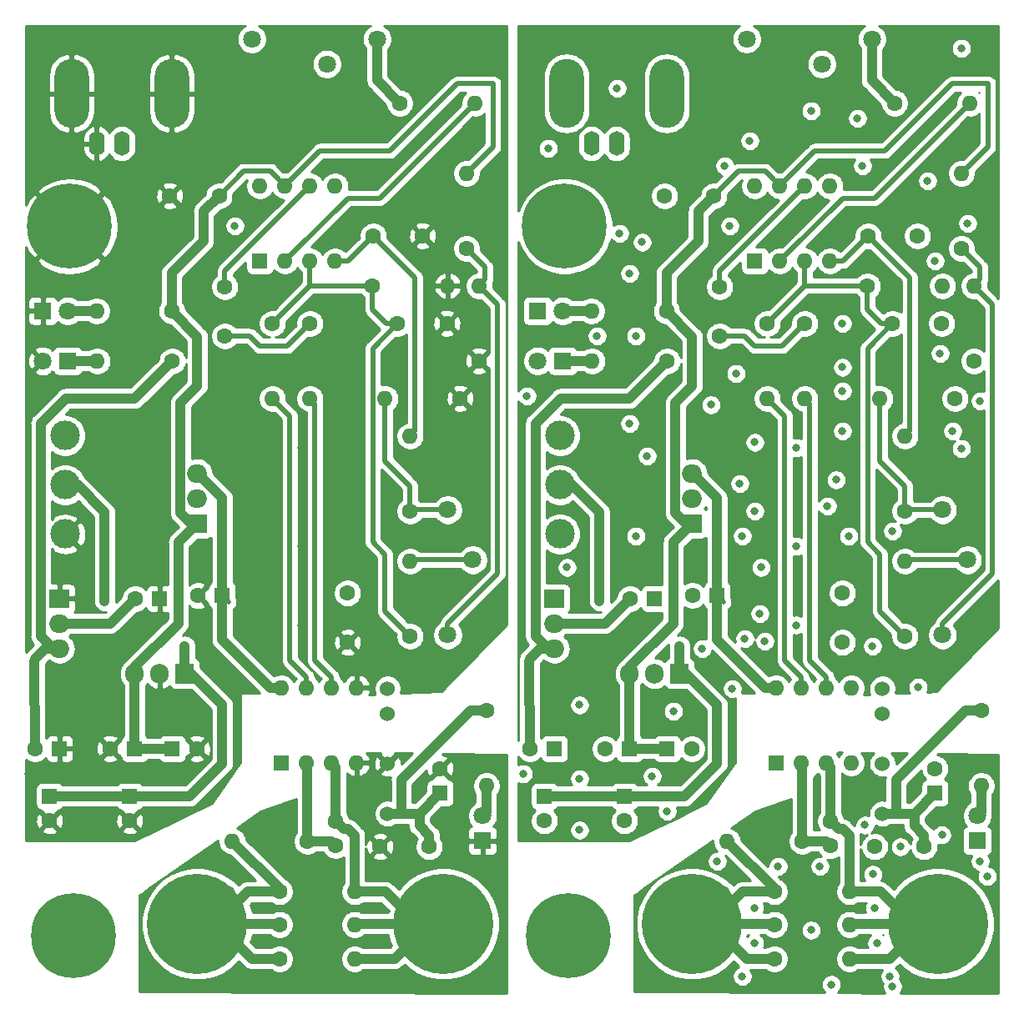
<source format=gbr>
%TF.GenerationSoftware,KiCad,Pcbnew,(5.1.5)-3*%
%TF.CreationDate,2020-06-29T12:52:43+02:00*%
%TF.ProjectId,HCPL Board,4843504c-2042-46f6-9172-642e6b696361,rev?*%
%TF.SameCoordinates,Original*%
%TF.FileFunction,Copper,L1,Top*%
%TF.FilePolarity,Positive*%
%FSLAX46Y46*%
G04 Gerber Fmt 4.6, Leading zero omitted, Abs format (unit mm)*
G04 Created by KiCad (PCBNEW (5.1.5)-3) date 2020-06-29 12:52:43*
%MOMM*%
%LPD*%
G04 APERTURE LIST*
%TA.AperFunction,ComponentPad*%
%ADD10R,1.600000X1.600000*%
%TD*%
%TA.AperFunction,ComponentPad*%
%ADD11C,1.600000*%
%TD*%
%TA.AperFunction,ComponentPad*%
%ADD12O,1.600000X1.600000*%
%TD*%
%TA.AperFunction,ComponentPad*%
%ADD13O,3.500000X7.000000*%
%TD*%
%TA.AperFunction,ComponentPad*%
%ADD14O,1.600000X2.500000*%
%TD*%
%TA.AperFunction,ComponentPad*%
%ADD15C,1.800000*%
%TD*%
%TA.AperFunction,ComponentPad*%
%ADD16R,2.000000X1.905000*%
%TD*%
%TA.AperFunction,ComponentPad*%
%ADD17O,2.000000X1.905000*%
%TD*%
%TA.AperFunction,ComponentPad*%
%ADD18R,1.905000X2.000000*%
%TD*%
%TA.AperFunction,ComponentPad*%
%ADD19O,1.905000X2.000000*%
%TD*%
%TA.AperFunction,ComponentPad*%
%ADD20C,1.524000*%
%TD*%
%TA.AperFunction,ComponentPad*%
%ADD21R,1.800000X1.800000*%
%TD*%
%TA.AperFunction,ComponentPad*%
%ADD22C,10.160000*%
%TD*%
%TA.AperFunction,ComponentPad*%
%ADD23C,8.600000*%
%TD*%
%TA.AperFunction,ComponentPad*%
%ADD24C,3.000000*%
%TD*%
%TA.AperFunction,ViaPad*%
%ADD25C,0.800000*%
%TD*%
%TA.AperFunction,Conductor*%
%ADD26C,1.000000*%
%TD*%
%TA.AperFunction,Conductor*%
%ADD27C,0.500000*%
%TD*%
%TA.AperFunction,Conductor*%
%ADD28C,0.254000*%
%TD*%
%TA.AperFunction,NonConductor*%
%ADD29C,0.254000*%
%TD*%
G04 APERTURE END LIST*
D10*
%TO.P,C1,1*%
%TO.N,N/C*%
X124764000Y-101316000D03*
D11*
%TO.P,C1,2*%
X124764000Y-103816000D03*
%TD*%
%TO.P,R1,1*%
%TO.N,N/C*%
X137146500Y-52040000D03*
D12*
%TO.P,R1,2*%
X129526500Y-52040000D03*
%TD*%
D10*
%TO.P,C3,1*%
%TO.N,N/C*%
X135940000Y-81250000D03*
D11*
%TO.P,C3,2*%
X133440000Y-81250000D03*
%TD*%
%TO.P,R3,1*%
%TO.N,N/C*%
X137210000Y-57120000D03*
D12*
%TO.P,R3,2*%
X129590000Y-57120000D03*
%TD*%
D11*
%TO.P,R_A,1*%
%TO.N,N/C*%
X150926000Y-105888000D03*
D12*
%TO.P,R_A,2*%
X143306000Y-105888000D03*
%TD*%
D11*
%TO.P,R2,1*%
%TO.N,N/C*%
X169080000Y-92640000D03*
D12*
%TO.P,R2,2*%
X169080000Y-100260000D03*
%TD*%
D13*
%TO.P,J4,2*%
%TO.N,N/C*%
X127000000Y-29960000D03*
X137160000Y-29960000D03*
D14*
%TO.P,J4,1*%
X132080000Y-35040000D03*
%TO.P,J4,2*%
X129540000Y-35040000D03*
%TD*%
D11*
%TO.P,C5,1*%
%TO.N,N/C*%
X160070000Y-53310000D03*
%TO.P,C5,2*%
X165070000Y-53310000D03*
%TD*%
%TO.P,R_Shunt1,1*%
%TO.N,N/C*%
X148100000Y-111000000D03*
D12*
%TO.P,R_Shunt1,2*%
X155720000Y-111000000D03*
%TD*%
D15*
%TO.P,Offset,3*%
%TO.N,N/C*%
X165150000Y-72240000D03*
%TO.P,Offset,2*%
X167690000Y-77320000D03*
%TO.P,Offset,1*%
X165150000Y-84940000D03*
%TD*%
%TO.P,Gain,1*%
%TO.N,N/C*%
X145280000Y-24440000D03*
%TO.P,Gain,2*%
X152900000Y-26980000D03*
%TO.P,Gain,3*%
X157980000Y-24440000D03*
%TD*%
D10*
%TO.P,OP7,1*%
%TO.N,N/C*%
X146100000Y-46960000D03*
D12*
%TO.P,OP7,5*%
X153720000Y-39340000D03*
%TO.P,OP7,2*%
X148640000Y-46960000D03*
%TO.P,OP7,6*%
X151180000Y-39340000D03*
%TO.P,OP7,3*%
X151180000Y-46960000D03*
%TO.P,OP7,7*%
X148640000Y-39340000D03*
%TO.P,OP7,4*%
X153720000Y-46960000D03*
%TO.P,OP7,8*%
X146100000Y-39340000D03*
%TD*%
D10*
%TO.P,C4,1*%
%TO.N,N/C*%
X125780000Y-96490000D03*
D11*
%TO.P,C4,2*%
X123280000Y-96490000D03*
%TD*%
D10*
%TO.P,C2,1*%
%TO.N,N/C*%
X133400000Y-96490000D03*
D11*
%TO.P,C2,2*%
X130900000Y-96490000D03*
%TD*%
D16*
%TO.P,L7912,1*%
%TO.N,N/C*%
X125780000Y-81250000D03*
D17*
%TO.P,L7912,2*%
X125780000Y-83790000D03*
%TO.P,L7912,3*%
X125780000Y-86330000D03*
%TD*%
D18*
%TO.P,L7812,1*%
%TO.N,N/C*%
X138480000Y-88870000D03*
D19*
%TO.P,L7812,2*%
X135940000Y-88870000D03*
%TO.P,L7812,3*%
X133400000Y-88870000D03*
%TD*%
D11*
%TO.P,C_A,1*%
%TO.N,N/C*%
X153783500Y-106332500D03*
%TO.P,C_A,2*%
X153783500Y-103832500D03*
%TD*%
D20*
%TO.P,Gaptec,1*%
%TO.N,N/C*%
X159054000Y-90394000D03*
%TO.P,Gaptec,2*%
X159054000Y-92934000D03*
%TO.P,Gaptec,4*%
X159054000Y-98014000D03*
%TO.P,Gaptec,6*%
X159054000Y-103094000D03*
%TD*%
D11*
%TO.P,C7,1*%
%TO.N,N/C*%
X142544000Y-54580000D03*
%TO.P,C7,2*%
X142544000Y-49580000D03*
%TD*%
D10*
%TO.P,C10,1*%
%TO.N,N/C*%
X164388000Y-100998500D03*
D11*
%TO.P,C10,2*%
X164388000Y-98498500D03*
%TD*%
%TO.P,R4,1*%
%TO.N,N/C*%
X161340000Y-72360000D03*
D12*
%TO.P,R4,2*%
X161340000Y-64740000D03*
%TD*%
D10*
%TO.P,C8,1*%
%TO.N,N/C*%
X142280000Y-80940000D03*
D11*
%TO.P,C8,2*%
X139780000Y-80940000D03*
%TD*%
%TO.P,C13,1*%
%TO.N,N/C*%
X136956000Y-40356000D03*
%TO.P,C13,2*%
X141956000Y-40356000D03*
%TD*%
%TO.P,C12,1*%
%TO.N,N/C*%
X154990000Y-85695000D03*
%TO.P,C12,2*%
X154990000Y-80695000D03*
%TD*%
D10*
%TO.P,C6,1*%
%TO.N,N/C*%
X137210000Y-96490000D03*
D11*
%TO.P,C6,2*%
X139710000Y-96490000D03*
%TD*%
D10*
%TO.P,C9,1*%
%TO.N,N/C*%
X132892000Y-101316000D03*
D11*
%TO.P,C9,2*%
X132892000Y-103816000D03*
%TD*%
%TO.P,R7,1*%
%TO.N,N/C*%
X151180000Y-53310000D03*
D12*
%TO.P,R7,2*%
X151180000Y-60930000D03*
%TD*%
D11*
%TO.P,R8,1*%
%TO.N,N/C*%
X161340000Y-85060000D03*
D12*
%TO.P,R8,2*%
X161340000Y-77440000D03*
%TD*%
D21*
%TO.P,+12V,1*%
%TO.N,N/C*%
X124065500Y-52040000D03*
D15*
%TO.P,+12V,2*%
X126605500Y-52040000D03*
%TD*%
D22*
%TO.P,J3,1*%
%TO.N,N/C*%
X139750000Y-114270000D03*
%TD*%
D21*
%TO.P,-12V,1*%
%TO.N,N/C*%
X126605500Y-57120000D03*
D15*
%TO.P,-12V,2*%
X124065500Y-57120000D03*
%TD*%
D11*
%TO.P,R5,1*%
%TO.N,N/C*%
X167055000Y-45690000D03*
D12*
%TO.P,R5,2*%
X167055000Y-38070000D03*
%TD*%
D11*
%TO.P,R11,1*%
%TO.N,N/C*%
X157530000Y-49500000D03*
D12*
%TO.P,R11,2*%
X165150000Y-49500000D03*
%TD*%
D10*
%TO.P,HCPL,1*%
%TO.N,N/C*%
X148280000Y-97940000D03*
D12*
%TO.P,HCPL,5*%
X155900000Y-90320000D03*
%TO.P,HCPL,2*%
X150820000Y-97940000D03*
%TO.P,HCPL,6*%
X153360000Y-90320000D03*
%TO.P,HCPL,3*%
X153360000Y-97940000D03*
%TO.P,HCPL,7*%
X150820000Y-90320000D03*
%TO.P,HCPL,4*%
X155900000Y-97940000D03*
%TO.P,HCPL,8*%
X148280000Y-90320000D03*
%TD*%
D11*
%TO.P,R9,1*%
%TO.N,N/C*%
X168325000Y-57120000D03*
D12*
%TO.P,R9,2*%
X168325000Y-49500000D03*
%TD*%
D22*
%TO.P,J2,1*%
%TO.N,N/C*%
X164705500Y-114270000D03*
%TD*%
D21*
%TO.P,+5V_iso,1*%
%TO.N,N/C*%
X168680000Y-105840000D03*
D15*
%TO.P,+5V_iso,2*%
X168680000Y-103300000D03*
%TD*%
D11*
%TO.P,R6,1*%
%TO.N,N/C*%
X147370000Y-53310000D03*
D12*
%TO.P,R6,2*%
X147370000Y-60930000D03*
%TD*%
D11*
%TO.P,R10,1*%
%TO.N,N/C*%
X166420000Y-60930000D03*
D12*
%TO.P,R10,2*%
X158800000Y-60930000D03*
%TD*%
D23*
%TO.P,REF\002A\002A,1*%
%TO.N,N/C*%
X126796000Y-43440000D03*
%TD*%
D16*
%TO.P,L7805,1*%
%TO.N,N/C*%
X139750000Y-73630000D03*
D17*
%TO.P,L7805,2*%
X139750000Y-71090000D03*
%TO.P,L7805,3*%
X139750000Y-68550000D03*
%TD*%
D24*
%TO.P,J1,1*%
%TO.N,N/C*%
X126340000Y-64700000D03*
%TO.P,J1,2*%
X126340000Y-69700000D03*
%TO.P,J1,3*%
X126340000Y-74700000D03*
%TD*%
D11*
%TO.P,C14,1*%
%TO.N,N/C*%
X162610000Y-44420000D03*
%TO.P,C14,2*%
X157610000Y-44420000D03*
%TD*%
%TO.P,R12,1*%
%TO.N,N/C*%
X160280000Y-30940000D03*
D12*
%TO.P,R12,2*%
X167900000Y-30940000D03*
%TD*%
D11*
%TO.P,R_Shunt2,1*%
%TO.N,N/C*%
X148090000Y-117826000D03*
D12*
%TO.P,R_Shunt2,2*%
X155710000Y-117826000D03*
%TD*%
D11*
%TO.P,R,1*%
%TO.N,N/C*%
X148090000Y-114333500D03*
D12*
%TO.P,R,2*%
X155710000Y-114333500D03*
%TD*%
D23*
%TO.P,REF\002A\002A,1*%
%TO.N,N/C*%
X127180000Y-115440000D03*
%TD*%
D11*
%TO.P,C11,1*%
%TO.N,N/C*%
X158280000Y-106440000D03*
%TO.P,C11,2*%
X163280000Y-106440000D03*
%TD*%
%TO.P,C11,2*%
%TO.N,5V_iso*%
X113080000Y-106440000D03*
%TO.P,C11,1*%
%TO.N,GND2*%
X108080000Y-106440000D03*
%TD*%
D24*
%TO.P,J1,3*%
%TO.N,GND*%
X76140000Y-74700000D03*
%TO.P,J1,2*%
%TO.N,+15V*%
X76140000Y-69700000D03*
%TO.P,J1,1*%
%TO.N,-15V*%
X76140000Y-64700000D03*
%TD*%
D17*
%TO.P,L7805,3*%
%TO.N,+5V*%
X89550000Y-68550000D03*
%TO.P,L7805,2*%
%TO.N,GND*%
X89550000Y-71090000D03*
D16*
%TO.P,L7805,1*%
%TO.N,+12V*%
X89550000Y-73630000D03*
%TD*%
D23*
%TO.P,REF\002A\002A,1*%
%TO.N,GND*%
X76596000Y-43440000D03*
%TD*%
%TO.P,REF\002A\002A,1*%
%TO.N,N/C*%
X76980000Y-115440000D03*
%TD*%
D12*
%TO.P,R,2*%
%TO.N,SIGNAL_OUT*%
X105510000Y-114333500D03*
D11*
%TO.P,R,1*%
%TO.N,SIGNAL_IN*%
X97890000Y-114333500D03*
%TD*%
D12*
%TO.P,R_Shunt2,2*%
%TO.N,SIGNAL_OUT*%
X105510000Y-117826000D03*
D11*
%TO.P,R_Shunt2,1*%
%TO.N,SIGNAL_IN*%
X97890000Y-117826000D03*
%TD*%
D12*
%TO.P,R12,2*%
%TO.N,Net-(C7-Pad1)*%
X117700000Y-30940000D03*
D11*
%TO.P,R12,1*%
%TO.N,Net-(Gain1-Pad3)*%
X110080000Y-30940000D03*
%TD*%
%TO.P,C14,2*%
%TO.N,-12V*%
X107410000Y-44420000D03*
%TO.P,C14,1*%
%TO.N,GND*%
X112410000Y-44420000D03*
%TD*%
%TO.P,C13,2*%
%TO.N,+12V*%
X91756000Y-40356000D03*
%TO.P,C13,1*%
%TO.N,GND*%
X86756000Y-40356000D03*
%TD*%
%TO.P,C12,2*%
%TO.N,+5V*%
X104790000Y-80695000D03*
%TO.P,C12,1*%
%TO.N,GND*%
X104790000Y-85695000D03*
%TD*%
%TO.P,C7,2*%
%TO.N,Net-(C7-Pad2)*%
X92344000Y-49580000D03*
%TO.P,C7,1*%
%TO.N,Net-(C7-Pad1)*%
X92344000Y-54580000D03*
%TD*%
%TO.P,C8,2*%
%TO.N,GND*%
X89580000Y-80940000D03*
D10*
%TO.P,C8,1*%
%TO.N,+5V*%
X92080000Y-80940000D03*
%TD*%
D12*
%TO.P,R4,2*%
%TO.N,-12V*%
X111140000Y-64740000D03*
D11*
%TO.P,R4,1*%
%TO.N,Net-(Offset1-Pad3)*%
X111140000Y-72360000D03*
%TD*%
%TO.P,C10,2*%
%TO.N,GND2*%
X114188000Y-98498500D03*
D10*
%TO.P,C10,1*%
%TO.N,5V_iso*%
X114188000Y-100998500D03*
%TD*%
D11*
%TO.P,C9,2*%
%TO.N,GND*%
X82692000Y-103816000D03*
D10*
%TO.P,C9,1*%
%TO.N,+15V*%
X82692000Y-101316000D03*
%TD*%
D11*
%TO.P,C6,2*%
%TO.N,GND*%
X89510000Y-96490000D03*
D10*
%TO.P,C6,1*%
%TO.N,+12V*%
X87010000Y-96490000D03*
%TD*%
D11*
%TO.P,C4,2*%
%TO.N,-12V*%
X73080000Y-96490000D03*
D10*
%TO.P,C4,1*%
%TO.N,GND*%
X75580000Y-96490000D03*
%TD*%
D11*
%TO.P,C3,2*%
%TO.N,-15V*%
X83240000Y-81250000D03*
D10*
%TO.P,C3,1*%
%TO.N,GND*%
X85740000Y-81250000D03*
%TD*%
D11*
%TO.P,C2,2*%
%TO.N,GND*%
X80700000Y-96490000D03*
D10*
%TO.P,C2,1*%
%TO.N,+12V*%
X83200000Y-96490000D03*
%TD*%
D11*
%TO.P,C1,2*%
%TO.N,GND*%
X74564000Y-103816000D03*
D10*
%TO.P,C1,1*%
%TO.N,+15V*%
X74564000Y-101316000D03*
%TD*%
D11*
%TO.P,C5,2*%
%TO.N,GND*%
X114870000Y-53310000D03*
%TO.P,C5,1*%
%TO.N,Net-(C5-Pad1)*%
X109870000Y-53310000D03*
%TD*%
D20*
%TO.P,Gaptec,6*%
%TO.N,5V_iso*%
X108854000Y-103094000D03*
%TO.P,Gaptec,4*%
%TO.N,GND2*%
X108854000Y-98014000D03*
%TO.P,Gaptec,2*%
%TO.N,GND*%
X108854000Y-92934000D03*
%TO.P,Gaptec,1*%
%TO.N,+15V*%
X108854000Y-90394000D03*
%TD*%
D15*
%TO.P,Gain,3*%
%TO.N,Net-(Gain1-Pad3)*%
X107780000Y-24440000D03*
%TO.P,Gain,2*%
%TO.N,Net-(C7-Pad2)*%
X102700000Y-26980000D03*
%TO.P,Gain,1*%
%TO.N,Net-(Gain1-Pad1)*%
X95080000Y-24440000D03*
%TD*%
%TO.P,Offset,1*%
%TO.N,Net-(Offset1-Pad1)*%
X114950000Y-84940000D03*
%TO.P,Offset,2*%
%TO.N,Net-(Offset1-Pad2)*%
X117490000Y-77320000D03*
%TO.P,Offset,3*%
%TO.N,Net-(Offset1-Pad3)*%
X114950000Y-72240000D03*
%TD*%
D17*
%TO.P,L7912,3*%
%TO.N,-12V*%
X75580000Y-86330000D03*
%TO.P,L7912,2*%
%TO.N,-15V*%
X75580000Y-83790000D03*
D16*
%TO.P,L7912,1*%
%TO.N,GND*%
X75580000Y-81250000D03*
%TD*%
D14*
%TO.P,J4,2*%
%TO.N,GND*%
X79340000Y-35040000D03*
%TO.P,J4,1*%
%TO.N,Net-(C7-Pad2)*%
X81880000Y-35040000D03*
D13*
%TO.P,J4,2*%
%TO.N,GND*%
X86960000Y-29960000D03*
X76800000Y-29960000D03*
%TD*%
D11*
%TO.P,C_A,2*%
%TO.N,SIGNAL_OUT*%
X103583500Y-103832500D03*
%TO.P,C_A,1*%
%TO.N,Net-(C_Alias1-Pad1)*%
X103583500Y-106332500D03*
%TD*%
D19*
%TO.P,L7812,3*%
%TO.N,+12V*%
X83200000Y-88870000D03*
%TO.P,L7812,2*%
%TO.N,GND*%
X85740000Y-88870000D03*
D18*
%TO.P,L7812,1*%
%TO.N,+15V*%
X88280000Y-88870000D03*
%TD*%
D12*
%TO.P,R2,2*%
%TO.N,Net-(+5V_iso1-Pad2)*%
X118880000Y-100260000D03*
D11*
%TO.P,R2,1*%
%TO.N,5V_iso*%
X118880000Y-92640000D03*
%TD*%
D12*
%TO.P,OP7,8*%
%TO.N,Net-(OP7-Pad8)*%
X95900000Y-39340000D03*
%TO.P,OP7,4*%
%TO.N,-12V*%
X103520000Y-46960000D03*
%TO.P,OP7,7*%
%TO.N,+12V*%
X98440000Y-39340000D03*
%TO.P,OP7,3*%
%TO.N,Net-(C5-Pad1)*%
X100980000Y-46960000D03*
%TO.P,OP7,6*%
%TO.N,Net-(C7-Pad2)*%
X100980000Y-39340000D03*
%TO.P,OP7,2*%
%TO.N,Net-(C7-Pad1)*%
X98440000Y-46960000D03*
%TO.P,OP7,5*%
%TO.N,Net-(OP7-Pad5)*%
X103520000Y-39340000D03*
D10*
%TO.P,OP7,1*%
%TO.N,Net-(OP7-Pad1)*%
X95900000Y-46960000D03*
%TD*%
D12*
%TO.P,R_Shunt1,2*%
%TO.N,SIGNAL_OUT*%
X105520000Y-111000000D03*
D11*
%TO.P,R_Shunt1,1*%
%TO.N,SIGNAL_IN*%
X97900000Y-111000000D03*
%TD*%
D12*
%TO.P,R_A,2*%
%TO.N,SIGNAL_IN*%
X93106000Y-105888000D03*
D11*
%TO.P,R_A,1*%
%TO.N,Net-(C_Alias1-Pad1)*%
X100726000Y-105888000D03*
%TD*%
D12*
%TO.P,R3,2*%
%TO.N,Net-(-12V1-Pad1)*%
X79390000Y-57120000D03*
D11*
%TO.P,R3,1*%
%TO.N,-12V*%
X87010000Y-57120000D03*
%TD*%
D12*
%TO.P,R1,2*%
%TO.N,Net-(+12V1-Pad2)*%
X79326500Y-52040000D03*
D11*
%TO.P,R1,1*%
%TO.N,+12V*%
X86946500Y-52040000D03*
%TD*%
D12*
%TO.P,R11,2*%
%TO.N,GND*%
X114950000Y-49500000D03*
D11*
%TO.P,R11,1*%
%TO.N,Net-(C5-Pad1)*%
X107330000Y-49500000D03*
%TD*%
D12*
%TO.P,R10,2*%
%TO.N,Net-(Offset1-Pad3)*%
X108600000Y-60930000D03*
D11*
%TO.P,R10,1*%
%TO.N,GND*%
X116220000Y-60930000D03*
%TD*%
D12*
%TO.P,R9,2*%
%TO.N,Net-(Offset1-Pad1)*%
X118125000Y-49500000D03*
D11*
%TO.P,R9,1*%
%TO.N,GND*%
X118125000Y-57120000D03*
%TD*%
D12*
%TO.P,R8,2*%
%TO.N,Net-(Offset1-Pad2)*%
X111140000Y-77440000D03*
D11*
%TO.P,R8,1*%
%TO.N,Net-(C5-Pad1)*%
X111140000Y-85060000D03*
%TD*%
D12*
%TO.P,R7,2*%
%TO.N,Net-(HCPL1-Pad6)*%
X100980000Y-60930000D03*
D11*
%TO.P,R7,1*%
%TO.N,Net-(C7-Pad1)*%
X100980000Y-53310000D03*
%TD*%
D12*
%TO.P,R6,2*%
%TO.N,Net-(HCPL1-Pad7)*%
X97170000Y-60930000D03*
D11*
%TO.P,R6,1*%
%TO.N,Net-(C5-Pad1)*%
X97170000Y-53310000D03*
%TD*%
D12*
%TO.P,R5,2*%
%TO.N,+12V*%
X116855000Y-38070000D03*
D11*
%TO.P,R5,1*%
%TO.N,Net-(Offset1-Pad1)*%
X116855000Y-45690000D03*
%TD*%
D22*
%TO.P,J3,1*%
%TO.N,SIGNAL_IN*%
X89550000Y-114270000D03*
%TD*%
%TO.P,J2,1*%
%TO.N,SIGNAL_OUT*%
X114505500Y-114270000D03*
%TD*%
D12*
%TO.P,HCPL,8*%
%TO.N,+5V*%
X98080000Y-90320000D03*
%TO.P,HCPL,4*%
%TO.N,GND2*%
X105700000Y-97940000D03*
%TO.P,HCPL,7*%
%TO.N,Net-(HCPL1-Pad7)*%
X100620000Y-90320000D03*
%TO.P,HCPL,3*%
%TO.N,SIGNAL_OUT*%
X103160000Y-97940000D03*
%TO.P,HCPL,6*%
%TO.N,Net-(HCPL1-Pad6)*%
X103160000Y-90320000D03*
%TO.P,HCPL,2*%
%TO.N,Net-(C_Alias1-Pad1)*%
X100620000Y-97940000D03*
%TO.P,HCPL,5*%
%TO.N,GND*%
X105700000Y-90320000D03*
D10*
%TO.P,HCPL,1*%
%TO.N,5V_iso*%
X98080000Y-97940000D03*
%TD*%
D15*
%TO.P,-12V,2*%
%TO.N,GND*%
X73865500Y-57120000D03*
D21*
%TO.P,-12V,1*%
%TO.N,Net-(-12V1-Pad1)*%
X76405500Y-57120000D03*
%TD*%
D15*
%TO.P,+5V_iso,2*%
%TO.N,Net-(+5V_iso1-Pad2)*%
X118480000Y-103300000D03*
D21*
%TO.P,+5V_iso,1*%
%TO.N,GND2*%
X118480000Y-105840000D03*
%TD*%
D15*
%TO.P,+12V,2*%
%TO.N,Net-(+12V1-Pad2)*%
X76405500Y-52040000D03*
D21*
%TO.P,+12V,1*%
%TO.N,GND*%
X73865500Y-52040000D03*
%TD*%
D25*
%TO.N,*%
X133400000Y-63470000D03*
X134035000Y-54580000D03*
X141655000Y-61565000D03*
X134670000Y-45055000D03*
X167055000Y-25370000D03*
X122605000Y-99030000D03*
X127050000Y-78075000D03*
X146100000Y-65375000D03*
X155625000Y-74900000D03*
X146735000Y-78075000D03*
X125145000Y-35530000D03*
X146100000Y-72360000D03*
X137845000Y-92680000D03*
X167055000Y-66010000D03*
X143814000Y-90394000D03*
X144195000Y-58390000D03*
X151815000Y-31720000D03*
X154990000Y-53310000D03*
X154355000Y-69185000D03*
X167690000Y-43150000D03*
X134035000Y-74900000D03*
X154990000Y-57755000D03*
X128320000Y-104745000D03*
X128320000Y-92045000D03*
X133400000Y-48230000D03*
X144576000Y-69566000D03*
X158038000Y-86076000D03*
X135178000Y-66772000D03*
X146608000Y-82774000D03*
X147116000Y-85568000D03*
X140766000Y-86330000D03*
X156514000Y-32482000D03*
X144830000Y-74900000D03*
X135686000Y-99284000D03*
X145592000Y-34768000D03*
X153466000Y-71852000D03*
X154990000Y-60168000D03*
X163626000Y-38832000D03*
X168960000Y-61184000D03*
X132130000Y-29434000D03*
X137210000Y-102840000D03*
X154990000Y-64232000D03*
X164388000Y-46960000D03*
X132384000Y-44166000D03*
X128320000Y-99538000D03*
X157022000Y-37308000D03*
X145084000Y-85314000D03*
X130098000Y-54580000D03*
X122986000Y-60676000D03*
X143052000Y-37308000D03*
X160070000Y-74392000D03*
X166166000Y-64232000D03*
X164896000Y-56358000D03*
X150280000Y-75940000D03*
X150280000Y-83940000D03*
X150280000Y-65940000D03*
X162680000Y-90240000D03*
X138480000Y-86076000D03*
X130352000Y-81504000D03*
X143560000Y-43404000D03*
X142290000Y-107920000D03*
X160070000Y-120620000D03*
X151815000Y-114905000D03*
X168960000Y-107920000D03*
X144830000Y-119604000D03*
X159816000Y-119604000D03*
X152704000Y-108428000D03*
X158280000Y-112640000D03*
X165080000Y-105240000D03*
X158080000Y-109240000D03*
X146080000Y-116240000D03*
X169680000Y-109440000D03*
X157280000Y-104240000D03*
X158480000Y-116240000D03*
X160880000Y-106440000D03*
X153880000Y-120440000D03*
X148480000Y-108440000D03*
X146080000Y-112640000D03*
%TO.N,GND*%
X83200000Y-63470000D03*
X91455000Y-61565000D03*
X83835000Y-54580000D03*
X84470000Y-45055000D03*
X74945000Y-35530000D03*
X101615000Y-31720000D03*
X116855000Y-25370000D03*
X117490000Y-43150000D03*
X116855000Y-66010000D03*
X105425000Y-74900000D03*
X95900000Y-72360000D03*
X87645000Y-92680000D03*
X78120000Y-92045000D03*
X78120000Y-104745000D03*
X72405000Y-99030000D03*
X76850000Y-78075000D03*
X83835000Y-74900000D03*
X95900000Y-65375000D03*
X83200000Y-48230000D03*
X104790000Y-57755000D03*
X104790000Y-53310000D03*
X93995000Y-58390000D03*
X104155000Y-69185000D03*
X96535000Y-78075000D03*
X93614000Y-90394000D03*
X94884000Y-85314000D03*
X94630000Y-74900000D03*
X94376000Y-69566000D03*
X84978000Y-66772000D03*
X79898000Y-54580000D03*
X72786000Y-60676000D03*
X109870000Y-74392000D03*
X115966000Y-64232000D03*
X107838000Y-86076000D03*
X96408000Y-82774000D03*
X103266000Y-71852000D03*
X104790000Y-60168000D03*
X104790000Y-64232000D03*
X118760000Y-61184000D03*
X114696000Y-56358000D03*
X114188000Y-46960000D03*
X113426000Y-38832000D03*
X106822000Y-37308000D03*
X106314000Y-32482000D03*
X95392000Y-34768000D03*
X82184000Y-44166000D03*
X87010000Y-102840000D03*
X85486000Y-99284000D03*
X78120000Y-99538000D03*
X96916000Y-85568000D03*
X90566000Y-86330000D03*
X81930000Y-29434000D03*
X92852000Y-37308000D03*
X100080000Y-75940000D03*
X100080000Y-65940000D03*
X100080000Y-83940000D03*
X112480000Y-90240000D03*
%TO.N,+15V*%
X80152000Y-81504000D03*
X88280000Y-86076000D03*
%TO.N,-12V*%
X93360000Y-43404000D03*
%TO.N,GND2*%
X101615000Y-114905000D03*
X92090000Y-107920000D03*
X109870000Y-120620000D03*
X118760000Y-107920000D03*
X94630000Y-119604000D03*
X109616000Y-119604000D03*
X102504000Y-108428000D03*
X107880000Y-109240000D03*
X107080000Y-104240000D03*
X110680000Y-106440000D03*
X119480000Y-109440000D03*
X103680000Y-120440000D03*
X95880000Y-112640000D03*
X95880000Y-116240000D03*
X108280000Y-116240000D03*
X108080000Y-112640000D03*
X98280000Y-108440000D03*
X114880000Y-105240000D03*
%TD*%
D26*
%TO.N,*%
X138480000Y-86076000D02*
X138480000Y-88870000D01*
X142290000Y-92045000D02*
X142290000Y-97760000D01*
X139115000Y-88870000D02*
X142290000Y-92045000D01*
X138988000Y-101316000D02*
X132892000Y-101316000D01*
X124764000Y-101316000D02*
X132892000Y-101316000D01*
X142290000Y-98014000D02*
X138988000Y-101316000D01*
D27*
X132892000Y-101316000D02*
X125272000Y-101316000D01*
D26*
X130352000Y-73122000D02*
X130352000Y-81504000D01*
X126340000Y-69700000D02*
X127565000Y-69700000D01*
D27*
X142290000Y-97760000D02*
X142290000Y-98014000D01*
X130352000Y-81504000D02*
X130352000Y-81504000D01*
X125272000Y-101316000D02*
X124764000Y-101824000D01*
D26*
X130352000Y-72487000D02*
X130352000Y-73122000D01*
X127565000Y-69700000D02*
X130352000Y-72487000D01*
X138480000Y-88870000D02*
X139115000Y-88870000D01*
D27*
X144472000Y-37840000D02*
X147140000Y-37840000D01*
X141956000Y-40356000D02*
X144472000Y-37840000D01*
X147840001Y-38540001D02*
X148640000Y-39340000D01*
X147140000Y-37840000D02*
X147840001Y-38540001D01*
D26*
X133400000Y-96490000D02*
X137210000Y-96490000D01*
D27*
X133400000Y-88870000D02*
X133400000Y-88822500D01*
X152196000Y-35784000D02*
X148640000Y-39340000D01*
X167055000Y-38070000D02*
X169759999Y-35365001D01*
X169759999Y-35365001D02*
X169759999Y-28963999D01*
D26*
X139750000Y-59660000D02*
X139750000Y-54643500D01*
X140385000Y-41927000D02*
X141956000Y-40356000D01*
X137146500Y-52040000D02*
X139750000Y-54643500D01*
X140385000Y-44950998D02*
X140385000Y-41927000D01*
X133400000Y-88870000D02*
X133400000Y-88235000D01*
D27*
X169759999Y-28963999D02*
X166128001Y-28963999D01*
D26*
X137845000Y-75535000D02*
X139750000Y-73630000D01*
X133400000Y-88235000D02*
X137845000Y-83790000D01*
X137146500Y-48189498D02*
X140385000Y-44950998D01*
X138049990Y-72564990D02*
X138049990Y-61360010D01*
X139115000Y-73630000D02*
X138049990Y-72564990D01*
D27*
X159308000Y-35784000D02*
X152196000Y-35784000D01*
X166128001Y-28963999D02*
X159308000Y-35784000D01*
D26*
X138049990Y-61360010D02*
X139750000Y-59660000D01*
X133400000Y-88870000D02*
X133400000Y-96490000D01*
X137845000Y-83790000D02*
X137845000Y-75535000D01*
X139750000Y-73630000D02*
X139115000Y-73630000D01*
X137146500Y-52040000D02*
X137146500Y-48189498D01*
X130900000Y-83790000D02*
X133440000Y-81250000D01*
X125780000Y-83790000D02*
X130900000Y-83790000D01*
X123875000Y-85060000D02*
X123875000Y-63470000D01*
D27*
X157610000Y-44420000D02*
X161848000Y-48658000D01*
D26*
X124280000Y-86330000D02*
X125780000Y-86330000D01*
D27*
X123240000Y-87600000D02*
X123280000Y-87330000D01*
X153720000Y-46960000D02*
X155070000Y-46960000D01*
X161848000Y-64232000D02*
X161340000Y-64740000D01*
D26*
X123280000Y-96490000D02*
X123240000Y-87600000D01*
D27*
X161848000Y-48658000D02*
X161848000Y-64232000D01*
D26*
X123875000Y-63470000D02*
X126415000Y-60930000D01*
X125145000Y-86330000D02*
X123875000Y-85060000D01*
X126415000Y-60930000D02*
X133400000Y-60930000D01*
X123280000Y-87330000D02*
X124280000Y-86330000D01*
X133400000Y-60930000D02*
X137210000Y-57120000D01*
D27*
X155070000Y-46960000D02*
X157610000Y-44420000D01*
X143560000Y-43404000D02*
X143560000Y-43404000D01*
D26*
X125780000Y-86330000D02*
X125145000Y-86330000D01*
X142280000Y-71032500D02*
X142280000Y-79640000D01*
X142280000Y-79640000D02*
X142280000Y-80940000D01*
D27*
X142924000Y-81584000D02*
X142280000Y-80940000D01*
D26*
X147148630Y-90320000D02*
X148280000Y-90320000D01*
X142280000Y-80940000D02*
X142280000Y-85451370D01*
X139797500Y-68550000D02*
X142280000Y-71032500D01*
X142280000Y-85451370D02*
X147148630Y-90320000D01*
D27*
X139750000Y-68550000D02*
X139797500Y-68550000D01*
X149439999Y-46160001D02*
X148640000Y-46960000D01*
X145084000Y-54580000D02*
X146100000Y-55596000D01*
X146100000Y-55596000D02*
X148894000Y-55596000D01*
X142544000Y-54580000D02*
X145084000Y-54580000D01*
X148894000Y-55596000D02*
X151180000Y-53310000D01*
X155009999Y-40590001D02*
X149439999Y-46160001D01*
X158249999Y-40590001D02*
X155009999Y-40590001D01*
X167900000Y-30940000D02*
X158249999Y-40590001D01*
D26*
X160451000Y-103094000D02*
X160451000Y-99637630D01*
X160451000Y-103094000D02*
X162292500Y-103094000D01*
X159054000Y-103094000D02*
X160451000Y-103094000D01*
X162292500Y-103094000D02*
X164388000Y-100998500D01*
X163280000Y-105308630D02*
X162292500Y-104321130D01*
X163280000Y-106440000D02*
X163280000Y-105308630D01*
X162292500Y-104321130D02*
X162292500Y-103094000D01*
X169080000Y-92640000D02*
X167448630Y-92640000D01*
X167448630Y-92640000D02*
X160451000Y-99637630D01*
X162210000Y-111000000D02*
X165150000Y-113940000D01*
X162150000Y-116940000D02*
X165150000Y-113940000D01*
X159752500Y-117826000D02*
X155710000Y-117826000D01*
X155773500Y-114270000D02*
X155710000Y-114333500D01*
X164705500Y-114270000D02*
X155773500Y-114270000D01*
X158832000Y-111000000D02*
X155720000Y-111000000D01*
X162102000Y-114270000D02*
X158832000Y-111000000D01*
X163308500Y-114270000D02*
X159752500Y-117826000D01*
D27*
X153720000Y-98300000D02*
X153360000Y-97940000D01*
D26*
X164705500Y-114270000D02*
X163308500Y-114270000D01*
X164705500Y-114270000D02*
X162102000Y-114270000D01*
X165150000Y-113940000D02*
X162534000Y-113940000D01*
X154583499Y-104632499D02*
X155004499Y-104632499D01*
X155004499Y-104632499D02*
X155720000Y-105348000D01*
X153783500Y-103832500D02*
X154583499Y-104632499D01*
X153783500Y-103832500D02*
X153783500Y-98363500D01*
X153783500Y-98363500D02*
X153360000Y-97940000D01*
X155720000Y-105348000D02*
X155720000Y-111000000D01*
X144861500Y-111000000D02*
X148100000Y-111000000D01*
X139750000Y-114270000D02*
X148026500Y-114270000D01*
X141591500Y-114270000D02*
X144861500Y-111000000D01*
X140080000Y-113940000D02*
X139750000Y-114270000D01*
X142420000Y-116940000D02*
X139750000Y-114270000D01*
X139750000Y-114270000D02*
X141718500Y-114270000D01*
X145274500Y-117826000D02*
X148090000Y-117826000D01*
X141718500Y-114270000D02*
X145274500Y-117826000D01*
X148090000Y-111010000D02*
X148100000Y-111000000D01*
X143020000Y-111000000D02*
X139750000Y-114270000D01*
X148026500Y-114270000D02*
X148090000Y-114333500D01*
X139750000Y-114270000D02*
X141591500Y-114270000D01*
X148100000Y-110682000D02*
X143306000Y-105888000D01*
X148100000Y-111000000D02*
X148100000Y-110682000D01*
X129526500Y-52040000D02*
X126605500Y-52040000D01*
X169080000Y-100260000D02*
X169080000Y-102900000D01*
X169080000Y-102900000D02*
X168680000Y-103300000D01*
X129590000Y-57120000D02*
X126605500Y-57120000D01*
D27*
X157549999Y-55830001D02*
X157549999Y-75500001D01*
X158938630Y-53310000D02*
X157530000Y-51901370D01*
X157530000Y-50631370D02*
X157530000Y-49500000D01*
X158800000Y-82520000D02*
X161340000Y-85060000D01*
X157530000Y-51901370D02*
X157530000Y-50631370D01*
X157549999Y-75500001D02*
X158800000Y-76750002D01*
X160070000Y-53310000D02*
X158938630Y-53310000D01*
X158800000Y-76750002D02*
X158800000Y-82520000D01*
X160070000Y-53310000D02*
X157549999Y-55830001D01*
X151180000Y-49500000D02*
X151180000Y-46960000D01*
X151180000Y-49500000D02*
X157530000Y-49500000D01*
X147370000Y-53310000D02*
X151180000Y-49500000D01*
X151180000Y-39340000D02*
X142544000Y-47976000D01*
X142544000Y-47976000D02*
X142544000Y-49580000D01*
D26*
X153339000Y-105888000D02*
X153783500Y-106332500D01*
X150926000Y-98046000D02*
X150820000Y-97940000D01*
X150926000Y-105888000D02*
X153339000Y-105888000D01*
X150926000Y-105888000D02*
X150926000Y-98046000D01*
D27*
X170230000Y-78710000D02*
X170230000Y-51405000D01*
X167055000Y-45690000D02*
X168960000Y-47595000D01*
X168960000Y-48865000D02*
X168325000Y-49500000D01*
X170230000Y-51405000D02*
X168325000Y-49500000D01*
X168960000Y-47595000D02*
X168960000Y-48865000D01*
X165150000Y-84940000D02*
X165150000Y-83790000D01*
X165150000Y-83790000D02*
X170230000Y-78710000D01*
X161460000Y-77320000D02*
X167040000Y-77320000D01*
X161340000Y-77440000D02*
X161460000Y-77320000D01*
X158800000Y-60930000D02*
X158800000Y-67280000D01*
X161340000Y-72360000D02*
X161340000Y-69820000D01*
X161460000Y-72240000D02*
X161340000Y-72360000D01*
X165150000Y-72240000D02*
X161460000Y-72240000D01*
X161340000Y-69820000D02*
X158800000Y-67280000D01*
X149148000Y-79980000D02*
X149148000Y-83028000D01*
X150820000Y-89188630D02*
X149148000Y-87516630D01*
X150820000Y-90320000D02*
X150820000Y-89188630D01*
X149148000Y-83028000D02*
X149148000Y-83028000D01*
X149148000Y-62708000D02*
X147370000Y-60930000D01*
X149148000Y-79980000D02*
X149148000Y-62708000D01*
X149148000Y-87516630D02*
X149148000Y-83028000D01*
X151688000Y-83028000D02*
X151688000Y-83028000D01*
X151688000Y-61438000D02*
X151180000Y-60930000D01*
X151688000Y-87516630D02*
X151688000Y-61438000D01*
X153360000Y-90320000D02*
X153360000Y-89188630D01*
X153360000Y-89188630D02*
X151688000Y-87516630D01*
D26*
X157980000Y-24440000D02*
X157980000Y-28640000D01*
X157980000Y-28640000D02*
X160280000Y-30940000D01*
D27*
%TO.N,+15V*%
X80152000Y-81504000D02*
X80152000Y-81504000D01*
D26*
X88280000Y-86076000D02*
X88280000Y-88870000D01*
X88788000Y-101316000D02*
X82692000Y-101316000D01*
X92090000Y-98014000D02*
X88788000Y-101316000D01*
D27*
X75072000Y-101316000D02*
X74564000Y-101824000D01*
X82692000Y-101316000D02*
X75072000Y-101316000D01*
D26*
X80152000Y-73122000D02*
X80152000Y-81504000D01*
X76140000Y-69700000D02*
X77365000Y-69700000D01*
X80152000Y-72487000D02*
X80152000Y-73122000D01*
X77365000Y-69700000D02*
X80152000Y-72487000D01*
X74564000Y-101316000D02*
X82692000Y-101316000D01*
D27*
X92090000Y-97760000D02*
X92090000Y-98014000D01*
D26*
X92090000Y-92045000D02*
X92090000Y-97760000D01*
X88915000Y-88870000D02*
X92090000Y-92045000D01*
X88280000Y-88870000D02*
X88915000Y-88870000D01*
%TO.N,+12V*%
X83200000Y-96490000D02*
X87010000Y-96490000D01*
D27*
X83200000Y-88870000D02*
X83200000Y-88822500D01*
X101996000Y-35784000D02*
X98440000Y-39340000D01*
X116855000Y-38070000D02*
X119559999Y-35365001D01*
X119559999Y-35365001D02*
X119559999Y-28963999D01*
X119559999Y-28963999D02*
X115928001Y-28963999D01*
X109108000Y-35784000D02*
X101996000Y-35784000D01*
X115928001Y-28963999D02*
X109108000Y-35784000D01*
D26*
X86946500Y-48189498D02*
X90185000Y-44950998D01*
X86946500Y-52040000D02*
X86946500Y-48189498D01*
X90185000Y-41927000D02*
X91756000Y-40356000D01*
X90185000Y-44950998D02*
X90185000Y-41927000D01*
X86946500Y-52040000D02*
X89550000Y-54643500D01*
X83200000Y-88870000D02*
X83200000Y-88235000D01*
X83200000Y-88235000D02*
X87645000Y-83790000D01*
X87645000Y-75535000D02*
X89550000Y-73630000D01*
X87645000Y-83790000D02*
X87645000Y-75535000D01*
X89550000Y-73630000D02*
X88915000Y-73630000D01*
X87849990Y-72564990D02*
X87849990Y-61360010D01*
X88915000Y-73630000D02*
X87849990Y-72564990D01*
X89550000Y-59660000D02*
X89550000Y-54643500D01*
X87849990Y-61360010D02*
X89550000Y-59660000D01*
X83200000Y-88870000D02*
X83200000Y-96490000D01*
D27*
X97640001Y-38540001D02*
X98440000Y-39340000D01*
X96940000Y-37840000D02*
X97640001Y-38540001D01*
X91756000Y-40356000D02*
X94272000Y-37840000D01*
X94272000Y-37840000D02*
X96940000Y-37840000D01*
D26*
%TO.N,-15V*%
X80700000Y-83790000D02*
X83240000Y-81250000D01*
X75580000Y-83790000D02*
X80700000Y-83790000D01*
%TO.N,-12V*%
X74080000Y-86330000D02*
X75580000Y-86330000D01*
X73080000Y-87330000D02*
X74080000Y-86330000D01*
X73080000Y-96490000D02*
X73040000Y-87600000D01*
D27*
X73040000Y-87600000D02*
X73080000Y-87330000D01*
X104870000Y-46960000D02*
X107410000Y-44420000D01*
X103520000Y-46960000D02*
X104870000Y-46960000D01*
X93360000Y-43404000D02*
X93360000Y-43404000D01*
X111648000Y-64232000D02*
X111140000Y-64740000D01*
X107410000Y-44420000D02*
X111648000Y-48658000D01*
X111648000Y-48658000D02*
X111648000Y-64232000D01*
D26*
X75580000Y-86330000D02*
X74945000Y-86330000D01*
X73675000Y-63470000D02*
X76215000Y-60930000D01*
X74945000Y-86330000D02*
X73675000Y-85060000D01*
X73675000Y-85060000D02*
X73675000Y-63470000D01*
X83200000Y-60930000D02*
X87010000Y-57120000D01*
X76215000Y-60930000D02*
X83200000Y-60930000D01*
%TO.N,+5V*%
X92080000Y-79640000D02*
X92080000Y-80940000D01*
X92080000Y-71032500D02*
X92080000Y-79640000D01*
X89597500Y-68550000D02*
X92080000Y-71032500D01*
D27*
X89550000Y-68550000D02*
X89597500Y-68550000D01*
X92724000Y-81584000D02*
X92080000Y-80940000D01*
D26*
X96948630Y-90320000D02*
X98080000Y-90320000D01*
X92080000Y-80940000D02*
X92080000Y-85451370D01*
X92080000Y-85451370D02*
X96948630Y-90320000D01*
D27*
%TO.N,Net-(C7-Pad1)*%
X92344000Y-54580000D02*
X94884000Y-54580000D01*
X94884000Y-54580000D02*
X95900000Y-55596000D01*
X98694000Y-55596000D02*
X100980000Y-53310000D01*
X95900000Y-55596000D02*
X98694000Y-55596000D01*
X99239999Y-46160001D02*
X98440000Y-46960000D01*
X108049999Y-40590001D02*
X104809999Y-40590001D01*
X104809999Y-40590001D02*
X99239999Y-46160001D01*
X117700000Y-30940000D02*
X108049999Y-40590001D01*
D26*
%TO.N,5V_iso*%
X112092500Y-103094000D02*
X114188000Y-100998500D01*
X110251000Y-103094000D02*
X112092500Y-103094000D01*
X108854000Y-103094000D02*
X110251000Y-103094000D01*
X112092500Y-104321130D02*
X112092500Y-103094000D01*
X113080000Y-105308630D02*
X112092500Y-104321130D01*
X113080000Y-106440000D02*
X113080000Y-105308630D01*
X110251000Y-103094000D02*
X110251000Y-99637630D01*
X117248630Y-92640000D02*
X110251000Y-99637630D01*
X118880000Y-92640000D02*
X117248630Y-92640000D01*
D27*
%TO.N,SIGNAL_OUT*%
X103520000Y-98300000D02*
X103160000Y-97940000D01*
D26*
X112010000Y-111000000D02*
X114950000Y-113940000D01*
X111950000Y-116940000D02*
X114950000Y-113940000D01*
X114950000Y-113940000D02*
X112334000Y-113940000D01*
X114505500Y-114270000D02*
X111902000Y-114270000D01*
X108632000Y-111000000D02*
X105520000Y-111000000D01*
X111902000Y-114270000D02*
X108632000Y-111000000D01*
X105573500Y-114270000D02*
X105510000Y-114333500D01*
X114505500Y-114270000D02*
X105573500Y-114270000D01*
X114505500Y-114270000D02*
X113108500Y-114270000D01*
X109552500Y-117826000D02*
X105510000Y-117826000D01*
X113108500Y-114270000D02*
X109552500Y-117826000D01*
X103583500Y-98363500D02*
X103160000Y-97940000D01*
X103583500Y-103832500D02*
X103583500Y-98363500D01*
X104383499Y-104632499D02*
X104804499Y-104632499D01*
X103583500Y-103832500D02*
X104383499Y-104632499D01*
X105520000Y-105348000D02*
X105520000Y-111000000D01*
X104804499Y-104632499D02*
X105520000Y-105348000D01*
%TO.N,SIGNAL_IN*%
X89880000Y-113940000D02*
X89550000Y-114270000D01*
X97890000Y-111010000D02*
X97900000Y-111000000D01*
X92820000Y-111000000D02*
X89550000Y-114270000D01*
X92220000Y-116940000D02*
X89550000Y-114270000D01*
X89550000Y-114270000D02*
X91518500Y-114270000D01*
X95074500Y-117826000D02*
X97890000Y-117826000D01*
X91518500Y-114270000D02*
X95074500Y-117826000D01*
X97826500Y-114270000D02*
X97890000Y-114333500D01*
X89550000Y-114270000D02*
X97826500Y-114270000D01*
X89550000Y-114270000D02*
X91391500Y-114270000D01*
X94661500Y-111000000D02*
X97900000Y-111000000D01*
X91391500Y-114270000D02*
X94661500Y-111000000D01*
X97900000Y-110682000D02*
X93106000Y-105888000D01*
X97900000Y-111000000D02*
X97900000Y-110682000D01*
%TO.N,Net-(+12V1-Pad2)*%
X79326500Y-52040000D02*
X76405500Y-52040000D01*
%TO.N,Net-(+5V_iso1-Pad2)*%
X118880000Y-102900000D02*
X118480000Y-103300000D01*
X118880000Y-100260000D02*
X118880000Y-102900000D01*
%TO.N,Net-(-12V1-Pad1)*%
X79390000Y-57120000D02*
X76405500Y-57120000D01*
D27*
%TO.N,Net-(C5-Pad1)*%
X107330000Y-50631370D02*
X107330000Y-49500000D01*
X107330000Y-51901370D02*
X107330000Y-50631370D01*
X108738630Y-53310000D02*
X107330000Y-51901370D01*
X109870000Y-53310000D02*
X108738630Y-53310000D01*
X108600000Y-82520000D02*
X111140000Y-85060000D01*
X107349999Y-75500001D02*
X108600000Y-76750002D01*
X108600000Y-76750002D02*
X108600000Y-82520000D01*
X109870000Y-53310000D02*
X107349999Y-55830001D01*
X107349999Y-55830001D02*
X107349999Y-75500001D01*
X100980000Y-49500000D02*
X100980000Y-46960000D01*
X97170000Y-53310000D02*
X100980000Y-49500000D01*
X100980000Y-49500000D02*
X107330000Y-49500000D01*
%TO.N,Net-(C7-Pad2)*%
X92344000Y-47976000D02*
X92344000Y-49580000D01*
X100980000Y-39340000D02*
X92344000Y-47976000D01*
D26*
%TO.N,Net-(C_Alias1-Pad1)*%
X103139000Y-105888000D02*
X103583500Y-106332500D01*
X100726000Y-105888000D02*
X103139000Y-105888000D01*
X100726000Y-98046000D02*
X100620000Y-97940000D01*
X100726000Y-105888000D02*
X100726000Y-98046000D01*
D27*
%TO.N,Net-(Offset1-Pad1)*%
X118760000Y-48865000D02*
X118125000Y-49500000D01*
X116855000Y-45690000D02*
X118760000Y-47595000D01*
X118760000Y-47595000D02*
X118760000Y-48865000D01*
X120030000Y-51405000D02*
X118125000Y-49500000D01*
X120030000Y-78710000D02*
X120030000Y-51405000D01*
X114950000Y-84940000D02*
X114950000Y-83790000D01*
X114950000Y-83790000D02*
X120030000Y-78710000D01*
%TO.N,Net-(Offset1-Pad2)*%
X111140000Y-77440000D02*
X111260000Y-77320000D01*
X111260000Y-77320000D02*
X116840000Y-77320000D01*
%TO.N,Net-(Offset1-Pad3)*%
X108600000Y-60930000D02*
X108600000Y-67280000D01*
X111260000Y-72240000D02*
X111140000Y-72360000D01*
X114950000Y-72240000D02*
X111260000Y-72240000D01*
X111140000Y-72360000D02*
X111140000Y-69820000D01*
X111140000Y-69820000D02*
X108600000Y-67280000D01*
%TO.N,Net-(HCPL1-Pad7)*%
X100620000Y-89188630D02*
X98948000Y-87516630D01*
X100620000Y-90320000D02*
X100620000Y-89188630D01*
X98948000Y-87516630D02*
X98948000Y-83028000D01*
X98948000Y-83028000D02*
X98948000Y-83028000D01*
X98948000Y-62708000D02*
X97170000Y-60930000D01*
X98948000Y-79980000D02*
X98948000Y-62708000D01*
X98948000Y-79980000D02*
X98948000Y-83028000D01*
%TO.N,Net-(HCPL1-Pad6)*%
X101488000Y-83028000D02*
X101488000Y-83028000D01*
X101488000Y-61438000D02*
X100980000Y-60930000D01*
X101488000Y-87516630D02*
X101488000Y-61438000D01*
X103160000Y-90320000D02*
X103160000Y-89188630D01*
X103160000Y-89188630D02*
X101488000Y-87516630D01*
D26*
%TO.N,Net-(Gain1-Pad3)*%
X107780000Y-28640000D02*
X110080000Y-30940000D01*
X107780000Y-24440000D02*
X107780000Y-28640000D01*
%TD*%
D28*
%TO.N,GND*%
G36*
X88415000Y-59189868D02*
G01*
X87086850Y-60518019D01*
X87043542Y-60553561D01*
X86901707Y-60726387D01*
X86888875Y-60750395D01*
X86796314Y-60923564D01*
X86731413Y-61137512D01*
X86709499Y-61360010D01*
X86714991Y-61415771D01*
X86714990Y-72509238D01*
X86709499Y-72564990D01*
X86714990Y-72620741D01*
X86731413Y-72787488D01*
X86796314Y-73001436D01*
X86901706Y-73198613D01*
X87043541Y-73371439D01*
X87086854Y-73406985D01*
X87627368Y-73947500D01*
X86881860Y-74693009D01*
X86838552Y-74728551D01*
X86696717Y-74901377D01*
X86640826Y-75005942D01*
X86591324Y-75098554D01*
X86526423Y-75312502D01*
X86504509Y-75535000D01*
X86510001Y-75590761D01*
X86510000Y-79812107D01*
X86025750Y-79815000D01*
X85867000Y-79973750D01*
X85867000Y-81123000D01*
X85887000Y-81123000D01*
X85887000Y-81377000D01*
X85867000Y-81377000D01*
X85867000Y-82526250D01*
X86025750Y-82685000D01*
X86510000Y-82687893D01*
X86510000Y-83319868D01*
X82436860Y-87393009D01*
X82393552Y-87428551D01*
X82357064Y-87473012D01*
X82313766Y-87496155D01*
X82072037Y-87694537D01*
X81873655Y-87936265D01*
X81726245Y-88212051D01*
X81635470Y-88511296D01*
X81612500Y-88744514D01*
X81612500Y-88995485D01*
X81635470Y-89228703D01*
X81726245Y-89527948D01*
X81873655Y-89803734D01*
X82065000Y-90036889D01*
X82065001Y-95149043D01*
X82045506Y-95159463D01*
X81948815Y-95238815D01*
X81869463Y-95335506D01*
X81810498Y-95445820D01*
X81774188Y-95565518D01*
X81761928Y-95690000D01*
X81761928Y-95697215D01*
X81692702Y-95676903D01*
X80879605Y-96490000D01*
X81692702Y-97303097D01*
X81761928Y-97282785D01*
X81761928Y-97290000D01*
X81774188Y-97414482D01*
X81810498Y-97534180D01*
X81869463Y-97644494D01*
X81948815Y-97741185D01*
X82045506Y-97820537D01*
X82155820Y-97879502D01*
X82275518Y-97915812D01*
X82400000Y-97928072D01*
X84000000Y-97928072D01*
X84124482Y-97915812D01*
X84244180Y-97879502D01*
X84354494Y-97820537D01*
X84451185Y-97741185D01*
X84530537Y-97644494D01*
X84540957Y-97625000D01*
X85669043Y-97625000D01*
X85679463Y-97644494D01*
X85758815Y-97741185D01*
X85855506Y-97820537D01*
X85965820Y-97879502D01*
X86085518Y-97915812D01*
X86210000Y-97928072D01*
X87810000Y-97928072D01*
X87934482Y-97915812D01*
X88054180Y-97879502D01*
X88164494Y-97820537D01*
X88261185Y-97741185D01*
X88340537Y-97644494D01*
X88399502Y-97534180D01*
X88415117Y-97482702D01*
X88696903Y-97482702D01*
X88768486Y-97726671D01*
X89023996Y-97847571D01*
X89298184Y-97916300D01*
X89580512Y-97930217D01*
X89860130Y-97888787D01*
X90126292Y-97793603D01*
X90251514Y-97726671D01*
X90323097Y-97482702D01*
X89510000Y-96669605D01*
X88696903Y-97482702D01*
X88415117Y-97482702D01*
X88435812Y-97414482D01*
X88448072Y-97290000D01*
X88448072Y-97282785D01*
X88517298Y-97303097D01*
X89330395Y-96490000D01*
X89689605Y-96490000D01*
X90502702Y-97303097D01*
X90746671Y-97231514D01*
X90867571Y-96976004D01*
X90936300Y-96701816D01*
X90950217Y-96419488D01*
X90908787Y-96139870D01*
X90813603Y-95873708D01*
X90746671Y-95748486D01*
X90502702Y-95676903D01*
X89689605Y-96490000D01*
X89330395Y-96490000D01*
X88517298Y-95676903D01*
X88448072Y-95697215D01*
X88448072Y-95690000D01*
X88435812Y-95565518D01*
X88415118Y-95497298D01*
X88696903Y-95497298D01*
X89510000Y-96310395D01*
X90323097Y-95497298D01*
X90251514Y-95253329D01*
X89996004Y-95132429D01*
X89721816Y-95063700D01*
X89439488Y-95049783D01*
X89159870Y-95091213D01*
X88893708Y-95186397D01*
X88768486Y-95253329D01*
X88696903Y-95497298D01*
X88415118Y-95497298D01*
X88399502Y-95445820D01*
X88340537Y-95335506D01*
X88261185Y-95238815D01*
X88164494Y-95159463D01*
X88054180Y-95100498D01*
X87934482Y-95064188D01*
X87810000Y-95051928D01*
X86210000Y-95051928D01*
X86085518Y-95064188D01*
X85965820Y-95100498D01*
X85855506Y-95159463D01*
X85758815Y-95238815D01*
X85679463Y-95335506D01*
X85669043Y-95355000D01*
X84540957Y-95355000D01*
X84530537Y-95335506D01*
X84451185Y-95238815D01*
X84354494Y-95159463D01*
X84335000Y-95149043D01*
X84335000Y-90036888D01*
X84475163Y-89866101D01*
X84630563Y-90051315D01*
X84873077Y-90245969D01*
X85148906Y-90389571D01*
X85367020Y-90460563D01*
X85613000Y-90340594D01*
X85613000Y-88997000D01*
X85593000Y-88997000D01*
X85593000Y-88743000D01*
X85613000Y-88743000D01*
X85613000Y-88723000D01*
X85867000Y-88723000D01*
X85867000Y-88743000D01*
X85887000Y-88743000D01*
X85887000Y-88997000D01*
X85867000Y-88997000D01*
X85867000Y-90340594D01*
X86112980Y-90460563D01*
X86331094Y-90389571D01*
X86606923Y-90245969D01*
X86747941Y-90132781D01*
X86796963Y-90224494D01*
X86876315Y-90321185D01*
X86973006Y-90400537D01*
X87083320Y-90459502D01*
X87203018Y-90495812D01*
X87327500Y-90508072D01*
X88947941Y-90508072D01*
X90955000Y-92515132D01*
X90955001Y-97543867D01*
X88317869Y-100181000D01*
X84032957Y-100181000D01*
X84022537Y-100161506D01*
X83943185Y-100064815D01*
X83846494Y-99985463D01*
X83736180Y-99926498D01*
X83616482Y-99890188D01*
X83492000Y-99877928D01*
X81892000Y-99877928D01*
X81767518Y-99890188D01*
X81647820Y-99926498D01*
X81537506Y-99985463D01*
X81440815Y-100064815D01*
X81361463Y-100161506D01*
X81351043Y-100181000D01*
X75904957Y-100181000D01*
X75894537Y-100161506D01*
X75815185Y-100064815D01*
X75718494Y-99985463D01*
X75608180Y-99926498D01*
X75488482Y-99890188D01*
X75364000Y-99877928D01*
X73764000Y-99877928D01*
X73639518Y-99890188D01*
X73519820Y-99926498D01*
X73409506Y-99985463D01*
X73312815Y-100064815D01*
X73233463Y-100161506D01*
X73174498Y-100271820D01*
X73138188Y-100391518D01*
X73125928Y-100516000D01*
X73125928Y-102116000D01*
X73138188Y-102240482D01*
X73174498Y-102360180D01*
X73233463Y-102470494D01*
X73312815Y-102567185D01*
X73409506Y-102646537D01*
X73519820Y-102705502D01*
X73639518Y-102741812D01*
X73764000Y-102754072D01*
X73771215Y-102754072D01*
X73750903Y-102823298D01*
X74564000Y-103636395D01*
X75377097Y-102823298D01*
X75356785Y-102754072D01*
X75364000Y-102754072D01*
X75488482Y-102741812D01*
X75608180Y-102705502D01*
X75718494Y-102646537D01*
X75815185Y-102567185D01*
X75894537Y-102470494D01*
X75904957Y-102451000D01*
X81351043Y-102451000D01*
X81361463Y-102470494D01*
X81440815Y-102567185D01*
X81537506Y-102646537D01*
X81647820Y-102705502D01*
X81767518Y-102741812D01*
X81892000Y-102754072D01*
X81899215Y-102754072D01*
X81878903Y-102823298D01*
X82692000Y-103636395D01*
X83505097Y-102823298D01*
X83484785Y-102754072D01*
X83492000Y-102754072D01*
X83616482Y-102741812D01*
X83736180Y-102705502D01*
X83846494Y-102646537D01*
X83943185Y-102567185D01*
X84022537Y-102470494D01*
X84032957Y-102451000D01*
X88732249Y-102451000D01*
X88788000Y-102456491D01*
X88843751Y-102451000D01*
X88843752Y-102451000D01*
X89010499Y-102434577D01*
X89224447Y-102369676D01*
X89421623Y-102264284D01*
X89594449Y-102122449D01*
X89629996Y-102079135D01*
X92931988Y-98777144D01*
X93038283Y-98647623D01*
X93143675Y-98450447D01*
X93208577Y-98236500D01*
X93230490Y-98014001D01*
X93217982Y-97887003D01*
X93225000Y-97815752D01*
X93225000Y-92100751D01*
X93230491Y-92044999D01*
X93208577Y-91822501D01*
X93143676Y-91608553D01*
X93099210Y-91525363D01*
X93038284Y-91411377D01*
X92896449Y-91238551D01*
X92853141Y-91203009D01*
X89870572Y-88220441D01*
X89870572Y-87870000D01*
X89858312Y-87745518D01*
X89822002Y-87625820D01*
X89763037Y-87515506D01*
X89683685Y-87418815D01*
X89586994Y-87339463D01*
X89476680Y-87280498D01*
X89415000Y-87261788D01*
X89415000Y-86020248D01*
X89398577Y-85853501D01*
X89333676Y-85639553D01*
X89228284Y-85442377D01*
X89086449Y-85269551D01*
X88913623Y-85127716D01*
X88716446Y-85022324D01*
X88502498Y-84957423D01*
X88280000Y-84935509D01*
X88085463Y-84954669D01*
X88408141Y-84631991D01*
X88451449Y-84596449D01*
X88593284Y-84423623D01*
X88698676Y-84226447D01*
X88763577Y-84012499D01*
X88780000Y-83845752D01*
X88780000Y-83845743D01*
X88785490Y-83790001D01*
X88780000Y-83734259D01*
X88780000Y-81977339D01*
X88838486Y-82176671D01*
X89093996Y-82297571D01*
X89368184Y-82366300D01*
X89650512Y-82380217D01*
X89930130Y-82338787D01*
X90196292Y-82243603D01*
X90321514Y-82176671D01*
X90393097Y-81932702D01*
X89580000Y-81119605D01*
X89565858Y-81133748D01*
X89386253Y-80954143D01*
X89400395Y-80940000D01*
X89386253Y-80925858D01*
X89565858Y-80746253D01*
X89580000Y-80760395D01*
X90393097Y-79947298D01*
X90321514Y-79703329D01*
X90066004Y-79582429D01*
X89791816Y-79513700D01*
X89509488Y-79499783D01*
X89229870Y-79541213D01*
X88963708Y-79636397D01*
X88838486Y-79703329D01*
X88780000Y-79902661D01*
X88780000Y-76005131D01*
X89564560Y-75220572D01*
X90550000Y-75220572D01*
X90674482Y-75208312D01*
X90794180Y-75172002D01*
X90904494Y-75113037D01*
X90945000Y-75079794D01*
X90945001Y-79584239D01*
X90945000Y-79584249D01*
X90945000Y-79599043D01*
X90925506Y-79609463D01*
X90828815Y-79688815D01*
X90749463Y-79785506D01*
X90690498Y-79895820D01*
X90654188Y-80015518D01*
X90641928Y-80140000D01*
X90641928Y-80147215D01*
X90572702Y-80126903D01*
X89759605Y-80940000D01*
X90572702Y-81753097D01*
X90641928Y-81732785D01*
X90641928Y-81740000D01*
X90654188Y-81864482D01*
X90690498Y-81984180D01*
X90749463Y-82094494D01*
X90828815Y-82191185D01*
X90925506Y-82270537D01*
X90945000Y-82280957D01*
X90945001Y-85395609D01*
X90939509Y-85451370D01*
X90961423Y-85673868D01*
X91026324Y-85887816D01*
X91036480Y-85906816D01*
X91131717Y-86084993D01*
X91273552Y-86257819D01*
X91316860Y-86293361D01*
X95865111Y-90841614D01*
X94082037Y-90813016D01*
X94057224Y-90815059D01*
X94033287Y-90821903D01*
X94011145Y-90833285D01*
X93991649Y-90848769D01*
X93975548Y-90867758D01*
X93963462Y-90889524D01*
X93955854Y-90913229D01*
X93953000Y-90940000D01*
X93953000Y-97898807D01*
X90995164Y-101978648D01*
X87024125Y-103995936D01*
X83171553Y-105813000D01*
X72140000Y-105813000D01*
X72140000Y-104808702D01*
X73750903Y-104808702D01*
X73822486Y-105052671D01*
X74077996Y-105173571D01*
X74352184Y-105242300D01*
X74634512Y-105256217D01*
X74914130Y-105214787D01*
X75180292Y-105119603D01*
X75305514Y-105052671D01*
X75377097Y-104808702D01*
X81878903Y-104808702D01*
X81950486Y-105052671D01*
X82205996Y-105173571D01*
X82480184Y-105242300D01*
X82762512Y-105256217D01*
X83042130Y-105214787D01*
X83308292Y-105119603D01*
X83433514Y-105052671D01*
X83505097Y-104808702D01*
X82692000Y-103995605D01*
X81878903Y-104808702D01*
X75377097Y-104808702D01*
X74564000Y-103995605D01*
X73750903Y-104808702D01*
X72140000Y-104808702D01*
X72140000Y-103886512D01*
X73123783Y-103886512D01*
X73165213Y-104166130D01*
X73260397Y-104432292D01*
X73327329Y-104557514D01*
X73571298Y-104629097D01*
X74384395Y-103816000D01*
X74743605Y-103816000D01*
X75556702Y-104629097D01*
X75800671Y-104557514D01*
X75921571Y-104302004D01*
X75990300Y-104027816D01*
X75997265Y-103886512D01*
X81251783Y-103886512D01*
X81293213Y-104166130D01*
X81388397Y-104432292D01*
X81455329Y-104557514D01*
X81699298Y-104629097D01*
X82512395Y-103816000D01*
X82871605Y-103816000D01*
X83684702Y-104629097D01*
X83928671Y-104557514D01*
X84049571Y-104302004D01*
X84118300Y-104027816D01*
X84132217Y-103745488D01*
X84090787Y-103465870D01*
X83995603Y-103199708D01*
X83928671Y-103074486D01*
X83684702Y-103002903D01*
X82871605Y-103816000D01*
X82512395Y-103816000D01*
X81699298Y-103002903D01*
X81455329Y-103074486D01*
X81334429Y-103329996D01*
X81265700Y-103604184D01*
X81251783Y-103886512D01*
X75997265Y-103886512D01*
X76004217Y-103745488D01*
X75962787Y-103465870D01*
X75867603Y-103199708D01*
X75800671Y-103074486D01*
X75556702Y-103002903D01*
X74743605Y-103816000D01*
X74384395Y-103816000D01*
X73571298Y-103002903D01*
X73327329Y-103074486D01*
X73206429Y-103329996D01*
X73137700Y-103604184D01*
X73123783Y-103886512D01*
X72140000Y-103886512D01*
X72140000Y-97579396D01*
X72165241Y-97604637D01*
X72400273Y-97761680D01*
X72661426Y-97869853D01*
X72938665Y-97925000D01*
X73221335Y-97925000D01*
X73498574Y-97869853D01*
X73759727Y-97761680D01*
X73994759Y-97604637D01*
X74161339Y-97438057D01*
X74190498Y-97534180D01*
X74249463Y-97644494D01*
X74328815Y-97741185D01*
X74425506Y-97820537D01*
X74535820Y-97879502D01*
X74655518Y-97915812D01*
X74780000Y-97928072D01*
X75294250Y-97925000D01*
X75453000Y-97766250D01*
X75453000Y-96617000D01*
X75707000Y-96617000D01*
X75707000Y-97766250D01*
X75865750Y-97925000D01*
X76380000Y-97928072D01*
X76504482Y-97915812D01*
X76624180Y-97879502D01*
X76734494Y-97820537D01*
X76831185Y-97741185D01*
X76910537Y-97644494D01*
X76969502Y-97534180D01*
X76985117Y-97482702D01*
X79886903Y-97482702D01*
X79958486Y-97726671D01*
X80213996Y-97847571D01*
X80488184Y-97916300D01*
X80770512Y-97930217D01*
X81050130Y-97888787D01*
X81316292Y-97793603D01*
X81441514Y-97726671D01*
X81513097Y-97482702D01*
X80700000Y-96669605D01*
X79886903Y-97482702D01*
X76985117Y-97482702D01*
X77005812Y-97414482D01*
X77018072Y-97290000D01*
X77015000Y-96775750D01*
X76856250Y-96617000D01*
X75707000Y-96617000D01*
X75453000Y-96617000D01*
X75433000Y-96617000D01*
X75433000Y-96560512D01*
X79259783Y-96560512D01*
X79301213Y-96840130D01*
X79396397Y-97106292D01*
X79463329Y-97231514D01*
X79707298Y-97303097D01*
X80520395Y-96490000D01*
X79707298Y-95676903D01*
X79463329Y-95748486D01*
X79342429Y-96003996D01*
X79273700Y-96278184D01*
X79259783Y-96560512D01*
X75433000Y-96560512D01*
X75433000Y-96363000D01*
X75453000Y-96363000D01*
X75453000Y-95213750D01*
X75707000Y-95213750D01*
X75707000Y-96363000D01*
X76856250Y-96363000D01*
X77015000Y-96204250D01*
X77018072Y-95690000D01*
X77005812Y-95565518D01*
X76985118Y-95497298D01*
X79886903Y-95497298D01*
X80700000Y-96310395D01*
X81513097Y-95497298D01*
X81441514Y-95253329D01*
X81186004Y-95132429D01*
X80911816Y-95063700D01*
X80629488Y-95049783D01*
X80349870Y-95091213D01*
X80083708Y-95186397D01*
X79958486Y-95253329D01*
X79886903Y-95497298D01*
X76985118Y-95497298D01*
X76969502Y-95445820D01*
X76910537Y-95335506D01*
X76831185Y-95238815D01*
X76734494Y-95159463D01*
X76624180Y-95100498D01*
X76504482Y-95064188D01*
X76380000Y-95051928D01*
X75865750Y-95055000D01*
X75707000Y-95213750D01*
X75453000Y-95213750D01*
X75294250Y-95055000D01*
X74780000Y-95051928D01*
X74655518Y-95064188D01*
X74535820Y-95100498D01*
X74425506Y-95159463D01*
X74328815Y-95238815D01*
X74249463Y-95335506D01*
X74210147Y-95409059D01*
X74176086Y-87839045D01*
X74488369Y-87526763D01*
X74646265Y-87656345D01*
X74922051Y-87803755D01*
X75221296Y-87894530D01*
X75454514Y-87917500D01*
X75705486Y-87917500D01*
X75938704Y-87894530D01*
X76237949Y-87803755D01*
X76513735Y-87656345D01*
X76755463Y-87457963D01*
X76953845Y-87216235D01*
X77101255Y-86940449D01*
X77192030Y-86641204D01*
X77222681Y-86330000D01*
X77192030Y-86018796D01*
X77101255Y-85719551D01*
X76953845Y-85443765D01*
X76755463Y-85202037D01*
X76582391Y-85060000D01*
X76746888Y-84925000D01*
X80644249Y-84925000D01*
X80700000Y-84930491D01*
X80755751Y-84925000D01*
X80755752Y-84925000D01*
X80922499Y-84908577D01*
X81136447Y-84843676D01*
X81333623Y-84738284D01*
X81506449Y-84596449D01*
X81541996Y-84553135D01*
X83417282Y-82677850D01*
X83658574Y-82629853D01*
X83919727Y-82521680D01*
X84154759Y-82364637D01*
X84321339Y-82198057D01*
X84350498Y-82294180D01*
X84409463Y-82404494D01*
X84488815Y-82501185D01*
X84585506Y-82580537D01*
X84695820Y-82639502D01*
X84815518Y-82675812D01*
X84940000Y-82688072D01*
X85454250Y-82685000D01*
X85613000Y-82526250D01*
X85613000Y-81377000D01*
X85593000Y-81377000D01*
X85593000Y-81123000D01*
X85613000Y-81123000D01*
X85613000Y-79973750D01*
X85454250Y-79815000D01*
X84940000Y-79811928D01*
X84815518Y-79824188D01*
X84695820Y-79860498D01*
X84585506Y-79919463D01*
X84488815Y-79998815D01*
X84409463Y-80095506D01*
X84350498Y-80205820D01*
X84321339Y-80301943D01*
X84154759Y-80135363D01*
X83919727Y-79978320D01*
X83658574Y-79870147D01*
X83381335Y-79815000D01*
X83098665Y-79815000D01*
X82821426Y-79870147D01*
X82560273Y-79978320D01*
X82325241Y-80135363D01*
X82125363Y-80335241D01*
X81968320Y-80570273D01*
X81860147Y-80831426D01*
X81812150Y-81072718D01*
X81282836Y-81602033D01*
X81287000Y-81559752D01*
X81287000Y-72542743D01*
X81292490Y-72486999D01*
X81287000Y-72431255D01*
X81287000Y-72431248D01*
X81270577Y-72264501D01*
X81205676Y-72050553D01*
X81100284Y-71853377D01*
X80958449Y-71680551D01*
X80915141Y-71645009D01*
X78206996Y-68936865D01*
X78171449Y-68893551D01*
X78088754Y-68825685D01*
X78032012Y-68688698D01*
X77798363Y-68339017D01*
X77500983Y-68041637D01*
X77151302Y-67807988D01*
X76762756Y-67647047D01*
X76350279Y-67565000D01*
X75929721Y-67565000D01*
X75517244Y-67647047D01*
X75128698Y-67807988D01*
X74810000Y-68020935D01*
X74810000Y-66379065D01*
X75128698Y-66592012D01*
X75517244Y-66752953D01*
X75929721Y-66835000D01*
X76350279Y-66835000D01*
X76762756Y-66752953D01*
X77151302Y-66592012D01*
X77500983Y-66358363D01*
X77798363Y-66060983D01*
X78032012Y-65711302D01*
X78192953Y-65322756D01*
X78275000Y-64910279D01*
X78275000Y-64489721D01*
X78192953Y-64077244D01*
X78032012Y-63688698D01*
X77798363Y-63339017D01*
X77500983Y-63041637D01*
X77151302Y-62807988D01*
X76762756Y-62647047D01*
X76350279Y-62565000D01*
X76185132Y-62565000D01*
X76685132Y-62065000D01*
X83144249Y-62065000D01*
X83200000Y-62070491D01*
X83255751Y-62065000D01*
X83255752Y-62065000D01*
X83422499Y-62048577D01*
X83636447Y-61983676D01*
X83833623Y-61878284D01*
X84006449Y-61736449D01*
X84041996Y-61693135D01*
X87187283Y-58547849D01*
X87428574Y-58499853D01*
X87689727Y-58391680D01*
X87924759Y-58234637D01*
X88124637Y-58034759D01*
X88281680Y-57799727D01*
X88389853Y-57538574D01*
X88415000Y-57412151D01*
X88415000Y-59189868D01*
G37*
X88415000Y-59189868D02*
X87086850Y-60518019D01*
X87043542Y-60553561D01*
X86901707Y-60726387D01*
X86888875Y-60750395D01*
X86796314Y-60923564D01*
X86731413Y-61137512D01*
X86709499Y-61360010D01*
X86714991Y-61415771D01*
X86714990Y-72509238D01*
X86709499Y-72564990D01*
X86714990Y-72620741D01*
X86731413Y-72787488D01*
X86796314Y-73001436D01*
X86901706Y-73198613D01*
X87043541Y-73371439D01*
X87086854Y-73406985D01*
X87627368Y-73947500D01*
X86881860Y-74693009D01*
X86838552Y-74728551D01*
X86696717Y-74901377D01*
X86640826Y-75005942D01*
X86591324Y-75098554D01*
X86526423Y-75312502D01*
X86504509Y-75535000D01*
X86510001Y-75590761D01*
X86510000Y-79812107D01*
X86025750Y-79815000D01*
X85867000Y-79973750D01*
X85867000Y-81123000D01*
X85887000Y-81123000D01*
X85887000Y-81377000D01*
X85867000Y-81377000D01*
X85867000Y-82526250D01*
X86025750Y-82685000D01*
X86510000Y-82687893D01*
X86510000Y-83319868D01*
X82436860Y-87393009D01*
X82393552Y-87428551D01*
X82357064Y-87473012D01*
X82313766Y-87496155D01*
X82072037Y-87694537D01*
X81873655Y-87936265D01*
X81726245Y-88212051D01*
X81635470Y-88511296D01*
X81612500Y-88744514D01*
X81612500Y-88995485D01*
X81635470Y-89228703D01*
X81726245Y-89527948D01*
X81873655Y-89803734D01*
X82065000Y-90036889D01*
X82065001Y-95149043D01*
X82045506Y-95159463D01*
X81948815Y-95238815D01*
X81869463Y-95335506D01*
X81810498Y-95445820D01*
X81774188Y-95565518D01*
X81761928Y-95690000D01*
X81761928Y-95697215D01*
X81692702Y-95676903D01*
X80879605Y-96490000D01*
X81692702Y-97303097D01*
X81761928Y-97282785D01*
X81761928Y-97290000D01*
X81774188Y-97414482D01*
X81810498Y-97534180D01*
X81869463Y-97644494D01*
X81948815Y-97741185D01*
X82045506Y-97820537D01*
X82155820Y-97879502D01*
X82275518Y-97915812D01*
X82400000Y-97928072D01*
X84000000Y-97928072D01*
X84124482Y-97915812D01*
X84244180Y-97879502D01*
X84354494Y-97820537D01*
X84451185Y-97741185D01*
X84530537Y-97644494D01*
X84540957Y-97625000D01*
X85669043Y-97625000D01*
X85679463Y-97644494D01*
X85758815Y-97741185D01*
X85855506Y-97820537D01*
X85965820Y-97879502D01*
X86085518Y-97915812D01*
X86210000Y-97928072D01*
X87810000Y-97928072D01*
X87934482Y-97915812D01*
X88054180Y-97879502D01*
X88164494Y-97820537D01*
X88261185Y-97741185D01*
X88340537Y-97644494D01*
X88399502Y-97534180D01*
X88415117Y-97482702D01*
X88696903Y-97482702D01*
X88768486Y-97726671D01*
X89023996Y-97847571D01*
X89298184Y-97916300D01*
X89580512Y-97930217D01*
X89860130Y-97888787D01*
X90126292Y-97793603D01*
X90251514Y-97726671D01*
X90323097Y-97482702D01*
X89510000Y-96669605D01*
X88696903Y-97482702D01*
X88415117Y-97482702D01*
X88435812Y-97414482D01*
X88448072Y-97290000D01*
X88448072Y-97282785D01*
X88517298Y-97303097D01*
X89330395Y-96490000D01*
X89689605Y-96490000D01*
X90502702Y-97303097D01*
X90746671Y-97231514D01*
X90867571Y-96976004D01*
X90936300Y-96701816D01*
X90950217Y-96419488D01*
X90908787Y-96139870D01*
X90813603Y-95873708D01*
X90746671Y-95748486D01*
X90502702Y-95676903D01*
X89689605Y-96490000D01*
X89330395Y-96490000D01*
X88517298Y-95676903D01*
X88448072Y-95697215D01*
X88448072Y-95690000D01*
X88435812Y-95565518D01*
X88415118Y-95497298D01*
X88696903Y-95497298D01*
X89510000Y-96310395D01*
X90323097Y-95497298D01*
X90251514Y-95253329D01*
X89996004Y-95132429D01*
X89721816Y-95063700D01*
X89439488Y-95049783D01*
X89159870Y-95091213D01*
X88893708Y-95186397D01*
X88768486Y-95253329D01*
X88696903Y-95497298D01*
X88415118Y-95497298D01*
X88399502Y-95445820D01*
X88340537Y-95335506D01*
X88261185Y-95238815D01*
X88164494Y-95159463D01*
X88054180Y-95100498D01*
X87934482Y-95064188D01*
X87810000Y-95051928D01*
X86210000Y-95051928D01*
X86085518Y-95064188D01*
X85965820Y-95100498D01*
X85855506Y-95159463D01*
X85758815Y-95238815D01*
X85679463Y-95335506D01*
X85669043Y-95355000D01*
X84540957Y-95355000D01*
X84530537Y-95335506D01*
X84451185Y-95238815D01*
X84354494Y-95159463D01*
X84335000Y-95149043D01*
X84335000Y-90036888D01*
X84475163Y-89866101D01*
X84630563Y-90051315D01*
X84873077Y-90245969D01*
X85148906Y-90389571D01*
X85367020Y-90460563D01*
X85613000Y-90340594D01*
X85613000Y-88997000D01*
X85593000Y-88997000D01*
X85593000Y-88743000D01*
X85613000Y-88743000D01*
X85613000Y-88723000D01*
X85867000Y-88723000D01*
X85867000Y-88743000D01*
X85887000Y-88743000D01*
X85887000Y-88997000D01*
X85867000Y-88997000D01*
X85867000Y-90340594D01*
X86112980Y-90460563D01*
X86331094Y-90389571D01*
X86606923Y-90245969D01*
X86747941Y-90132781D01*
X86796963Y-90224494D01*
X86876315Y-90321185D01*
X86973006Y-90400537D01*
X87083320Y-90459502D01*
X87203018Y-90495812D01*
X87327500Y-90508072D01*
X88947941Y-90508072D01*
X90955000Y-92515132D01*
X90955001Y-97543867D01*
X88317869Y-100181000D01*
X84032957Y-100181000D01*
X84022537Y-100161506D01*
X83943185Y-100064815D01*
X83846494Y-99985463D01*
X83736180Y-99926498D01*
X83616482Y-99890188D01*
X83492000Y-99877928D01*
X81892000Y-99877928D01*
X81767518Y-99890188D01*
X81647820Y-99926498D01*
X81537506Y-99985463D01*
X81440815Y-100064815D01*
X81361463Y-100161506D01*
X81351043Y-100181000D01*
X75904957Y-100181000D01*
X75894537Y-100161506D01*
X75815185Y-100064815D01*
X75718494Y-99985463D01*
X75608180Y-99926498D01*
X75488482Y-99890188D01*
X75364000Y-99877928D01*
X73764000Y-99877928D01*
X73639518Y-99890188D01*
X73519820Y-99926498D01*
X73409506Y-99985463D01*
X73312815Y-100064815D01*
X73233463Y-100161506D01*
X73174498Y-100271820D01*
X73138188Y-100391518D01*
X73125928Y-100516000D01*
X73125928Y-102116000D01*
X73138188Y-102240482D01*
X73174498Y-102360180D01*
X73233463Y-102470494D01*
X73312815Y-102567185D01*
X73409506Y-102646537D01*
X73519820Y-102705502D01*
X73639518Y-102741812D01*
X73764000Y-102754072D01*
X73771215Y-102754072D01*
X73750903Y-102823298D01*
X74564000Y-103636395D01*
X75377097Y-102823298D01*
X75356785Y-102754072D01*
X75364000Y-102754072D01*
X75488482Y-102741812D01*
X75608180Y-102705502D01*
X75718494Y-102646537D01*
X75815185Y-102567185D01*
X75894537Y-102470494D01*
X75904957Y-102451000D01*
X81351043Y-102451000D01*
X81361463Y-102470494D01*
X81440815Y-102567185D01*
X81537506Y-102646537D01*
X81647820Y-102705502D01*
X81767518Y-102741812D01*
X81892000Y-102754072D01*
X81899215Y-102754072D01*
X81878903Y-102823298D01*
X82692000Y-103636395D01*
X83505097Y-102823298D01*
X83484785Y-102754072D01*
X83492000Y-102754072D01*
X83616482Y-102741812D01*
X83736180Y-102705502D01*
X83846494Y-102646537D01*
X83943185Y-102567185D01*
X84022537Y-102470494D01*
X84032957Y-102451000D01*
X88732249Y-102451000D01*
X88788000Y-102456491D01*
X88843751Y-102451000D01*
X88843752Y-102451000D01*
X89010499Y-102434577D01*
X89224447Y-102369676D01*
X89421623Y-102264284D01*
X89594449Y-102122449D01*
X89629996Y-102079135D01*
X92931988Y-98777144D01*
X93038283Y-98647623D01*
X93143675Y-98450447D01*
X93208577Y-98236500D01*
X93230490Y-98014001D01*
X93217982Y-97887003D01*
X93225000Y-97815752D01*
X93225000Y-92100751D01*
X93230491Y-92044999D01*
X93208577Y-91822501D01*
X93143676Y-91608553D01*
X93099210Y-91525363D01*
X93038284Y-91411377D01*
X92896449Y-91238551D01*
X92853141Y-91203009D01*
X89870572Y-88220441D01*
X89870572Y-87870000D01*
X89858312Y-87745518D01*
X89822002Y-87625820D01*
X89763037Y-87515506D01*
X89683685Y-87418815D01*
X89586994Y-87339463D01*
X89476680Y-87280498D01*
X89415000Y-87261788D01*
X89415000Y-86020248D01*
X89398577Y-85853501D01*
X89333676Y-85639553D01*
X89228284Y-85442377D01*
X89086449Y-85269551D01*
X88913623Y-85127716D01*
X88716446Y-85022324D01*
X88502498Y-84957423D01*
X88280000Y-84935509D01*
X88085463Y-84954669D01*
X88408141Y-84631991D01*
X88451449Y-84596449D01*
X88593284Y-84423623D01*
X88698676Y-84226447D01*
X88763577Y-84012499D01*
X88780000Y-83845752D01*
X88780000Y-83845743D01*
X88785490Y-83790001D01*
X88780000Y-83734259D01*
X88780000Y-81977339D01*
X88838486Y-82176671D01*
X89093996Y-82297571D01*
X89368184Y-82366300D01*
X89650512Y-82380217D01*
X89930130Y-82338787D01*
X90196292Y-82243603D01*
X90321514Y-82176671D01*
X90393097Y-81932702D01*
X89580000Y-81119605D01*
X89565858Y-81133748D01*
X89386253Y-80954143D01*
X89400395Y-80940000D01*
X89386253Y-80925858D01*
X89565858Y-80746253D01*
X89580000Y-80760395D01*
X90393097Y-79947298D01*
X90321514Y-79703329D01*
X90066004Y-79582429D01*
X89791816Y-79513700D01*
X89509488Y-79499783D01*
X89229870Y-79541213D01*
X88963708Y-79636397D01*
X88838486Y-79703329D01*
X88780000Y-79902661D01*
X88780000Y-76005131D01*
X89564560Y-75220572D01*
X90550000Y-75220572D01*
X90674482Y-75208312D01*
X90794180Y-75172002D01*
X90904494Y-75113037D01*
X90945000Y-75079794D01*
X90945001Y-79584239D01*
X90945000Y-79584249D01*
X90945000Y-79599043D01*
X90925506Y-79609463D01*
X90828815Y-79688815D01*
X90749463Y-79785506D01*
X90690498Y-79895820D01*
X90654188Y-80015518D01*
X90641928Y-80140000D01*
X90641928Y-80147215D01*
X90572702Y-80126903D01*
X89759605Y-80940000D01*
X90572702Y-81753097D01*
X90641928Y-81732785D01*
X90641928Y-81740000D01*
X90654188Y-81864482D01*
X90690498Y-81984180D01*
X90749463Y-82094494D01*
X90828815Y-82191185D01*
X90925506Y-82270537D01*
X90945000Y-82280957D01*
X90945001Y-85395609D01*
X90939509Y-85451370D01*
X90961423Y-85673868D01*
X91026324Y-85887816D01*
X91036480Y-85906816D01*
X91131717Y-86084993D01*
X91273552Y-86257819D01*
X91316860Y-86293361D01*
X95865111Y-90841614D01*
X94082037Y-90813016D01*
X94057224Y-90815059D01*
X94033287Y-90821903D01*
X94011145Y-90833285D01*
X93991649Y-90848769D01*
X93975548Y-90867758D01*
X93963462Y-90889524D01*
X93955854Y-90913229D01*
X93953000Y-90940000D01*
X93953000Y-97898807D01*
X90995164Y-101978648D01*
X87024125Y-103995936D01*
X83171553Y-105813000D01*
X72140000Y-105813000D01*
X72140000Y-104808702D01*
X73750903Y-104808702D01*
X73822486Y-105052671D01*
X74077996Y-105173571D01*
X74352184Y-105242300D01*
X74634512Y-105256217D01*
X74914130Y-105214787D01*
X75180292Y-105119603D01*
X75305514Y-105052671D01*
X75377097Y-104808702D01*
X81878903Y-104808702D01*
X81950486Y-105052671D01*
X82205996Y-105173571D01*
X82480184Y-105242300D01*
X82762512Y-105256217D01*
X83042130Y-105214787D01*
X83308292Y-105119603D01*
X83433514Y-105052671D01*
X83505097Y-104808702D01*
X82692000Y-103995605D01*
X81878903Y-104808702D01*
X75377097Y-104808702D01*
X74564000Y-103995605D01*
X73750903Y-104808702D01*
X72140000Y-104808702D01*
X72140000Y-103886512D01*
X73123783Y-103886512D01*
X73165213Y-104166130D01*
X73260397Y-104432292D01*
X73327329Y-104557514D01*
X73571298Y-104629097D01*
X74384395Y-103816000D01*
X74743605Y-103816000D01*
X75556702Y-104629097D01*
X75800671Y-104557514D01*
X75921571Y-104302004D01*
X75990300Y-104027816D01*
X75997265Y-103886512D01*
X81251783Y-103886512D01*
X81293213Y-104166130D01*
X81388397Y-104432292D01*
X81455329Y-104557514D01*
X81699298Y-104629097D01*
X82512395Y-103816000D01*
X82871605Y-103816000D01*
X83684702Y-104629097D01*
X83928671Y-104557514D01*
X84049571Y-104302004D01*
X84118300Y-104027816D01*
X84132217Y-103745488D01*
X84090787Y-103465870D01*
X83995603Y-103199708D01*
X83928671Y-103074486D01*
X83684702Y-103002903D01*
X82871605Y-103816000D01*
X82512395Y-103816000D01*
X81699298Y-103002903D01*
X81455329Y-103074486D01*
X81334429Y-103329996D01*
X81265700Y-103604184D01*
X81251783Y-103886512D01*
X75997265Y-103886512D01*
X76004217Y-103745488D01*
X75962787Y-103465870D01*
X75867603Y-103199708D01*
X75800671Y-103074486D01*
X75556702Y-103002903D01*
X74743605Y-103816000D01*
X74384395Y-103816000D01*
X73571298Y-103002903D01*
X73327329Y-103074486D01*
X73206429Y-103329996D01*
X73137700Y-103604184D01*
X73123783Y-103886512D01*
X72140000Y-103886512D01*
X72140000Y-97579396D01*
X72165241Y-97604637D01*
X72400273Y-97761680D01*
X72661426Y-97869853D01*
X72938665Y-97925000D01*
X73221335Y-97925000D01*
X73498574Y-97869853D01*
X73759727Y-97761680D01*
X73994759Y-97604637D01*
X74161339Y-97438057D01*
X74190498Y-97534180D01*
X74249463Y-97644494D01*
X74328815Y-97741185D01*
X74425506Y-97820537D01*
X74535820Y-97879502D01*
X74655518Y-97915812D01*
X74780000Y-97928072D01*
X75294250Y-97925000D01*
X75453000Y-97766250D01*
X75453000Y-96617000D01*
X75707000Y-96617000D01*
X75707000Y-97766250D01*
X75865750Y-97925000D01*
X76380000Y-97928072D01*
X76504482Y-97915812D01*
X76624180Y-97879502D01*
X76734494Y-97820537D01*
X76831185Y-97741185D01*
X76910537Y-97644494D01*
X76969502Y-97534180D01*
X76985117Y-97482702D01*
X79886903Y-97482702D01*
X79958486Y-97726671D01*
X80213996Y-97847571D01*
X80488184Y-97916300D01*
X80770512Y-97930217D01*
X81050130Y-97888787D01*
X81316292Y-97793603D01*
X81441514Y-97726671D01*
X81513097Y-97482702D01*
X80700000Y-96669605D01*
X79886903Y-97482702D01*
X76985117Y-97482702D01*
X77005812Y-97414482D01*
X77018072Y-97290000D01*
X77015000Y-96775750D01*
X76856250Y-96617000D01*
X75707000Y-96617000D01*
X75453000Y-96617000D01*
X75433000Y-96617000D01*
X75433000Y-96560512D01*
X79259783Y-96560512D01*
X79301213Y-96840130D01*
X79396397Y-97106292D01*
X79463329Y-97231514D01*
X79707298Y-97303097D01*
X80520395Y-96490000D01*
X79707298Y-95676903D01*
X79463329Y-95748486D01*
X79342429Y-96003996D01*
X79273700Y-96278184D01*
X79259783Y-96560512D01*
X75433000Y-96560512D01*
X75433000Y-96363000D01*
X75453000Y-96363000D01*
X75453000Y-95213750D01*
X75707000Y-95213750D01*
X75707000Y-96363000D01*
X76856250Y-96363000D01*
X77015000Y-96204250D01*
X77018072Y-95690000D01*
X77005812Y-95565518D01*
X76985118Y-95497298D01*
X79886903Y-95497298D01*
X80700000Y-96310395D01*
X81513097Y-95497298D01*
X81441514Y-95253329D01*
X81186004Y-95132429D01*
X80911816Y-95063700D01*
X80629488Y-95049783D01*
X80349870Y-95091213D01*
X80083708Y-95186397D01*
X79958486Y-95253329D01*
X79886903Y-95497298D01*
X76985118Y-95497298D01*
X76969502Y-95445820D01*
X76910537Y-95335506D01*
X76831185Y-95238815D01*
X76734494Y-95159463D01*
X76624180Y-95100498D01*
X76504482Y-95064188D01*
X76380000Y-95051928D01*
X75865750Y-95055000D01*
X75707000Y-95213750D01*
X75453000Y-95213750D01*
X75294250Y-95055000D01*
X74780000Y-95051928D01*
X74655518Y-95064188D01*
X74535820Y-95100498D01*
X74425506Y-95159463D01*
X74328815Y-95238815D01*
X74249463Y-95335506D01*
X74210147Y-95409059D01*
X74176086Y-87839045D01*
X74488369Y-87526763D01*
X74646265Y-87656345D01*
X74922051Y-87803755D01*
X75221296Y-87894530D01*
X75454514Y-87917500D01*
X75705486Y-87917500D01*
X75938704Y-87894530D01*
X76237949Y-87803755D01*
X76513735Y-87656345D01*
X76755463Y-87457963D01*
X76953845Y-87216235D01*
X77101255Y-86940449D01*
X77192030Y-86641204D01*
X77222681Y-86330000D01*
X77192030Y-86018796D01*
X77101255Y-85719551D01*
X76953845Y-85443765D01*
X76755463Y-85202037D01*
X76582391Y-85060000D01*
X76746888Y-84925000D01*
X80644249Y-84925000D01*
X80700000Y-84930491D01*
X80755751Y-84925000D01*
X80755752Y-84925000D01*
X80922499Y-84908577D01*
X81136447Y-84843676D01*
X81333623Y-84738284D01*
X81506449Y-84596449D01*
X81541996Y-84553135D01*
X83417282Y-82677850D01*
X83658574Y-82629853D01*
X83919727Y-82521680D01*
X84154759Y-82364637D01*
X84321339Y-82198057D01*
X84350498Y-82294180D01*
X84409463Y-82404494D01*
X84488815Y-82501185D01*
X84585506Y-82580537D01*
X84695820Y-82639502D01*
X84815518Y-82675812D01*
X84940000Y-82688072D01*
X85454250Y-82685000D01*
X85613000Y-82526250D01*
X85613000Y-81377000D01*
X85593000Y-81377000D01*
X85593000Y-81123000D01*
X85613000Y-81123000D01*
X85613000Y-79973750D01*
X85454250Y-79815000D01*
X84940000Y-79811928D01*
X84815518Y-79824188D01*
X84695820Y-79860498D01*
X84585506Y-79919463D01*
X84488815Y-79998815D01*
X84409463Y-80095506D01*
X84350498Y-80205820D01*
X84321339Y-80301943D01*
X84154759Y-80135363D01*
X83919727Y-79978320D01*
X83658574Y-79870147D01*
X83381335Y-79815000D01*
X83098665Y-79815000D01*
X82821426Y-79870147D01*
X82560273Y-79978320D01*
X82325241Y-80135363D01*
X82125363Y-80335241D01*
X81968320Y-80570273D01*
X81860147Y-80831426D01*
X81812150Y-81072718D01*
X81282836Y-81602033D01*
X81287000Y-81559752D01*
X81287000Y-72542743D01*
X81292490Y-72486999D01*
X81287000Y-72431255D01*
X81287000Y-72431248D01*
X81270577Y-72264501D01*
X81205676Y-72050553D01*
X81100284Y-71853377D01*
X80958449Y-71680551D01*
X80915141Y-71645009D01*
X78206996Y-68936865D01*
X78171449Y-68893551D01*
X78088754Y-68825685D01*
X78032012Y-68688698D01*
X77798363Y-68339017D01*
X77500983Y-68041637D01*
X77151302Y-67807988D01*
X76762756Y-67647047D01*
X76350279Y-67565000D01*
X75929721Y-67565000D01*
X75517244Y-67647047D01*
X75128698Y-67807988D01*
X74810000Y-68020935D01*
X74810000Y-66379065D01*
X75128698Y-66592012D01*
X75517244Y-66752953D01*
X75929721Y-66835000D01*
X76350279Y-66835000D01*
X76762756Y-66752953D01*
X77151302Y-66592012D01*
X77500983Y-66358363D01*
X77798363Y-66060983D01*
X78032012Y-65711302D01*
X78192953Y-65322756D01*
X78275000Y-64910279D01*
X78275000Y-64489721D01*
X78192953Y-64077244D01*
X78032012Y-63688698D01*
X77798363Y-63339017D01*
X77500983Y-63041637D01*
X77151302Y-62807988D01*
X76762756Y-62647047D01*
X76350279Y-62565000D01*
X76185132Y-62565000D01*
X76685132Y-62065000D01*
X83144249Y-62065000D01*
X83200000Y-62070491D01*
X83255751Y-62065000D01*
X83255752Y-62065000D01*
X83422499Y-62048577D01*
X83636447Y-61983676D01*
X83833623Y-61878284D01*
X84006449Y-61736449D01*
X84041996Y-61693135D01*
X87187283Y-58547849D01*
X87428574Y-58499853D01*
X87689727Y-58391680D01*
X87924759Y-58234637D01*
X88124637Y-58034759D01*
X88281680Y-57799727D01*
X88389853Y-57538574D01*
X88415000Y-57412151D01*
X88415000Y-59189868D01*
G36*
X94352905Y-23079701D02*
G01*
X94101495Y-23247688D01*
X93887688Y-23461495D01*
X93719701Y-23712905D01*
X93603989Y-23992257D01*
X93545000Y-24288816D01*
X93545000Y-24591184D01*
X93603989Y-24887743D01*
X93719701Y-25167095D01*
X93887688Y-25418505D01*
X94101495Y-25632312D01*
X94352905Y-25800299D01*
X94632257Y-25916011D01*
X94928816Y-25975000D01*
X95231184Y-25975000D01*
X95527743Y-25916011D01*
X95807095Y-25800299D01*
X96058505Y-25632312D01*
X96272312Y-25418505D01*
X96440299Y-25167095D01*
X96556011Y-24887743D01*
X96615000Y-24591184D01*
X96615000Y-24288816D01*
X96556011Y-23992257D01*
X96440299Y-23712905D01*
X96272312Y-23461495D01*
X96058505Y-23247688D01*
X95807095Y-23079701D01*
X95776432Y-23067000D01*
X107083568Y-23067000D01*
X107052905Y-23079701D01*
X106801495Y-23247688D01*
X106587688Y-23461495D01*
X106419701Y-23712905D01*
X106303989Y-23992257D01*
X106245000Y-24288816D01*
X106245000Y-24591184D01*
X106303989Y-24887743D01*
X106419701Y-25167095D01*
X106587688Y-25418505D01*
X106645000Y-25475817D01*
X106645001Y-28584239D01*
X106639509Y-28640000D01*
X106661423Y-28862498D01*
X106726324Y-29076446D01*
X106726325Y-29076447D01*
X106831717Y-29273623D01*
X106973552Y-29446449D01*
X107016860Y-29481991D01*
X108652150Y-31117282D01*
X108700147Y-31358574D01*
X108808320Y-31619727D01*
X108965363Y-31854759D01*
X109165241Y-32054637D01*
X109400273Y-32211680D01*
X109661426Y-32319853D01*
X109938665Y-32375000D01*
X110221335Y-32375000D01*
X110498574Y-32319853D01*
X110759727Y-32211680D01*
X110994759Y-32054637D01*
X111194637Y-31854759D01*
X111351680Y-31619727D01*
X111459853Y-31358574D01*
X111515000Y-31081335D01*
X111515000Y-30798665D01*
X111459853Y-30521426D01*
X111351680Y-30260273D01*
X111194637Y-30025241D01*
X110994759Y-29825363D01*
X110759727Y-29668320D01*
X110498574Y-29560147D01*
X110257282Y-29512150D01*
X108915000Y-28169869D01*
X108915000Y-25475817D01*
X108972312Y-25418505D01*
X109140299Y-25167095D01*
X109256011Y-24887743D01*
X109315000Y-24591184D01*
X109315000Y-24288816D01*
X109256011Y-23992257D01*
X109140299Y-23712905D01*
X108972312Y-23461495D01*
X108758505Y-23247688D01*
X108507095Y-23079701D01*
X108476432Y-23067000D01*
X120952929Y-23067000D01*
X120919029Y-83888494D01*
X114322527Y-90688802D01*
X110169608Y-90868378D01*
X110197314Y-90801490D01*
X110251000Y-90531592D01*
X110251000Y-90256408D01*
X110197314Y-89986510D01*
X110092005Y-89732273D01*
X109939120Y-89503465D01*
X109744535Y-89308880D01*
X109515727Y-89155995D01*
X109261490Y-89050686D01*
X108991592Y-88997000D01*
X108716408Y-88997000D01*
X108446510Y-89050686D01*
X108192273Y-89155995D01*
X107963465Y-89308880D01*
X107768880Y-89503465D01*
X107615995Y-89732273D01*
X107510686Y-89986510D01*
X107457000Y-90256408D01*
X107457000Y-90531592D01*
X107510686Y-90801490D01*
X107584691Y-90980153D01*
X106952936Y-91007470D01*
X106997070Y-90933881D01*
X107091909Y-90669040D01*
X106970624Y-90447000D01*
X105827000Y-90447000D01*
X105827000Y-90467000D01*
X105573000Y-90467000D01*
X105573000Y-90447000D01*
X105553000Y-90447000D01*
X105553000Y-90193000D01*
X105573000Y-90193000D01*
X105573000Y-89050085D01*
X105827000Y-89050085D01*
X105827000Y-90193000D01*
X106970624Y-90193000D01*
X107091909Y-89970960D01*
X106997070Y-89706119D01*
X106852385Y-89464869D01*
X106663414Y-89256481D01*
X106437420Y-89088963D01*
X106183087Y-88968754D01*
X106049039Y-88928096D01*
X105827000Y-89050085D01*
X105573000Y-89050085D01*
X105350961Y-88928096D01*
X105216913Y-88968754D01*
X104962580Y-89088963D01*
X104736586Y-89256481D01*
X104547615Y-89464869D01*
X104436067Y-89650865D01*
X104431680Y-89640273D01*
X104274637Y-89405241D01*
X104074759Y-89205363D01*
X104049250Y-89188319D01*
X104045000Y-89145163D01*
X104045000Y-89145153D01*
X104032195Y-89015140D01*
X103981589Y-88848317D01*
X103899411Y-88694571D01*
X103788817Y-88559813D01*
X103755049Y-88532100D01*
X102373000Y-87150052D01*
X102373000Y-86687702D01*
X103976903Y-86687702D01*
X104048486Y-86931671D01*
X104303996Y-87052571D01*
X104578184Y-87121300D01*
X104860512Y-87135217D01*
X105140130Y-87093787D01*
X105406292Y-86998603D01*
X105531514Y-86931671D01*
X105603097Y-86687702D01*
X104790000Y-85874605D01*
X103976903Y-86687702D01*
X102373000Y-86687702D01*
X102373000Y-85765512D01*
X103349783Y-85765512D01*
X103391213Y-86045130D01*
X103486397Y-86311292D01*
X103553329Y-86436514D01*
X103797298Y-86508097D01*
X104610395Y-85695000D01*
X104969605Y-85695000D01*
X105782702Y-86508097D01*
X106026671Y-86436514D01*
X106147571Y-86181004D01*
X106216300Y-85906816D01*
X106230217Y-85624488D01*
X106188787Y-85344870D01*
X106093603Y-85078708D01*
X106026671Y-84953486D01*
X105782702Y-84881903D01*
X104969605Y-85695000D01*
X104610395Y-85695000D01*
X103797298Y-84881903D01*
X103553329Y-84953486D01*
X103432429Y-85208996D01*
X103363700Y-85483184D01*
X103349783Y-85765512D01*
X102373000Y-85765512D01*
X102373000Y-84702298D01*
X103976903Y-84702298D01*
X104790000Y-85515395D01*
X105603097Y-84702298D01*
X105531514Y-84458329D01*
X105276004Y-84337429D01*
X105001816Y-84268700D01*
X104719488Y-84254783D01*
X104439870Y-84296213D01*
X104173708Y-84391397D01*
X104048486Y-84458329D01*
X103976903Y-84702298D01*
X102373000Y-84702298D01*
X102373000Y-83071477D01*
X102377282Y-83028000D01*
X102373000Y-82984523D01*
X102373000Y-80553665D01*
X103355000Y-80553665D01*
X103355000Y-80836335D01*
X103410147Y-81113574D01*
X103518320Y-81374727D01*
X103675363Y-81609759D01*
X103875241Y-81809637D01*
X104110273Y-81966680D01*
X104371426Y-82074853D01*
X104648665Y-82130000D01*
X104931335Y-82130000D01*
X105208574Y-82074853D01*
X105469727Y-81966680D01*
X105704759Y-81809637D01*
X105904637Y-81609759D01*
X106061680Y-81374727D01*
X106169853Y-81113574D01*
X106225000Y-80836335D01*
X106225000Y-80553665D01*
X106169853Y-80276426D01*
X106061680Y-80015273D01*
X105904637Y-79780241D01*
X105704759Y-79580363D01*
X105469727Y-79423320D01*
X105208574Y-79315147D01*
X104931335Y-79260000D01*
X104648665Y-79260000D01*
X104371426Y-79315147D01*
X104110273Y-79423320D01*
X103875241Y-79580363D01*
X103675363Y-79780241D01*
X103518320Y-80015273D01*
X103410147Y-80276426D01*
X103355000Y-80553665D01*
X102373000Y-80553665D01*
X102373000Y-61481465D01*
X102377281Y-61437999D01*
X102373000Y-61394533D01*
X102373000Y-61394523D01*
X102365619Y-61319585D01*
X102415000Y-61071335D01*
X102415000Y-60788665D01*
X102359853Y-60511426D01*
X102251680Y-60250273D01*
X102094637Y-60015241D01*
X101894759Y-59815363D01*
X101659727Y-59658320D01*
X101398574Y-59550147D01*
X101121335Y-59495000D01*
X100838665Y-59495000D01*
X100561426Y-59550147D01*
X100300273Y-59658320D01*
X100065241Y-59815363D01*
X99865363Y-60015241D01*
X99708320Y-60250273D01*
X99600147Y-60511426D01*
X99545000Y-60788665D01*
X99545000Y-61071335D01*
X99600147Y-61348574D01*
X99708320Y-61609727D01*
X99865363Y-61844759D01*
X100065241Y-62044637D01*
X100300273Y-62201680D01*
X100561426Y-62309853D01*
X100603001Y-62318123D01*
X100603000Y-82984522D01*
X100598718Y-83028000D01*
X100603000Y-83071477D01*
X100603000Y-87473161D01*
X100598719Y-87516630D01*
X100603000Y-87560099D01*
X100603000Y-87560106D01*
X100615805Y-87690119D01*
X100666411Y-87856942D01*
X100748589Y-88010688D01*
X100859183Y-88145447D01*
X100892956Y-88173164D01*
X102085198Y-89365406D01*
X102045363Y-89405241D01*
X101890000Y-89637759D01*
X101734637Y-89405241D01*
X101534759Y-89205363D01*
X101509250Y-89188319D01*
X101505000Y-89145163D01*
X101505000Y-89145153D01*
X101492195Y-89015140D01*
X101441589Y-88848317D01*
X101359411Y-88694571D01*
X101248817Y-88559813D01*
X101215049Y-88532100D01*
X99833000Y-87150052D01*
X99833000Y-83071477D01*
X99837282Y-83028000D01*
X99833000Y-82984523D01*
X99833000Y-62751469D01*
X99837281Y-62708000D01*
X99833000Y-62664531D01*
X99833000Y-62664523D01*
X99820195Y-62534510D01*
X99769589Y-62367687D01*
X99687411Y-62213941D01*
X99648617Y-62166671D01*
X99604532Y-62112953D01*
X99604530Y-62112951D01*
X99576817Y-62079183D01*
X99543049Y-62051470D01*
X98598017Y-61106439D01*
X98605000Y-61071335D01*
X98605000Y-60788665D01*
X98549853Y-60511426D01*
X98441680Y-60250273D01*
X98284637Y-60015241D01*
X98084759Y-59815363D01*
X97849727Y-59658320D01*
X97588574Y-59550147D01*
X97311335Y-59495000D01*
X97028665Y-59495000D01*
X96751426Y-59550147D01*
X96490273Y-59658320D01*
X96255241Y-59815363D01*
X96055363Y-60015241D01*
X95898320Y-60250273D01*
X95790147Y-60511426D01*
X95735000Y-60788665D01*
X95735000Y-61071335D01*
X95790147Y-61348574D01*
X95898320Y-61609727D01*
X96055363Y-61844759D01*
X96255241Y-62044637D01*
X96490273Y-62201680D01*
X96751426Y-62309853D01*
X97028665Y-62365000D01*
X97311335Y-62365000D01*
X97346439Y-62358017D01*
X98063001Y-63074580D01*
X98063000Y-79936523D01*
X98063000Y-79936524D01*
X98063001Y-82984514D01*
X98058718Y-83028000D01*
X98063001Y-83071487D01*
X98063000Y-87473161D01*
X98058719Y-87516630D01*
X98063000Y-87560099D01*
X98063000Y-87560106D01*
X98075805Y-87690119D01*
X98126411Y-87856942D01*
X98208589Y-88010688D01*
X98319183Y-88145447D01*
X98352956Y-88173164D01*
X99545198Y-89365406D01*
X99505363Y-89405241D01*
X99350000Y-89637759D01*
X99194637Y-89405241D01*
X98994759Y-89205363D01*
X98759727Y-89048320D01*
X98498574Y-88940147D01*
X98221335Y-88885000D01*
X97938665Y-88885000D01*
X97661426Y-88940147D01*
X97400273Y-89048320D01*
X97329423Y-89095660D01*
X93215000Y-84981239D01*
X93215000Y-82325046D01*
X93218059Y-82323411D01*
X93352817Y-82212817D01*
X93463411Y-82078059D01*
X93545589Y-81924313D01*
X93596195Y-81757490D01*
X93613281Y-81584000D01*
X93596195Y-81410510D01*
X93545589Y-81243686D01*
X93518072Y-81192205D01*
X93518072Y-80140000D01*
X93505812Y-80015518D01*
X93469502Y-79895820D01*
X93410537Y-79785506D01*
X93331185Y-79688815D01*
X93234494Y-79609463D01*
X93215000Y-79599043D01*
X93215000Y-71088243D01*
X93220490Y-71032499D01*
X93215000Y-70976755D01*
X93215000Y-70976748D01*
X93198577Y-70810001D01*
X93133676Y-70596053D01*
X93028284Y-70398877D01*
X92886449Y-70226051D01*
X92843141Y-70190509D01*
X91191594Y-68538963D01*
X91162030Y-68238796D01*
X91071255Y-67939551D01*
X90923845Y-67663765D01*
X90725463Y-67422037D01*
X90483735Y-67223655D01*
X90207949Y-67076245D01*
X89908704Y-66985470D01*
X89675486Y-66962500D01*
X89424514Y-66962500D01*
X89191296Y-66985470D01*
X88984990Y-67048052D01*
X88984990Y-61830141D01*
X90313140Y-60501991D01*
X90356449Y-60466449D01*
X90498284Y-60293623D01*
X90603676Y-60096447D01*
X90668577Y-59882499D01*
X90685000Y-59715752D01*
X90685000Y-59715745D01*
X90690490Y-59660001D01*
X90685000Y-59604257D01*
X90685000Y-54699251D01*
X90690491Y-54643499D01*
X90668577Y-54421001D01*
X90603676Y-54207053D01*
X90563339Y-54131588D01*
X90498284Y-54009877D01*
X90356449Y-53837051D01*
X90313141Y-53801509D01*
X88374350Y-51862718D01*
X88326353Y-51621426D01*
X88218180Y-51360273D01*
X88081500Y-51155716D01*
X88081500Y-48659629D01*
X90948146Y-45792985D01*
X90991449Y-45757447D01*
X91031361Y-45708815D01*
X91133284Y-45584621D01*
X91238676Y-45387445D01*
X91303577Y-45173497D01*
X91325491Y-44950998D01*
X91320000Y-44895246D01*
X91320000Y-43302061D01*
X92325000Y-43302061D01*
X92325000Y-43505939D01*
X92364774Y-43705898D01*
X92442795Y-43894256D01*
X92556063Y-44063774D01*
X92700226Y-44207937D01*
X92869744Y-44321205D01*
X93058102Y-44399226D01*
X93258061Y-44439000D01*
X93461939Y-44439000D01*
X93661898Y-44399226D01*
X93850256Y-44321205D01*
X94019774Y-44207937D01*
X94163937Y-44063774D01*
X94277205Y-43894256D01*
X94355226Y-43705898D01*
X94395000Y-43505939D01*
X94395000Y-43302061D01*
X94355226Y-43102102D01*
X94277205Y-42913744D01*
X94163937Y-42744226D01*
X94019774Y-42600063D01*
X93850256Y-42486795D01*
X93661898Y-42408774D01*
X93461939Y-42369000D01*
X93258061Y-42369000D01*
X93058102Y-42408774D01*
X92869744Y-42486795D01*
X92700226Y-42600063D01*
X92556063Y-42744226D01*
X92442795Y-42913744D01*
X92364774Y-43102102D01*
X92325000Y-43302061D01*
X91320000Y-43302061D01*
X91320000Y-42397131D01*
X91933283Y-41783849D01*
X92174574Y-41735853D01*
X92435727Y-41627680D01*
X92670759Y-41470637D01*
X92870637Y-41270759D01*
X93027680Y-41035727D01*
X93135853Y-40774574D01*
X93191000Y-40497335D01*
X93191000Y-40214665D01*
X93184017Y-40179561D01*
X94575297Y-38788282D01*
X94520147Y-38921426D01*
X94465000Y-39198665D01*
X94465000Y-39481335D01*
X94520147Y-39758574D01*
X94628320Y-40019727D01*
X94785363Y-40254759D01*
X94985241Y-40454637D01*
X95220273Y-40611680D01*
X95481426Y-40719853D01*
X95758665Y-40775000D01*
X96041335Y-40775000D01*
X96318574Y-40719853D01*
X96579727Y-40611680D01*
X96814759Y-40454637D01*
X97014637Y-40254759D01*
X97170000Y-40022241D01*
X97325363Y-40254759D01*
X97525241Y-40454637D01*
X97760273Y-40611680D01*
X98021426Y-40719853D01*
X98294291Y-40774130D01*
X91748956Y-47319466D01*
X91715183Y-47347183D01*
X91604589Y-47481942D01*
X91522411Y-47635688D01*
X91471805Y-47802511D01*
X91459000Y-47932524D01*
X91459000Y-47932531D01*
X91454719Y-47976000D01*
X91459000Y-48019469D01*
X91459000Y-48445479D01*
X91429241Y-48465363D01*
X91229363Y-48665241D01*
X91072320Y-48900273D01*
X90964147Y-49161426D01*
X90909000Y-49438665D01*
X90909000Y-49721335D01*
X90964147Y-49998574D01*
X91072320Y-50259727D01*
X91229363Y-50494759D01*
X91429241Y-50694637D01*
X91664273Y-50851680D01*
X91925426Y-50959853D01*
X92202665Y-51015000D01*
X92485335Y-51015000D01*
X92762574Y-50959853D01*
X93023727Y-50851680D01*
X93258759Y-50694637D01*
X93458637Y-50494759D01*
X93615680Y-50259727D01*
X93723853Y-49998574D01*
X93779000Y-49721335D01*
X93779000Y-49438665D01*
X93723853Y-49161426D01*
X93615680Y-48900273D01*
X93458637Y-48665241D01*
X93258759Y-48465363D01*
X93229000Y-48445479D01*
X93229000Y-48342578D01*
X94461928Y-47109650D01*
X94461928Y-47760000D01*
X94474188Y-47884482D01*
X94510498Y-48004180D01*
X94569463Y-48114494D01*
X94648815Y-48211185D01*
X94745506Y-48290537D01*
X94855820Y-48349502D01*
X94975518Y-48385812D01*
X95100000Y-48398072D01*
X96700000Y-48398072D01*
X96824482Y-48385812D01*
X96944180Y-48349502D01*
X97054494Y-48290537D01*
X97151185Y-48211185D01*
X97230537Y-48114494D01*
X97289502Y-48004180D01*
X97325812Y-47884482D01*
X97326643Y-47876039D01*
X97525241Y-48074637D01*
X97760273Y-48231680D01*
X98021426Y-48339853D01*
X98298665Y-48395000D01*
X98581335Y-48395000D01*
X98858574Y-48339853D01*
X99119727Y-48231680D01*
X99354759Y-48074637D01*
X99554637Y-47874759D01*
X99710000Y-47642241D01*
X99865363Y-47874759D01*
X100065241Y-48074637D01*
X100095001Y-48094522D01*
X100095000Y-49133421D01*
X97346439Y-51881983D01*
X97311335Y-51875000D01*
X97028665Y-51875000D01*
X96751426Y-51930147D01*
X96490273Y-52038320D01*
X96255241Y-52195363D01*
X96055363Y-52395241D01*
X95898320Y-52630273D01*
X95790147Y-52891426D01*
X95735000Y-53168665D01*
X95735000Y-53451335D01*
X95790147Y-53728574D01*
X95898320Y-53989727D01*
X96055363Y-54224759D01*
X96255241Y-54424637D01*
X96490273Y-54581680D01*
X96751426Y-54689853D01*
X96857738Y-54711000D01*
X96266579Y-54711000D01*
X95540534Y-53984956D01*
X95512817Y-53951183D01*
X95378059Y-53840589D01*
X95224313Y-53758411D01*
X95057490Y-53707805D01*
X94927477Y-53695000D01*
X94927469Y-53695000D01*
X94884000Y-53690719D01*
X94840531Y-53695000D01*
X93478521Y-53695000D01*
X93458637Y-53665241D01*
X93258759Y-53465363D01*
X93023727Y-53308320D01*
X92762574Y-53200147D01*
X92485335Y-53145000D01*
X92202665Y-53145000D01*
X91925426Y-53200147D01*
X91664273Y-53308320D01*
X91429241Y-53465363D01*
X91229363Y-53665241D01*
X91072320Y-53900273D01*
X90964147Y-54161426D01*
X90909000Y-54438665D01*
X90909000Y-54721335D01*
X90964147Y-54998574D01*
X91072320Y-55259727D01*
X91229363Y-55494759D01*
X91429241Y-55694637D01*
X91664273Y-55851680D01*
X91925426Y-55959853D01*
X92202665Y-56015000D01*
X92485335Y-56015000D01*
X92762574Y-55959853D01*
X93023727Y-55851680D01*
X93258759Y-55694637D01*
X93458637Y-55494759D01*
X93478521Y-55465000D01*
X94517422Y-55465000D01*
X95243470Y-56191049D01*
X95271183Y-56224817D01*
X95304951Y-56252530D01*
X95304953Y-56252532D01*
X95371204Y-56306903D01*
X95405941Y-56335411D01*
X95559687Y-56417589D01*
X95675903Y-56452843D01*
X95726509Y-56468195D01*
X95741306Y-56469652D01*
X95856523Y-56481000D01*
X95856531Y-56481000D01*
X95900000Y-56485281D01*
X95943469Y-56481000D01*
X98650531Y-56481000D01*
X98694000Y-56485281D01*
X98737469Y-56481000D01*
X98737477Y-56481000D01*
X98867490Y-56468195D01*
X99034313Y-56417589D01*
X99188059Y-56335411D01*
X99322817Y-56224817D01*
X99350534Y-56191044D01*
X100803561Y-54738017D01*
X100838665Y-54745000D01*
X101121335Y-54745000D01*
X101398574Y-54689853D01*
X101659727Y-54581680D01*
X101894759Y-54424637D01*
X102094637Y-54224759D01*
X102251680Y-53989727D01*
X102359853Y-53728574D01*
X102415000Y-53451335D01*
X102415000Y-53168665D01*
X102359853Y-52891426D01*
X102251680Y-52630273D01*
X102094637Y-52395241D01*
X101894759Y-52195363D01*
X101659727Y-52038320D01*
X101398574Y-51930147D01*
X101121335Y-51875000D01*
X100838665Y-51875000D01*
X100561426Y-51930147D01*
X100300273Y-52038320D01*
X100065241Y-52195363D01*
X99865363Y-52395241D01*
X99708320Y-52630273D01*
X99600147Y-52891426D01*
X99545000Y-53168665D01*
X99545000Y-53451335D01*
X99551983Y-53486439D01*
X98327422Y-54711000D01*
X97482262Y-54711000D01*
X97588574Y-54689853D01*
X97849727Y-54581680D01*
X98084759Y-54424637D01*
X98284637Y-54224759D01*
X98441680Y-53989727D01*
X98549853Y-53728574D01*
X98605000Y-53451335D01*
X98605000Y-53168665D01*
X98598017Y-53133561D01*
X101346579Y-50385000D01*
X106195479Y-50385000D01*
X106215363Y-50414759D01*
X106415241Y-50614637D01*
X106445000Y-50634521D01*
X106445000Y-50674846D01*
X106445001Y-50674856D01*
X106445000Y-51857900D01*
X106440719Y-51901370D01*
X106445000Y-51944839D01*
X106445000Y-51944846D01*
X106445747Y-51952429D01*
X106457805Y-52074860D01*
X106464143Y-52095752D01*
X106508411Y-52241682D01*
X106590589Y-52395428D01*
X106701183Y-52530187D01*
X106734956Y-52557904D01*
X108052736Y-53875685D01*
X106754955Y-55173467D01*
X106721182Y-55201184D01*
X106610588Y-55335943D01*
X106528410Y-55489689D01*
X106477804Y-55656512D01*
X106464999Y-55786525D01*
X106464999Y-55786532D01*
X106460718Y-55830001D01*
X106464999Y-55873470D01*
X106465000Y-75456522D01*
X106460718Y-75500001D01*
X106477804Y-75673491D01*
X106528411Y-75840314D01*
X106610589Y-75994060D01*
X106693467Y-76095047D01*
X106693470Y-76095050D01*
X106721183Y-76128818D01*
X106754950Y-76156530D01*
X107715000Y-77116581D01*
X107715001Y-82476521D01*
X107710719Y-82520000D01*
X107727805Y-82693490D01*
X107778412Y-82860313D01*
X107860590Y-83014059D01*
X107943468Y-83115046D01*
X107943471Y-83115049D01*
X107971184Y-83148817D01*
X108004951Y-83176529D01*
X109711983Y-84883561D01*
X109705000Y-84918665D01*
X109705000Y-85201335D01*
X109760147Y-85478574D01*
X109868320Y-85739727D01*
X110025363Y-85974759D01*
X110225241Y-86174637D01*
X110460273Y-86331680D01*
X110721426Y-86439853D01*
X110998665Y-86495000D01*
X111281335Y-86495000D01*
X111558574Y-86439853D01*
X111819727Y-86331680D01*
X112054759Y-86174637D01*
X112254637Y-85974759D01*
X112411680Y-85739727D01*
X112519853Y-85478574D01*
X112575000Y-85201335D01*
X112575000Y-84918665D01*
X112549172Y-84788816D01*
X113415000Y-84788816D01*
X113415000Y-85091184D01*
X113473989Y-85387743D01*
X113589701Y-85667095D01*
X113757688Y-85918505D01*
X113971495Y-86132312D01*
X114222905Y-86300299D01*
X114502257Y-86416011D01*
X114798816Y-86475000D01*
X115101184Y-86475000D01*
X115397743Y-86416011D01*
X115677095Y-86300299D01*
X115928505Y-86132312D01*
X116142312Y-85918505D01*
X116310299Y-85667095D01*
X116426011Y-85387743D01*
X116485000Y-85091184D01*
X116485000Y-84788816D01*
X116426011Y-84492257D01*
X116310299Y-84212905D01*
X116142312Y-83961495D01*
X116086198Y-83905381D01*
X120625051Y-79366528D01*
X120658817Y-79338817D01*
X120769411Y-79204059D01*
X120851589Y-79050313D01*
X120902195Y-78883490D01*
X120915000Y-78753477D01*
X120915000Y-78753469D01*
X120919281Y-78710000D01*
X120915000Y-78666531D01*
X120915000Y-51448469D01*
X120919281Y-51405000D01*
X120915000Y-51361531D01*
X120915000Y-51361523D01*
X120902195Y-51231510D01*
X120851589Y-51064687D01*
X120769411Y-50910941D01*
X120743898Y-50879853D01*
X120686532Y-50809953D01*
X120686530Y-50809951D01*
X120658817Y-50776183D01*
X120625049Y-50748470D01*
X119553017Y-49676439D01*
X119560000Y-49641335D01*
X119560000Y-49358665D01*
X119543625Y-49276341D01*
X119581589Y-49205314D01*
X119632195Y-49038490D01*
X119636385Y-48995946D01*
X119645000Y-48908477D01*
X119645000Y-48908469D01*
X119649281Y-48865000D01*
X119645000Y-48821531D01*
X119645000Y-47638469D01*
X119649281Y-47595000D01*
X119645000Y-47551531D01*
X119645000Y-47551523D01*
X119632195Y-47421510D01*
X119581589Y-47254687D01*
X119499411Y-47100941D01*
X119457015Y-47049282D01*
X119416532Y-46999953D01*
X119416530Y-46999951D01*
X119388817Y-46966183D01*
X119355050Y-46938471D01*
X118283017Y-45866439D01*
X118290000Y-45831335D01*
X118290000Y-45548665D01*
X118234853Y-45271426D01*
X118126680Y-45010273D01*
X117969637Y-44775241D01*
X117769759Y-44575363D01*
X117534727Y-44418320D01*
X117273574Y-44310147D01*
X116996335Y-44255000D01*
X116713665Y-44255000D01*
X116436426Y-44310147D01*
X116175273Y-44418320D01*
X115940241Y-44575363D01*
X115740363Y-44775241D01*
X115583320Y-45010273D01*
X115475147Y-45271426D01*
X115420000Y-45548665D01*
X115420000Y-45831335D01*
X115475147Y-46108574D01*
X115583320Y-46369727D01*
X115740363Y-46604759D01*
X115940241Y-46804637D01*
X116175273Y-46961680D01*
X116436426Y-47069853D01*
X116713665Y-47125000D01*
X116996335Y-47125000D01*
X117031439Y-47118017D01*
X117875000Y-47961579D01*
X117875000Y-48086615D01*
X117706426Y-48120147D01*
X117445273Y-48228320D01*
X117210241Y-48385363D01*
X117010363Y-48585241D01*
X116853320Y-48820273D01*
X116745147Y-49081426D01*
X116690000Y-49358665D01*
X116690000Y-49641335D01*
X116745147Y-49918574D01*
X116853320Y-50179727D01*
X117010363Y-50414759D01*
X117210241Y-50614637D01*
X117445273Y-50771680D01*
X117706426Y-50879853D01*
X117983665Y-50935000D01*
X118266335Y-50935000D01*
X118301439Y-50928017D01*
X119145001Y-51771580D01*
X119145001Y-56314913D01*
X119117702Y-56306903D01*
X118304605Y-57120000D01*
X119117702Y-57933097D01*
X119145001Y-57925087D01*
X119145000Y-78343421D01*
X114354952Y-83133470D01*
X114321184Y-83161183D01*
X114293471Y-83194951D01*
X114293468Y-83194954D01*
X114210590Y-83295941D01*
X114128412Y-83449687D01*
X114077805Y-83616510D01*
X114071465Y-83680890D01*
X113971495Y-83747688D01*
X113757688Y-83961495D01*
X113589701Y-84212905D01*
X113473989Y-84492257D01*
X113415000Y-84788816D01*
X112549172Y-84788816D01*
X112519853Y-84641426D01*
X112411680Y-84380273D01*
X112254637Y-84145241D01*
X112054759Y-83945363D01*
X111819727Y-83788320D01*
X111558574Y-83680147D01*
X111281335Y-83625000D01*
X110998665Y-83625000D01*
X110963561Y-83631983D01*
X109485000Y-82153422D01*
X109485000Y-77298665D01*
X109705000Y-77298665D01*
X109705000Y-77581335D01*
X109760147Y-77858574D01*
X109868320Y-78119727D01*
X110025363Y-78354759D01*
X110225241Y-78554637D01*
X110460273Y-78711680D01*
X110721426Y-78819853D01*
X110998665Y-78875000D01*
X111281335Y-78875000D01*
X111558574Y-78819853D01*
X111819727Y-78711680D01*
X112054759Y-78554637D01*
X112254637Y-78354759D01*
X112354703Y-78205000D01*
X116235210Y-78205000D01*
X116297688Y-78298505D01*
X116511495Y-78512312D01*
X116762905Y-78680299D01*
X117042257Y-78796011D01*
X117338816Y-78855000D01*
X117641184Y-78855000D01*
X117937743Y-78796011D01*
X118217095Y-78680299D01*
X118468505Y-78512312D01*
X118682312Y-78298505D01*
X118850299Y-78047095D01*
X118966011Y-77767743D01*
X119025000Y-77471184D01*
X119025000Y-77168816D01*
X118966011Y-76872257D01*
X118850299Y-76592905D01*
X118682312Y-76341495D01*
X118468505Y-76127688D01*
X118217095Y-75959701D01*
X117937743Y-75843989D01*
X117641184Y-75785000D01*
X117338816Y-75785000D01*
X117042257Y-75843989D01*
X116762905Y-75959701D01*
X116511495Y-76127688D01*
X116297688Y-76341495D01*
X116235210Y-76435000D01*
X112164396Y-76435000D01*
X112054759Y-76325363D01*
X111819727Y-76168320D01*
X111558574Y-76060147D01*
X111281335Y-76005000D01*
X110998665Y-76005000D01*
X110721426Y-76060147D01*
X110460273Y-76168320D01*
X110225241Y-76325363D01*
X110025363Y-76525241D01*
X109868320Y-76760273D01*
X109760147Y-77021426D01*
X109705000Y-77298665D01*
X109485000Y-77298665D01*
X109485000Y-76793467D01*
X109489281Y-76750001D01*
X109485000Y-76706535D01*
X109485000Y-76706525D01*
X109472195Y-76576512D01*
X109421589Y-76409689D01*
X109339411Y-76255943D01*
X109228817Y-76121185D01*
X109195050Y-76093473D01*
X108234999Y-75133423D01*
X108234999Y-68166577D01*
X110255001Y-70186580D01*
X110255000Y-71225478D01*
X110225241Y-71245363D01*
X110025363Y-71445241D01*
X109868320Y-71680273D01*
X109760147Y-71941426D01*
X109705000Y-72218665D01*
X109705000Y-72501335D01*
X109760147Y-72778574D01*
X109868320Y-73039727D01*
X110025363Y-73274759D01*
X110225241Y-73474637D01*
X110460273Y-73631680D01*
X110721426Y-73739853D01*
X110998665Y-73795000D01*
X111281335Y-73795000D01*
X111558574Y-73739853D01*
X111819727Y-73631680D01*
X112054759Y-73474637D01*
X112254637Y-73274759D01*
X112354703Y-73125000D01*
X113695210Y-73125000D01*
X113757688Y-73218505D01*
X113971495Y-73432312D01*
X114222905Y-73600299D01*
X114502257Y-73716011D01*
X114798816Y-73775000D01*
X115101184Y-73775000D01*
X115397743Y-73716011D01*
X115677095Y-73600299D01*
X115928505Y-73432312D01*
X116142312Y-73218505D01*
X116310299Y-72967095D01*
X116426011Y-72687743D01*
X116485000Y-72391184D01*
X116485000Y-72088816D01*
X116426011Y-71792257D01*
X116310299Y-71512905D01*
X116142312Y-71261495D01*
X115928505Y-71047688D01*
X115677095Y-70879701D01*
X115397743Y-70763989D01*
X115101184Y-70705000D01*
X114798816Y-70705000D01*
X114502257Y-70763989D01*
X114222905Y-70879701D01*
X113971495Y-71047688D01*
X113757688Y-71261495D01*
X113695210Y-71355000D01*
X112164396Y-71355000D01*
X112054759Y-71245363D01*
X112025000Y-71225479D01*
X112025000Y-69863465D01*
X112029281Y-69819999D01*
X112025000Y-69776533D01*
X112025000Y-69776523D01*
X112012195Y-69646510D01*
X111961589Y-69479687D01*
X111879411Y-69325941D01*
X111768817Y-69191183D01*
X111735049Y-69163470D01*
X109485000Y-66913422D01*
X109485000Y-62064521D01*
X109514759Y-62044637D01*
X109714637Y-61844759D01*
X109871680Y-61609727D01*
X109979853Y-61348574D01*
X110035000Y-61071335D01*
X110035000Y-60788665D01*
X109979853Y-60511426D01*
X109871680Y-60250273D01*
X109714637Y-60015241D01*
X109514759Y-59815363D01*
X109279727Y-59658320D01*
X109018574Y-59550147D01*
X108741335Y-59495000D01*
X108458665Y-59495000D01*
X108234999Y-59539491D01*
X108234999Y-56196579D01*
X109693561Y-54738017D01*
X109728665Y-54745000D01*
X110011335Y-54745000D01*
X110288574Y-54689853D01*
X110549727Y-54581680D01*
X110763000Y-54439176D01*
X110763001Y-63351877D01*
X110721426Y-63360147D01*
X110460273Y-63468320D01*
X110225241Y-63625363D01*
X110025363Y-63825241D01*
X109868320Y-64060273D01*
X109760147Y-64321426D01*
X109705000Y-64598665D01*
X109705000Y-64881335D01*
X109760147Y-65158574D01*
X109868320Y-65419727D01*
X110025363Y-65654759D01*
X110225241Y-65854637D01*
X110460273Y-66011680D01*
X110721426Y-66119853D01*
X110998665Y-66175000D01*
X111281335Y-66175000D01*
X111558574Y-66119853D01*
X111819727Y-66011680D01*
X112054759Y-65854637D01*
X112254637Y-65654759D01*
X112411680Y-65419727D01*
X112519853Y-65158574D01*
X112575000Y-64881335D01*
X112575000Y-64598665D01*
X112525619Y-64350415D01*
X112533000Y-64275477D01*
X112533000Y-64275467D01*
X112537281Y-64232001D01*
X112533000Y-64188535D01*
X112533000Y-61922702D01*
X115406903Y-61922702D01*
X115478486Y-62166671D01*
X115733996Y-62287571D01*
X116008184Y-62356300D01*
X116290512Y-62370217D01*
X116570130Y-62328787D01*
X116836292Y-62233603D01*
X116961514Y-62166671D01*
X117033097Y-61922702D01*
X116220000Y-61109605D01*
X115406903Y-61922702D01*
X112533000Y-61922702D01*
X112533000Y-61000512D01*
X114779783Y-61000512D01*
X114821213Y-61280130D01*
X114916397Y-61546292D01*
X114983329Y-61671514D01*
X115227298Y-61743097D01*
X116040395Y-60930000D01*
X116399605Y-60930000D01*
X117212702Y-61743097D01*
X117456671Y-61671514D01*
X117577571Y-61416004D01*
X117646300Y-61141816D01*
X117660217Y-60859488D01*
X117618787Y-60579870D01*
X117523603Y-60313708D01*
X117456671Y-60188486D01*
X117212702Y-60116903D01*
X116399605Y-60930000D01*
X116040395Y-60930000D01*
X115227298Y-60116903D01*
X114983329Y-60188486D01*
X114862429Y-60443996D01*
X114793700Y-60718184D01*
X114779783Y-61000512D01*
X112533000Y-61000512D01*
X112533000Y-59937298D01*
X115406903Y-59937298D01*
X116220000Y-60750395D01*
X117033097Y-59937298D01*
X116961514Y-59693329D01*
X116706004Y-59572429D01*
X116431816Y-59503700D01*
X116149488Y-59489783D01*
X115869870Y-59531213D01*
X115603708Y-59626397D01*
X115478486Y-59693329D01*
X115406903Y-59937298D01*
X112533000Y-59937298D01*
X112533000Y-58112702D01*
X117311903Y-58112702D01*
X117383486Y-58356671D01*
X117638996Y-58477571D01*
X117913184Y-58546300D01*
X118195512Y-58560217D01*
X118475130Y-58518787D01*
X118741292Y-58423603D01*
X118866514Y-58356671D01*
X118938097Y-58112702D01*
X118125000Y-57299605D01*
X117311903Y-58112702D01*
X112533000Y-58112702D01*
X112533000Y-57190512D01*
X116684783Y-57190512D01*
X116726213Y-57470130D01*
X116821397Y-57736292D01*
X116888329Y-57861514D01*
X117132298Y-57933097D01*
X117945395Y-57120000D01*
X117132298Y-56306903D01*
X116888329Y-56378486D01*
X116767429Y-56633996D01*
X116698700Y-56908184D01*
X116684783Y-57190512D01*
X112533000Y-57190512D01*
X112533000Y-56127298D01*
X117311903Y-56127298D01*
X118125000Y-56940395D01*
X118938097Y-56127298D01*
X118866514Y-55883329D01*
X118611004Y-55762429D01*
X118336816Y-55693700D01*
X118054488Y-55679783D01*
X117774870Y-55721213D01*
X117508708Y-55816397D01*
X117383486Y-55883329D01*
X117311903Y-56127298D01*
X112533000Y-56127298D01*
X112533000Y-54302702D01*
X114056903Y-54302702D01*
X114128486Y-54546671D01*
X114383996Y-54667571D01*
X114658184Y-54736300D01*
X114940512Y-54750217D01*
X115220130Y-54708787D01*
X115486292Y-54613603D01*
X115611514Y-54546671D01*
X115683097Y-54302702D01*
X114870000Y-53489605D01*
X114056903Y-54302702D01*
X112533000Y-54302702D01*
X112533000Y-53380512D01*
X113429783Y-53380512D01*
X113471213Y-53660130D01*
X113566397Y-53926292D01*
X113633329Y-54051514D01*
X113877298Y-54123097D01*
X114690395Y-53310000D01*
X115049605Y-53310000D01*
X115862702Y-54123097D01*
X116106671Y-54051514D01*
X116227571Y-53796004D01*
X116296300Y-53521816D01*
X116310217Y-53239488D01*
X116268787Y-52959870D01*
X116173603Y-52693708D01*
X116106671Y-52568486D01*
X115862702Y-52496903D01*
X115049605Y-53310000D01*
X114690395Y-53310000D01*
X113877298Y-52496903D01*
X113633329Y-52568486D01*
X113512429Y-52823996D01*
X113443700Y-53098184D01*
X113429783Y-53380512D01*
X112533000Y-53380512D01*
X112533000Y-52317298D01*
X114056903Y-52317298D01*
X114870000Y-53130395D01*
X115683097Y-52317298D01*
X115611514Y-52073329D01*
X115356004Y-51952429D01*
X115081816Y-51883700D01*
X114799488Y-51869783D01*
X114519870Y-51911213D01*
X114253708Y-52006397D01*
X114128486Y-52073329D01*
X114056903Y-52317298D01*
X112533000Y-52317298D01*
X112533000Y-49849039D01*
X113558096Y-49849039D01*
X113598754Y-49983087D01*
X113718963Y-50237420D01*
X113886481Y-50463414D01*
X114094869Y-50652385D01*
X114336119Y-50797070D01*
X114600960Y-50891909D01*
X114823000Y-50770624D01*
X114823000Y-49627000D01*
X115077000Y-49627000D01*
X115077000Y-50770624D01*
X115299040Y-50891909D01*
X115563881Y-50797070D01*
X115805131Y-50652385D01*
X116013519Y-50463414D01*
X116181037Y-50237420D01*
X116301246Y-49983087D01*
X116341904Y-49849039D01*
X116219915Y-49627000D01*
X115077000Y-49627000D01*
X114823000Y-49627000D01*
X113680085Y-49627000D01*
X113558096Y-49849039D01*
X112533000Y-49849039D01*
X112533000Y-49150961D01*
X113558096Y-49150961D01*
X113680085Y-49373000D01*
X114823000Y-49373000D01*
X114823000Y-48229376D01*
X115077000Y-48229376D01*
X115077000Y-49373000D01*
X116219915Y-49373000D01*
X116341904Y-49150961D01*
X116301246Y-49016913D01*
X116181037Y-48762580D01*
X116013519Y-48536586D01*
X115805131Y-48347615D01*
X115563881Y-48202930D01*
X115299040Y-48108091D01*
X115077000Y-48229376D01*
X114823000Y-48229376D01*
X114600960Y-48108091D01*
X114336119Y-48202930D01*
X114094869Y-48347615D01*
X113886481Y-48536586D01*
X113718963Y-48762580D01*
X113598754Y-49016913D01*
X113558096Y-49150961D01*
X112533000Y-49150961D01*
X112533000Y-48701466D01*
X112537281Y-48657999D01*
X112533000Y-48614533D01*
X112533000Y-48614523D01*
X112520195Y-48484510D01*
X112469589Y-48317687D01*
X112387411Y-48163941D01*
X112341576Y-48108091D01*
X112304532Y-48062953D01*
X112304530Y-48062951D01*
X112276817Y-48029183D01*
X112243050Y-48001472D01*
X109654280Y-45412702D01*
X111596903Y-45412702D01*
X111668486Y-45656671D01*
X111923996Y-45777571D01*
X112198184Y-45846300D01*
X112480512Y-45860217D01*
X112760130Y-45818787D01*
X113026292Y-45723603D01*
X113151514Y-45656671D01*
X113223097Y-45412702D01*
X112410000Y-44599605D01*
X111596903Y-45412702D01*
X109654280Y-45412702D01*
X108838017Y-44596439D01*
X108845000Y-44561335D01*
X108845000Y-44490512D01*
X110969783Y-44490512D01*
X111011213Y-44770130D01*
X111106397Y-45036292D01*
X111173329Y-45161514D01*
X111417298Y-45233097D01*
X112230395Y-44420000D01*
X112589605Y-44420000D01*
X113402702Y-45233097D01*
X113646671Y-45161514D01*
X113767571Y-44906004D01*
X113836300Y-44631816D01*
X113850217Y-44349488D01*
X113808787Y-44069870D01*
X113713603Y-43803708D01*
X113646671Y-43678486D01*
X113402702Y-43606903D01*
X112589605Y-44420000D01*
X112230395Y-44420000D01*
X111417298Y-43606903D01*
X111173329Y-43678486D01*
X111052429Y-43933996D01*
X110983700Y-44208184D01*
X110969783Y-44490512D01*
X108845000Y-44490512D01*
X108845000Y-44278665D01*
X108789853Y-44001426D01*
X108681680Y-43740273D01*
X108524637Y-43505241D01*
X108446694Y-43427298D01*
X111596903Y-43427298D01*
X112410000Y-44240395D01*
X113223097Y-43427298D01*
X113151514Y-43183329D01*
X112896004Y-43062429D01*
X112621816Y-42993700D01*
X112339488Y-42979783D01*
X112059870Y-43021213D01*
X111793708Y-43116397D01*
X111668486Y-43183329D01*
X111596903Y-43427298D01*
X108446694Y-43427298D01*
X108324759Y-43305363D01*
X108089727Y-43148320D01*
X107828574Y-43040147D01*
X107551335Y-42985000D01*
X107268665Y-42985000D01*
X106991426Y-43040147D01*
X106730273Y-43148320D01*
X106495241Y-43305363D01*
X106295363Y-43505241D01*
X106138320Y-43740273D01*
X106030147Y-44001426D01*
X105975000Y-44278665D01*
X105975000Y-44561335D01*
X105981983Y-44596439D01*
X104583909Y-45994513D01*
X104434759Y-45845363D01*
X104199727Y-45688320D01*
X103938574Y-45580147D01*
X103661335Y-45525000D01*
X103378665Y-45525000D01*
X103101426Y-45580147D01*
X102840273Y-45688320D01*
X102605241Y-45845363D01*
X102405363Y-46045241D01*
X102250000Y-46277759D01*
X102094637Y-46045241D01*
X101894759Y-45845363D01*
X101659727Y-45688320D01*
X101398574Y-45580147D01*
X101125708Y-45525870D01*
X105176578Y-41475001D01*
X108006530Y-41475001D01*
X108049999Y-41479282D01*
X108093468Y-41475001D01*
X108093476Y-41475001D01*
X108223489Y-41462196D01*
X108390312Y-41411590D01*
X108544058Y-41329412D01*
X108678816Y-41218818D01*
X108706533Y-41185045D01*
X117523562Y-32368017D01*
X117558665Y-32375000D01*
X117841335Y-32375000D01*
X118118574Y-32319853D01*
X118379727Y-32211680D01*
X118614759Y-32054637D01*
X118675000Y-31994396D01*
X118674999Y-34998422D01*
X117031439Y-36641983D01*
X116996335Y-36635000D01*
X116713665Y-36635000D01*
X116436426Y-36690147D01*
X116175273Y-36798320D01*
X115940241Y-36955363D01*
X115740363Y-37155241D01*
X115583320Y-37390273D01*
X115475147Y-37651426D01*
X115420000Y-37928665D01*
X115420000Y-38211335D01*
X115475147Y-38488574D01*
X115583320Y-38749727D01*
X115740363Y-38984759D01*
X115940241Y-39184637D01*
X116175273Y-39341680D01*
X116436426Y-39449853D01*
X116713665Y-39505000D01*
X116996335Y-39505000D01*
X117273574Y-39449853D01*
X117534727Y-39341680D01*
X117769759Y-39184637D01*
X117969637Y-38984759D01*
X118126680Y-38749727D01*
X118234853Y-38488574D01*
X118290000Y-38211335D01*
X118290000Y-37928665D01*
X118283017Y-37893561D01*
X120155049Y-36021530D01*
X120188816Y-35993818D01*
X120299410Y-35859060D01*
X120381588Y-35705314D01*
X120432194Y-35538491D01*
X120444999Y-35408478D01*
X120444999Y-35408468D01*
X120449280Y-35365002D01*
X120444999Y-35321536D01*
X120444999Y-29007476D01*
X120449281Y-28963999D01*
X120432194Y-28790509D01*
X120381588Y-28623686D01*
X120299410Y-28469940D01*
X120188816Y-28335182D01*
X120054058Y-28224588D01*
X119900312Y-28142410D01*
X119733489Y-28091804D01*
X119603476Y-28078999D01*
X119559999Y-28074717D01*
X119516523Y-28078999D01*
X115971470Y-28078999D01*
X115928001Y-28074718D01*
X115884532Y-28078999D01*
X115884524Y-28078999D01*
X115754511Y-28091804D01*
X115587688Y-28142410D01*
X115433942Y-28224588D01*
X115332954Y-28307467D01*
X115332952Y-28307469D01*
X115299184Y-28335182D01*
X115271471Y-28368950D01*
X108741422Y-34899000D01*
X102039465Y-34899000D01*
X101995999Y-34894719D01*
X101952533Y-34899000D01*
X101952523Y-34899000D01*
X101822510Y-34911805D01*
X101655687Y-34962411D01*
X101501941Y-35044589D01*
X101501939Y-35044590D01*
X101501940Y-35044590D01*
X101400953Y-35127468D01*
X101400951Y-35127470D01*
X101367183Y-35155183D01*
X101339470Y-35188951D01*
X98616439Y-37911983D01*
X98581335Y-37905000D01*
X98298665Y-37905000D01*
X98263562Y-37911983D01*
X97596534Y-37244956D01*
X97568817Y-37211183D01*
X97434059Y-37100589D01*
X97280313Y-37018411D01*
X97113490Y-36967805D01*
X96983477Y-36955000D01*
X96983469Y-36955000D01*
X96940000Y-36950719D01*
X96896531Y-36955000D01*
X94315465Y-36955000D01*
X94271999Y-36950719D01*
X94228533Y-36955000D01*
X94228523Y-36955000D01*
X94098510Y-36967805D01*
X93931687Y-37018411D01*
X93777941Y-37100589D01*
X93777939Y-37100590D01*
X93777940Y-37100590D01*
X93676953Y-37183468D01*
X93676951Y-37183470D01*
X93643183Y-37211183D01*
X93615470Y-37244951D01*
X91932439Y-38927983D01*
X91897335Y-38921000D01*
X91614665Y-38921000D01*
X91337426Y-38976147D01*
X91076273Y-39084320D01*
X90841241Y-39241363D01*
X90641363Y-39441241D01*
X90484320Y-39676273D01*
X90376147Y-39937426D01*
X90328151Y-40178717D01*
X89421860Y-41085009D01*
X89378552Y-41120551D01*
X89236717Y-41293377D01*
X89180384Y-41398770D01*
X89131324Y-41490554D01*
X89066423Y-41704502D01*
X89044509Y-41927000D01*
X89050001Y-41982761D01*
X89050000Y-44480865D01*
X86183360Y-47347507D01*
X86140052Y-47383049D01*
X85998217Y-47555875D01*
X85941884Y-47661268D01*
X85892824Y-47753052D01*
X85827923Y-47967000D01*
X85806009Y-48189498D01*
X85811501Y-48245259D01*
X85811500Y-51155716D01*
X85674820Y-51360273D01*
X85566647Y-51621426D01*
X85511500Y-51898665D01*
X85511500Y-52181335D01*
X85566647Y-52458574D01*
X85674820Y-52719727D01*
X85831863Y-52954759D01*
X86031741Y-53154637D01*
X86266773Y-53311680D01*
X86527926Y-53419853D01*
X86769218Y-53467850D01*
X88415001Y-55113633D01*
X88415001Y-56827850D01*
X88389853Y-56701426D01*
X88281680Y-56440273D01*
X88124637Y-56205241D01*
X87924759Y-56005363D01*
X87689727Y-55848320D01*
X87428574Y-55740147D01*
X87151335Y-55685000D01*
X86868665Y-55685000D01*
X86591426Y-55740147D01*
X86330273Y-55848320D01*
X86095241Y-56005363D01*
X85895363Y-56205241D01*
X85738320Y-56440273D01*
X85630147Y-56701426D01*
X85582151Y-56942717D01*
X82729869Y-59795000D01*
X76270741Y-59795000D01*
X76214999Y-59789510D01*
X76159257Y-59795000D01*
X76159248Y-59795000D01*
X75992501Y-59811423D01*
X75778553Y-59876324D01*
X75581377Y-59981716D01*
X75408551Y-60123551D01*
X75373011Y-60166857D01*
X72911860Y-62628009D01*
X72868552Y-62663551D01*
X72726717Y-62836377D01*
X72702604Y-62881490D01*
X72621324Y-63033554D01*
X72556423Y-63247502D01*
X72534509Y-63470000D01*
X72540001Y-63525762D01*
X72540000Y-85004249D01*
X72534509Y-85060000D01*
X72541178Y-85127716D01*
X72556423Y-85282498D01*
X72621324Y-85496446D01*
X72726716Y-85693623D01*
X72868551Y-85866449D01*
X72906926Y-85897942D01*
X72238012Y-86566857D01*
X72140000Y-86686285D01*
X72140000Y-57186553D01*
X72324509Y-57186553D01*
X72367103Y-57485907D01*
X72467278Y-57771199D01*
X72547239Y-57920792D01*
X72801420Y-58004475D01*
X73685895Y-57120000D01*
X72801420Y-56235525D01*
X72547239Y-56319208D01*
X72416342Y-56591775D01*
X72341135Y-56884642D01*
X72324509Y-57186553D01*
X72140000Y-57186553D01*
X72140000Y-56055920D01*
X72981025Y-56055920D01*
X73865500Y-56940395D01*
X73879643Y-56926253D01*
X74059248Y-57105858D01*
X74045105Y-57120000D01*
X74059248Y-57134143D01*
X73879643Y-57313748D01*
X73865500Y-57299605D01*
X72981025Y-58184080D01*
X73064708Y-58438261D01*
X73337275Y-58569158D01*
X73630142Y-58644365D01*
X73932053Y-58660991D01*
X74231407Y-58618397D01*
X74516699Y-58518222D01*
X74666292Y-58438261D01*
X74749974Y-58184082D01*
X74865922Y-58300030D01*
X74912687Y-58253265D01*
X74915998Y-58264180D01*
X74974963Y-58374494D01*
X75054315Y-58471185D01*
X75151006Y-58550537D01*
X75261320Y-58609502D01*
X75381018Y-58645812D01*
X75505500Y-58658072D01*
X77305500Y-58658072D01*
X77429982Y-58645812D01*
X77549680Y-58609502D01*
X77659994Y-58550537D01*
X77756685Y-58471185D01*
X77836037Y-58374494D01*
X77895002Y-58264180D01*
X77897787Y-58255000D01*
X78505716Y-58255000D01*
X78710273Y-58391680D01*
X78971426Y-58499853D01*
X79248665Y-58555000D01*
X79531335Y-58555000D01*
X79808574Y-58499853D01*
X80069727Y-58391680D01*
X80304759Y-58234637D01*
X80504637Y-58034759D01*
X80661680Y-57799727D01*
X80769853Y-57538574D01*
X80825000Y-57261335D01*
X80825000Y-56978665D01*
X80769853Y-56701426D01*
X80661680Y-56440273D01*
X80504637Y-56205241D01*
X80304759Y-56005363D01*
X80069727Y-55848320D01*
X79808574Y-55740147D01*
X79531335Y-55685000D01*
X79248665Y-55685000D01*
X78971426Y-55740147D01*
X78710273Y-55848320D01*
X78505716Y-55985000D01*
X77897787Y-55985000D01*
X77895002Y-55975820D01*
X77836037Y-55865506D01*
X77756685Y-55768815D01*
X77659994Y-55689463D01*
X77549680Y-55630498D01*
X77429982Y-55594188D01*
X77305500Y-55581928D01*
X75505500Y-55581928D01*
X75381018Y-55594188D01*
X75261320Y-55630498D01*
X75151006Y-55689463D01*
X75054315Y-55768815D01*
X74974963Y-55865506D01*
X74915998Y-55975820D01*
X74912687Y-55986735D01*
X74865922Y-55939970D01*
X74749974Y-56055918D01*
X74666292Y-55801739D01*
X74393725Y-55670842D01*
X74100858Y-55595635D01*
X73798947Y-55579009D01*
X73499593Y-55621603D01*
X73214301Y-55721778D01*
X73064708Y-55801739D01*
X72981025Y-56055920D01*
X72140000Y-56055920D01*
X72140000Y-52940000D01*
X72327428Y-52940000D01*
X72339688Y-53064482D01*
X72375998Y-53184180D01*
X72434963Y-53294494D01*
X72514315Y-53391185D01*
X72611006Y-53470537D01*
X72721320Y-53529502D01*
X72841018Y-53565812D01*
X72965500Y-53578072D01*
X73579750Y-53575000D01*
X73738500Y-53416250D01*
X73738500Y-52167000D01*
X72489250Y-52167000D01*
X72330500Y-52325750D01*
X72327428Y-52940000D01*
X72140000Y-52940000D01*
X72140000Y-51140000D01*
X72327428Y-51140000D01*
X72330500Y-51754250D01*
X72489250Y-51913000D01*
X73738500Y-51913000D01*
X73738500Y-50663750D01*
X73992500Y-50663750D01*
X73992500Y-51913000D01*
X74012500Y-51913000D01*
X74012500Y-52167000D01*
X73992500Y-52167000D01*
X73992500Y-53416250D01*
X74151250Y-53575000D01*
X74765500Y-53578072D01*
X74889982Y-53565812D01*
X75009680Y-53529502D01*
X75119994Y-53470537D01*
X75216685Y-53391185D01*
X75296037Y-53294494D01*
X75355002Y-53184180D01*
X75360556Y-53165873D01*
X75426995Y-53232312D01*
X75678405Y-53400299D01*
X75957757Y-53516011D01*
X76254316Y-53575000D01*
X76556684Y-53575000D01*
X76853243Y-53516011D01*
X77132595Y-53400299D01*
X77384005Y-53232312D01*
X77441317Y-53175000D01*
X78442216Y-53175000D01*
X78646773Y-53311680D01*
X78907926Y-53419853D01*
X79185165Y-53475000D01*
X79467835Y-53475000D01*
X79745074Y-53419853D01*
X80006227Y-53311680D01*
X80241259Y-53154637D01*
X80441137Y-52954759D01*
X80598180Y-52719727D01*
X80706353Y-52458574D01*
X80761500Y-52181335D01*
X80761500Y-51898665D01*
X80706353Y-51621426D01*
X80598180Y-51360273D01*
X80441137Y-51125241D01*
X80241259Y-50925363D01*
X80006227Y-50768320D01*
X79745074Y-50660147D01*
X79467835Y-50605000D01*
X79185165Y-50605000D01*
X78907926Y-50660147D01*
X78646773Y-50768320D01*
X78442216Y-50905000D01*
X77441317Y-50905000D01*
X77384005Y-50847688D01*
X77132595Y-50679701D01*
X76853243Y-50563989D01*
X76556684Y-50505000D01*
X76254316Y-50505000D01*
X75957757Y-50563989D01*
X75678405Y-50679701D01*
X75426995Y-50847688D01*
X75360556Y-50914127D01*
X75355002Y-50895820D01*
X75296037Y-50785506D01*
X75216685Y-50688815D01*
X75119994Y-50609463D01*
X75009680Y-50550498D01*
X74889982Y-50514188D01*
X74765500Y-50501928D01*
X74151250Y-50505000D01*
X73992500Y-50663750D01*
X73738500Y-50663750D01*
X73579750Y-50505000D01*
X72965500Y-50501928D01*
X72841018Y-50514188D01*
X72721320Y-50550498D01*
X72611006Y-50609463D01*
X72514315Y-50688815D01*
X72434963Y-50785506D01*
X72375998Y-50895820D01*
X72339688Y-51015518D01*
X72327428Y-51140000D01*
X72140000Y-51140000D01*
X72140000Y-46922818D01*
X73292787Y-46922818D01*
X73784946Y-47525149D01*
X74635933Y-47995063D01*
X75562243Y-48289929D01*
X76528281Y-48398414D01*
X77496921Y-48316351D01*
X78430938Y-48046893D01*
X79294440Y-47600394D01*
X79407054Y-47525149D01*
X79899213Y-46922818D01*
X76596000Y-43619605D01*
X73292787Y-46922818D01*
X72140000Y-46922818D01*
X72140000Y-45566756D01*
X72435606Y-46138440D01*
X72510851Y-46251054D01*
X73113182Y-46743213D01*
X76416395Y-43440000D01*
X76775605Y-43440000D01*
X80078818Y-46743213D01*
X80681149Y-46251054D01*
X81151063Y-45400067D01*
X81445929Y-44473757D01*
X81554414Y-43507719D01*
X81472351Y-42539079D01*
X81202893Y-41605062D01*
X81070335Y-41348702D01*
X85942903Y-41348702D01*
X86014486Y-41592671D01*
X86269996Y-41713571D01*
X86544184Y-41782300D01*
X86826512Y-41796217D01*
X87106130Y-41754787D01*
X87372292Y-41659603D01*
X87497514Y-41592671D01*
X87569097Y-41348702D01*
X86756000Y-40535605D01*
X85942903Y-41348702D01*
X81070335Y-41348702D01*
X80756394Y-40741560D01*
X80681149Y-40628946D01*
X80433400Y-40426512D01*
X85315783Y-40426512D01*
X85357213Y-40706130D01*
X85452397Y-40972292D01*
X85519329Y-41097514D01*
X85763298Y-41169097D01*
X86576395Y-40356000D01*
X86935605Y-40356000D01*
X87748702Y-41169097D01*
X87992671Y-41097514D01*
X88113571Y-40842004D01*
X88182300Y-40567816D01*
X88196217Y-40285488D01*
X88154787Y-40005870D01*
X88059603Y-39739708D01*
X87992671Y-39614486D01*
X87748702Y-39542903D01*
X86935605Y-40356000D01*
X86576395Y-40356000D01*
X85763298Y-39542903D01*
X85519329Y-39614486D01*
X85398429Y-39869996D01*
X85329700Y-40144184D01*
X85315783Y-40426512D01*
X80433400Y-40426512D01*
X80078818Y-40136787D01*
X76775605Y-43440000D01*
X76416395Y-43440000D01*
X73113182Y-40136787D01*
X72510851Y-40628946D01*
X72140000Y-41300536D01*
X72140000Y-39957182D01*
X73292787Y-39957182D01*
X76596000Y-43260395D01*
X79899213Y-39957182D01*
X79413956Y-39363298D01*
X85942903Y-39363298D01*
X86756000Y-40176395D01*
X87569097Y-39363298D01*
X87497514Y-39119329D01*
X87242004Y-38998429D01*
X86967816Y-38929700D01*
X86685488Y-38915783D01*
X86405870Y-38957213D01*
X86139708Y-39052397D01*
X86014486Y-39119329D01*
X85942903Y-39363298D01*
X79413956Y-39363298D01*
X79407054Y-39354851D01*
X78556067Y-38884937D01*
X77629757Y-38590071D01*
X76663719Y-38481586D01*
X75695079Y-38563649D01*
X74761062Y-38833107D01*
X73897560Y-39279606D01*
X73784946Y-39354851D01*
X73292787Y-39957182D01*
X72140000Y-39957182D01*
X72140000Y-35167000D01*
X77905000Y-35167000D01*
X77905000Y-35617000D01*
X77957350Y-35894514D01*
X78062834Y-36156483D01*
X78217399Y-36392839D01*
X78415105Y-36594500D01*
X78648354Y-36753715D01*
X78908182Y-36864367D01*
X78990961Y-36881904D01*
X79213000Y-36759915D01*
X79213000Y-35167000D01*
X77905000Y-35167000D01*
X72140000Y-35167000D01*
X72140000Y-34463000D01*
X77905000Y-34463000D01*
X77905000Y-34913000D01*
X79213000Y-34913000D01*
X79213000Y-33320085D01*
X79467000Y-33320085D01*
X79467000Y-34913000D01*
X79487000Y-34913000D01*
X79487000Y-35167000D01*
X79467000Y-35167000D01*
X79467000Y-36759915D01*
X79689039Y-36881904D01*
X79771818Y-36864367D01*
X80031646Y-36753715D01*
X80264895Y-36594500D01*
X80462601Y-36392839D01*
X80612735Y-36163259D01*
X80681068Y-36291101D01*
X80860393Y-36509608D01*
X81078900Y-36688932D01*
X81328193Y-36822182D01*
X81598692Y-36904236D01*
X81880000Y-36931943D01*
X82161309Y-36904236D01*
X82431808Y-36822182D01*
X82681101Y-36688932D01*
X82899608Y-36509608D01*
X83078932Y-36291101D01*
X83212182Y-36041808D01*
X83294236Y-35771309D01*
X83315000Y-35560491D01*
X83315000Y-34519508D01*
X83294236Y-34308691D01*
X83212182Y-34038192D01*
X83078932Y-33788899D01*
X82899607Y-33570392D01*
X82681100Y-33391068D01*
X82431807Y-33257818D01*
X82161308Y-33175764D01*
X81880000Y-33148057D01*
X81598691Y-33175764D01*
X81328192Y-33257818D01*
X81078899Y-33391068D01*
X80860392Y-33570393D01*
X80681068Y-33788900D01*
X80612735Y-33916742D01*
X80462601Y-33687161D01*
X80264895Y-33485500D01*
X80031646Y-33326285D01*
X79771818Y-33215633D01*
X79689039Y-33198096D01*
X79467000Y-33320085D01*
X79213000Y-33320085D01*
X78990961Y-33198096D01*
X78908182Y-33215633D01*
X78648354Y-33326285D01*
X78415105Y-33485500D01*
X78217399Y-33687161D01*
X78062834Y-33923517D01*
X77957350Y-34185486D01*
X77905000Y-34463000D01*
X72140000Y-34463000D01*
X72140000Y-30087000D01*
X74415000Y-30087000D01*
X74415000Y-31837000D01*
X74485604Y-32299850D01*
X74645148Y-32740032D01*
X74887502Y-33140631D01*
X75203352Y-33486252D01*
X75580561Y-33763612D01*
X76004632Y-33962053D01*
X76301997Y-34042427D01*
X76673000Y-33932625D01*
X76673000Y-30087000D01*
X76927000Y-30087000D01*
X76927000Y-33932625D01*
X77298003Y-34042427D01*
X77595368Y-33962053D01*
X78019439Y-33763612D01*
X78396648Y-33486252D01*
X78712498Y-33140631D01*
X78954852Y-32740032D01*
X79114396Y-32299850D01*
X79185000Y-31837000D01*
X79185000Y-30087000D01*
X84575000Y-30087000D01*
X84575000Y-31837000D01*
X84645604Y-32299850D01*
X84805148Y-32740032D01*
X85047502Y-33140631D01*
X85363352Y-33486252D01*
X85740561Y-33763612D01*
X86164632Y-33962053D01*
X86461997Y-34042427D01*
X86833000Y-33932625D01*
X86833000Y-30087000D01*
X87087000Y-30087000D01*
X87087000Y-33932625D01*
X87458003Y-34042427D01*
X87755368Y-33962053D01*
X88179439Y-33763612D01*
X88556648Y-33486252D01*
X88872498Y-33140631D01*
X89114852Y-32740032D01*
X89274396Y-32299850D01*
X89345000Y-31837000D01*
X89345000Y-30087000D01*
X87087000Y-30087000D01*
X86833000Y-30087000D01*
X84575000Y-30087000D01*
X79185000Y-30087000D01*
X76927000Y-30087000D01*
X76673000Y-30087000D01*
X74415000Y-30087000D01*
X72140000Y-30087000D01*
X72140000Y-28083000D01*
X74415000Y-28083000D01*
X74415000Y-29833000D01*
X76673000Y-29833000D01*
X76673000Y-25987375D01*
X76927000Y-25987375D01*
X76927000Y-29833000D01*
X79185000Y-29833000D01*
X79185000Y-28083000D01*
X84575000Y-28083000D01*
X84575000Y-29833000D01*
X86833000Y-29833000D01*
X86833000Y-25987375D01*
X87087000Y-25987375D01*
X87087000Y-29833000D01*
X89345000Y-29833000D01*
X89345000Y-28083000D01*
X89274396Y-27620150D01*
X89114852Y-27179968D01*
X88902413Y-26828816D01*
X101165000Y-26828816D01*
X101165000Y-27131184D01*
X101223989Y-27427743D01*
X101339701Y-27707095D01*
X101507688Y-27958505D01*
X101721495Y-28172312D01*
X101972905Y-28340299D01*
X102252257Y-28456011D01*
X102548816Y-28515000D01*
X102851184Y-28515000D01*
X103147743Y-28456011D01*
X103427095Y-28340299D01*
X103678505Y-28172312D01*
X103892312Y-27958505D01*
X104060299Y-27707095D01*
X104176011Y-27427743D01*
X104235000Y-27131184D01*
X104235000Y-26828816D01*
X104176011Y-26532257D01*
X104060299Y-26252905D01*
X103892312Y-26001495D01*
X103678505Y-25787688D01*
X103427095Y-25619701D01*
X103147743Y-25503989D01*
X102851184Y-25445000D01*
X102548816Y-25445000D01*
X102252257Y-25503989D01*
X101972905Y-25619701D01*
X101721495Y-25787688D01*
X101507688Y-26001495D01*
X101339701Y-26252905D01*
X101223989Y-26532257D01*
X101165000Y-26828816D01*
X88902413Y-26828816D01*
X88872498Y-26779369D01*
X88556648Y-26433748D01*
X88179439Y-26156388D01*
X87755368Y-25957947D01*
X87458003Y-25877573D01*
X87087000Y-25987375D01*
X86833000Y-25987375D01*
X86461997Y-25877573D01*
X86164632Y-25957947D01*
X85740561Y-26156388D01*
X85363352Y-26433748D01*
X85047502Y-26779369D01*
X84805148Y-27179968D01*
X84645604Y-27620150D01*
X84575000Y-28083000D01*
X79185000Y-28083000D01*
X79114396Y-27620150D01*
X78954852Y-27179968D01*
X78712498Y-26779369D01*
X78396648Y-26433748D01*
X78019439Y-26156388D01*
X77595368Y-25957947D01*
X77298003Y-25877573D01*
X76927000Y-25987375D01*
X76673000Y-25987375D01*
X76301997Y-25877573D01*
X76004632Y-25957947D01*
X75580561Y-26156388D01*
X75203352Y-26433748D01*
X74887502Y-26779369D01*
X74645148Y-27179968D01*
X74485604Y-27620150D01*
X74415000Y-28083000D01*
X72140000Y-28083000D01*
X72140000Y-23067000D01*
X94383568Y-23067000D01*
X94352905Y-23079701D01*
G37*
X94352905Y-23079701D02*
X94101495Y-23247688D01*
X93887688Y-23461495D01*
X93719701Y-23712905D01*
X93603989Y-23992257D01*
X93545000Y-24288816D01*
X93545000Y-24591184D01*
X93603989Y-24887743D01*
X93719701Y-25167095D01*
X93887688Y-25418505D01*
X94101495Y-25632312D01*
X94352905Y-25800299D01*
X94632257Y-25916011D01*
X94928816Y-25975000D01*
X95231184Y-25975000D01*
X95527743Y-25916011D01*
X95807095Y-25800299D01*
X96058505Y-25632312D01*
X96272312Y-25418505D01*
X96440299Y-25167095D01*
X96556011Y-24887743D01*
X96615000Y-24591184D01*
X96615000Y-24288816D01*
X96556011Y-23992257D01*
X96440299Y-23712905D01*
X96272312Y-23461495D01*
X96058505Y-23247688D01*
X95807095Y-23079701D01*
X95776432Y-23067000D01*
X107083568Y-23067000D01*
X107052905Y-23079701D01*
X106801495Y-23247688D01*
X106587688Y-23461495D01*
X106419701Y-23712905D01*
X106303989Y-23992257D01*
X106245000Y-24288816D01*
X106245000Y-24591184D01*
X106303989Y-24887743D01*
X106419701Y-25167095D01*
X106587688Y-25418505D01*
X106645000Y-25475817D01*
X106645001Y-28584239D01*
X106639509Y-28640000D01*
X106661423Y-28862498D01*
X106726324Y-29076446D01*
X106726325Y-29076447D01*
X106831717Y-29273623D01*
X106973552Y-29446449D01*
X107016860Y-29481991D01*
X108652150Y-31117282D01*
X108700147Y-31358574D01*
X108808320Y-31619727D01*
X108965363Y-31854759D01*
X109165241Y-32054637D01*
X109400273Y-32211680D01*
X109661426Y-32319853D01*
X109938665Y-32375000D01*
X110221335Y-32375000D01*
X110498574Y-32319853D01*
X110759727Y-32211680D01*
X110994759Y-32054637D01*
X111194637Y-31854759D01*
X111351680Y-31619727D01*
X111459853Y-31358574D01*
X111515000Y-31081335D01*
X111515000Y-30798665D01*
X111459853Y-30521426D01*
X111351680Y-30260273D01*
X111194637Y-30025241D01*
X110994759Y-29825363D01*
X110759727Y-29668320D01*
X110498574Y-29560147D01*
X110257282Y-29512150D01*
X108915000Y-28169869D01*
X108915000Y-25475817D01*
X108972312Y-25418505D01*
X109140299Y-25167095D01*
X109256011Y-24887743D01*
X109315000Y-24591184D01*
X109315000Y-24288816D01*
X109256011Y-23992257D01*
X109140299Y-23712905D01*
X108972312Y-23461495D01*
X108758505Y-23247688D01*
X108507095Y-23079701D01*
X108476432Y-23067000D01*
X120952929Y-23067000D01*
X120919029Y-83888494D01*
X114322527Y-90688802D01*
X110169608Y-90868378D01*
X110197314Y-90801490D01*
X110251000Y-90531592D01*
X110251000Y-90256408D01*
X110197314Y-89986510D01*
X110092005Y-89732273D01*
X109939120Y-89503465D01*
X109744535Y-89308880D01*
X109515727Y-89155995D01*
X109261490Y-89050686D01*
X108991592Y-88997000D01*
X108716408Y-88997000D01*
X108446510Y-89050686D01*
X108192273Y-89155995D01*
X107963465Y-89308880D01*
X107768880Y-89503465D01*
X107615995Y-89732273D01*
X107510686Y-89986510D01*
X107457000Y-90256408D01*
X107457000Y-90531592D01*
X107510686Y-90801490D01*
X107584691Y-90980153D01*
X106952936Y-91007470D01*
X106997070Y-90933881D01*
X107091909Y-90669040D01*
X106970624Y-90447000D01*
X105827000Y-90447000D01*
X105827000Y-90467000D01*
X105573000Y-90467000D01*
X105573000Y-90447000D01*
X105553000Y-90447000D01*
X105553000Y-90193000D01*
X105573000Y-90193000D01*
X105573000Y-89050085D01*
X105827000Y-89050085D01*
X105827000Y-90193000D01*
X106970624Y-90193000D01*
X107091909Y-89970960D01*
X106997070Y-89706119D01*
X106852385Y-89464869D01*
X106663414Y-89256481D01*
X106437420Y-89088963D01*
X106183087Y-88968754D01*
X106049039Y-88928096D01*
X105827000Y-89050085D01*
X105573000Y-89050085D01*
X105350961Y-88928096D01*
X105216913Y-88968754D01*
X104962580Y-89088963D01*
X104736586Y-89256481D01*
X104547615Y-89464869D01*
X104436067Y-89650865D01*
X104431680Y-89640273D01*
X104274637Y-89405241D01*
X104074759Y-89205363D01*
X104049250Y-89188319D01*
X104045000Y-89145163D01*
X104045000Y-89145153D01*
X104032195Y-89015140D01*
X103981589Y-88848317D01*
X103899411Y-88694571D01*
X103788817Y-88559813D01*
X103755049Y-88532100D01*
X102373000Y-87150052D01*
X102373000Y-86687702D01*
X103976903Y-86687702D01*
X104048486Y-86931671D01*
X104303996Y-87052571D01*
X104578184Y-87121300D01*
X104860512Y-87135217D01*
X105140130Y-87093787D01*
X105406292Y-86998603D01*
X105531514Y-86931671D01*
X105603097Y-86687702D01*
X104790000Y-85874605D01*
X103976903Y-86687702D01*
X102373000Y-86687702D01*
X102373000Y-85765512D01*
X103349783Y-85765512D01*
X103391213Y-86045130D01*
X103486397Y-86311292D01*
X103553329Y-86436514D01*
X103797298Y-86508097D01*
X104610395Y-85695000D01*
X104969605Y-85695000D01*
X105782702Y-86508097D01*
X106026671Y-86436514D01*
X106147571Y-86181004D01*
X106216300Y-85906816D01*
X106230217Y-85624488D01*
X106188787Y-85344870D01*
X106093603Y-85078708D01*
X106026671Y-84953486D01*
X105782702Y-84881903D01*
X104969605Y-85695000D01*
X104610395Y-85695000D01*
X103797298Y-84881903D01*
X103553329Y-84953486D01*
X103432429Y-85208996D01*
X103363700Y-85483184D01*
X103349783Y-85765512D01*
X102373000Y-85765512D01*
X102373000Y-84702298D01*
X103976903Y-84702298D01*
X104790000Y-85515395D01*
X105603097Y-84702298D01*
X105531514Y-84458329D01*
X105276004Y-84337429D01*
X105001816Y-84268700D01*
X104719488Y-84254783D01*
X104439870Y-84296213D01*
X104173708Y-84391397D01*
X104048486Y-84458329D01*
X103976903Y-84702298D01*
X102373000Y-84702298D01*
X102373000Y-83071477D01*
X102377282Y-83028000D01*
X102373000Y-82984523D01*
X102373000Y-80553665D01*
X103355000Y-80553665D01*
X103355000Y-80836335D01*
X103410147Y-81113574D01*
X103518320Y-81374727D01*
X103675363Y-81609759D01*
X103875241Y-81809637D01*
X104110273Y-81966680D01*
X104371426Y-82074853D01*
X104648665Y-82130000D01*
X104931335Y-82130000D01*
X105208574Y-82074853D01*
X105469727Y-81966680D01*
X105704759Y-81809637D01*
X105904637Y-81609759D01*
X106061680Y-81374727D01*
X106169853Y-81113574D01*
X106225000Y-80836335D01*
X106225000Y-80553665D01*
X106169853Y-80276426D01*
X106061680Y-80015273D01*
X105904637Y-79780241D01*
X105704759Y-79580363D01*
X105469727Y-79423320D01*
X105208574Y-79315147D01*
X104931335Y-79260000D01*
X104648665Y-79260000D01*
X104371426Y-79315147D01*
X104110273Y-79423320D01*
X103875241Y-79580363D01*
X103675363Y-79780241D01*
X103518320Y-80015273D01*
X103410147Y-80276426D01*
X103355000Y-80553665D01*
X102373000Y-80553665D01*
X102373000Y-61481465D01*
X102377281Y-61437999D01*
X102373000Y-61394533D01*
X102373000Y-61394523D01*
X102365619Y-61319585D01*
X102415000Y-61071335D01*
X102415000Y-60788665D01*
X102359853Y-60511426D01*
X102251680Y-60250273D01*
X102094637Y-60015241D01*
X101894759Y-59815363D01*
X101659727Y-59658320D01*
X101398574Y-59550147D01*
X101121335Y-59495000D01*
X100838665Y-59495000D01*
X100561426Y-59550147D01*
X100300273Y-59658320D01*
X100065241Y-59815363D01*
X99865363Y-60015241D01*
X99708320Y-60250273D01*
X99600147Y-60511426D01*
X99545000Y-60788665D01*
X99545000Y-61071335D01*
X99600147Y-61348574D01*
X99708320Y-61609727D01*
X99865363Y-61844759D01*
X100065241Y-62044637D01*
X100300273Y-62201680D01*
X100561426Y-62309853D01*
X100603001Y-62318123D01*
X100603000Y-82984522D01*
X100598718Y-83028000D01*
X100603000Y-83071477D01*
X100603000Y-87473161D01*
X100598719Y-87516630D01*
X100603000Y-87560099D01*
X100603000Y-87560106D01*
X100615805Y-87690119D01*
X100666411Y-87856942D01*
X100748589Y-88010688D01*
X100859183Y-88145447D01*
X100892956Y-88173164D01*
X102085198Y-89365406D01*
X102045363Y-89405241D01*
X101890000Y-89637759D01*
X101734637Y-89405241D01*
X101534759Y-89205363D01*
X101509250Y-89188319D01*
X101505000Y-89145163D01*
X101505000Y-89145153D01*
X101492195Y-89015140D01*
X101441589Y-88848317D01*
X101359411Y-88694571D01*
X101248817Y-88559813D01*
X101215049Y-88532100D01*
X99833000Y-87150052D01*
X99833000Y-83071477D01*
X99837282Y-83028000D01*
X99833000Y-82984523D01*
X99833000Y-62751469D01*
X99837281Y-62708000D01*
X99833000Y-62664531D01*
X99833000Y-62664523D01*
X99820195Y-62534510D01*
X99769589Y-62367687D01*
X99687411Y-62213941D01*
X99648617Y-62166671D01*
X99604532Y-62112953D01*
X99604530Y-62112951D01*
X99576817Y-62079183D01*
X99543049Y-62051470D01*
X98598017Y-61106439D01*
X98605000Y-61071335D01*
X98605000Y-60788665D01*
X98549853Y-60511426D01*
X98441680Y-60250273D01*
X98284637Y-60015241D01*
X98084759Y-59815363D01*
X97849727Y-59658320D01*
X97588574Y-59550147D01*
X97311335Y-59495000D01*
X97028665Y-59495000D01*
X96751426Y-59550147D01*
X96490273Y-59658320D01*
X96255241Y-59815363D01*
X96055363Y-60015241D01*
X95898320Y-60250273D01*
X95790147Y-60511426D01*
X95735000Y-60788665D01*
X95735000Y-61071335D01*
X95790147Y-61348574D01*
X95898320Y-61609727D01*
X96055363Y-61844759D01*
X96255241Y-62044637D01*
X96490273Y-62201680D01*
X96751426Y-62309853D01*
X97028665Y-62365000D01*
X97311335Y-62365000D01*
X97346439Y-62358017D01*
X98063001Y-63074580D01*
X98063000Y-79936523D01*
X98063000Y-79936524D01*
X98063001Y-82984514D01*
X98058718Y-83028000D01*
X98063001Y-83071487D01*
X98063000Y-87473161D01*
X98058719Y-87516630D01*
X98063000Y-87560099D01*
X98063000Y-87560106D01*
X98075805Y-87690119D01*
X98126411Y-87856942D01*
X98208589Y-88010688D01*
X98319183Y-88145447D01*
X98352956Y-88173164D01*
X99545198Y-89365406D01*
X99505363Y-89405241D01*
X99350000Y-89637759D01*
X99194637Y-89405241D01*
X98994759Y-89205363D01*
X98759727Y-89048320D01*
X98498574Y-88940147D01*
X98221335Y-88885000D01*
X97938665Y-88885000D01*
X97661426Y-88940147D01*
X97400273Y-89048320D01*
X97329423Y-89095660D01*
X93215000Y-84981239D01*
X93215000Y-82325046D01*
X93218059Y-82323411D01*
X93352817Y-82212817D01*
X93463411Y-82078059D01*
X93545589Y-81924313D01*
X93596195Y-81757490D01*
X93613281Y-81584000D01*
X93596195Y-81410510D01*
X93545589Y-81243686D01*
X93518072Y-81192205D01*
X93518072Y-80140000D01*
X93505812Y-80015518D01*
X93469502Y-79895820D01*
X93410537Y-79785506D01*
X93331185Y-79688815D01*
X93234494Y-79609463D01*
X93215000Y-79599043D01*
X93215000Y-71088243D01*
X93220490Y-71032499D01*
X93215000Y-70976755D01*
X93215000Y-70976748D01*
X93198577Y-70810001D01*
X93133676Y-70596053D01*
X93028284Y-70398877D01*
X92886449Y-70226051D01*
X92843141Y-70190509D01*
X91191594Y-68538963D01*
X91162030Y-68238796D01*
X91071255Y-67939551D01*
X90923845Y-67663765D01*
X90725463Y-67422037D01*
X90483735Y-67223655D01*
X90207949Y-67076245D01*
X89908704Y-66985470D01*
X89675486Y-66962500D01*
X89424514Y-66962500D01*
X89191296Y-66985470D01*
X88984990Y-67048052D01*
X88984990Y-61830141D01*
X90313140Y-60501991D01*
X90356449Y-60466449D01*
X90498284Y-60293623D01*
X90603676Y-60096447D01*
X90668577Y-59882499D01*
X90685000Y-59715752D01*
X90685000Y-59715745D01*
X90690490Y-59660001D01*
X90685000Y-59604257D01*
X90685000Y-54699251D01*
X90690491Y-54643499D01*
X90668577Y-54421001D01*
X90603676Y-54207053D01*
X90563339Y-54131588D01*
X90498284Y-54009877D01*
X90356449Y-53837051D01*
X90313141Y-53801509D01*
X88374350Y-51862718D01*
X88326353Y-51621426D01*
X88218180Y-51360273D01*
X88081500Y-51155716D01*
X88081500Y-48659629D01*
X90948146Y-45792985D01*
X90991449Y-45757447D01*
X91031361Y-45708815D01*
X91133284Y-45584621D01*
X91238676Y-45387445D01*
X91303577Y-45173497D01*
X91325491Y-44950998D01*
X91320000Y-44895246D01*
X91320000Y-43302061D01*
X92325000Y-43302061D01*
X92325000Y-43505939D01*
X92364774Y-43705898D01*
X92442795Y-43894256D01*
X92556063Y-44063774D01*
X92700226Y-44207937D01*
X92869744Y-44321205D01*
X93058102Y-44399226D01*
X93258061Y-44439000D01*
X93461939Y-44439000D01*
X93661898Y-44399226D01*
X93850256Y-44321205D01*
X94019774Y-44207937D01*
X94163937Y-44063774D01*
X94277205Y-43894256D01*
X94355226Y-43705898D01*
X94395000Y-43505939D01*
X94395000Y-43302061D01*
X94355226Y-43102102D01*
X94277205Y-42913744D01*
X94163937Y-42744226D01*
X94019774Y-42600063D01*
X93850256Y-42486795D01*
X93661898Y-42408774D01*
X93461939Y-42369000D01*
X93258061Y-42369000D01*
X93058102Y-42408774D01*
X92869744Y-42486795D01*
X92700226Y-42600063D01*
X92556063Y-42744226D01*
X92442795Y-42913744D01*
X92364774Y-43102102D01*
X92325000Y-43302061D01*
X91320000Y-43302061D01*
X91320000Y-42397131D01*
X91933283Y-41783849D01*
X92174574Y-41735853D01*
X92435727Y-41627680D01*
X92670759Y-41470637D01*
X92870637Y-41270759D01*
X93027680Y-41035727D01*
X93135853Y-40774574D01*
X93191000Y-40497335D01*
X93191000Y-40214665D01*
X93184017Y-40179561D01*
X94575297Y-38788282D01*
X94520147Y-38921426D01*
X94465000Y-39198665D01*
X94465000Y-39481335D01*
X94520147Y-39758574D01*
X94628320Y-40019727D01*
X94785363Y-40254759D01*
X94985241Y-40454637D01*
X95220273Y-40611680D01*
X95481426Y-40719853D01*
X95758665Y-40775000D01*
X96041335Y-40775000D01*
X96318574Y-40719853D01*
X96579727Y-40611680D01*
X96814759Y-40454637D01*
X97014637Y-40254759D01*
X97170000Y-40022241D01*
X97325363Y-40254759D01*
X97525241Y-40454637D01*
X97760273Y-40611680D01*
X98021426Y-40719853D01*
X98294291Y-40774130D01*
X91748956Y-47319466D01*
X91715183Y-47347183D01*
X91604589Y-47481942D01*
X91522411Y-47635688D01*
X91471805Y-47802511D01*
X91459000Y-47932524D01*
X91459000Y-47932531D01*
X91454719Y-47976000D01*
X91459000Y-48019469D01*
X91459000Y-48445479D01*
X91429241Y-48465363D01*
X91229363Y-48665241D01*
X91072320Y-48900273D01*
X90964147Y-49161426D01*
X90909000Y-49438665D01*
X90909000Y-49721335D01*
X90964147Y-49998574D01*
X91072320Y-50259727D01*
X91229363Y-50494759D01*
X91429241Y-50694637D01*
X91664273Y-50851680D01*
X91925426Y-50959853D01*
X92202665Y-51015000D01*
X92485335Y-51015000D01*
X92762574Y-50959853D01*
X93023727Y-50851680D01*
X93258759Y-50694637D01*
X93458637Y-50494759D01*
X93615680Y-50259727D01*
X93723853Y-49998574D01*
X93779000Y-49721335D01*
X93779000Y-49438665D01*
X93723853Y-49161426D01*
X93615680Y-48900273D01*
X93458637Y-48665241D01*
X93258759Y-48465363D01*
X93229000Y-48445479D01*
X93229000Y-48342578D01*
X94461928Y-47109650D01*
X94461928Y-47760000D01*
X94474188Y-47884482D01*
X94510498Y-48004180D01*
X94569463Y-48114494D01*
X94648815Y-48211185D01*
X94745506Y-48290537D01*
X94855820Y-48349502D01*
X94975518Y-48385812D01*
X95100000Y-48398072D01*
X96700000Y-48398072D01*
X96824482Y-48385812D01*
X96944180Y-48349502D01*
X97054494Y-48290537D01*
X97151185Y-48211185D01*
X97230537Y-48114494D01*
X97289502Y-48004180D01*
X97325812Y-47884482D01*
X97326643Y-47876039D01*
X97525241Y-48074637D01*
X97760273Y-48231680D01*
X98021426Y-48339853D01*
X98298665Y-48395000D01*
X98581335Y-48395000D01*
X98858574Y-48339853D01*
X99119727Y-48231680D01*
X99354759Y-48074637D01*
X99554637Y-47874759D01*
X99710000Y-47642241D01*
X99865363Y-47874759D01*
X100065241Y-48074637D01*
X100095001Y-48094522D01*
X100095000Y-49133421D01*
X97346439Y-51881983D01*
X97311335Y-51875000D01*
X97028665Y-51875000D01*
X96751426Y-51930147D01*
X96490273Y-52038320D01*
X96255241Y-52195363D01*
X96055363Y-52395241D01*
X95898320Y-52630273D01*
X95790147Y-52891426D01*
X95735000Y-53168665D01*
X95735000Y-53451335D01*
X95790147Y-53728574D01*
X95898320Y-53989727D01*
X96055363Y-54224759D01*
X96255241Y-54424637D01*
X96490273Y-54581680D01*
X96751426Y-54689853D01*
X96857738Y-54711000D01*
X96266579Y-54711000D01*
X95540534Y-53984956D01*
X95512817Y-53951183D01*
X95378059Y-53840589D01*
X95224313Y-53758411D01*
X95057490Y-53707805D01*
X94927477Y-53695000D01*
X94927469Y-53695000D01*
X94884000Y-53690719D01*
X94840531Y-53695000D01*
X93478521Y-53695000D01*
X93458637Y-53665241D01*
X93258759Y-53465363D01*
X93023727Y-53308320D01*
X92762574Y-53200147D01*
X92485335Y-53145000D01*
X92202665Y-53145000D01*
X91925426Y-53200147D01*
X91664273Y-53308320D01*
X91429241Y-53465363D01*
X91229363Y-53665241D01*
X91072320Y-53900273D01*
X90964147Y-54161426D01*
X90909000Y-54438665D01*
X90909000Y-54721335D01*
X90964147Y-54998574D01*
X91072320Y-55259727D01*
X91229363Y-55494759D01*
X91429241Y-55694637D01*
X91664273Y-55851680D01*
X91925426Y-55959853D01*
X92202665Y-56015000D01*
X92485335Y-56015000D01*
X92762574Y-55959853D01*
X93023727Y-55851680D01*
X93258759Y-55694637D01*
X93458637Y-55494759D01*
X93478521Y-55465000D01*
X94517422Y-55465000D01*
X95243470Y-56191049D01*
X95271183Y-56224817D01*
X95304951Y-56252530D01*
X95304953Y-56252532D01*
X95371204Y-56306903D01*
X95405941Y-56335411D01*
X95559687Y-56417589D01*
X95675903Y-56452843D01*
X95726509Y-56468195D01*
X95741306Y-56469652D01*
X95856523Y-56481000D01*
X95856531Y-56481000D01*
X95900000Y-56485281D01*
X95943469Y-56481000D01*
X98650531Y-56481000D01*
X98694000Y-56485281D01*
X98737469Y-56481000D01*
X98737477Y-56481000D01*
X98867490Y-56468195D01*
X99034313Y-56417589D01*
X99188059Y-56335411D01*
X99322817Y-56224817D01*
X99350534Y-56191044D01*
X100803561Y-54738017D01*
X100838665Y-54745000D01*
X101121335Y-54745000D01*
X101398574Y-54689853D01*
X101659727Y-54581680D01*
X101894759Y-54424637D01*
X102094637Y-54224759D01*
X102251680Y-53989727D01*
X102359853Y-53728574D01*
X102415000Y-53451335D01*
X102415000Y-53168665D01*
X102359853Y-52891426D01*
X102251680Y-52630273D01*
X102094637Y-52395241D01*
X101894759Y-52195363D01*
X101659727Y-52038320D01*
X101398574Y-51930147D01*
X101121335Y-51875000D01*
X100838665Y-51875000D01*
X100561426Y-51930147D01*
X100300273Y-52038320D01*
X100065241Y-52195363D01*
X99865363Y-52395241D01*
X99708320Y-52630273D01*
X99600147Y-52891426D01*
X99545000Y-53168665D01*
X99545000Y-53451335D01*
X99551983Y-53486439D01*
X98327422Y-54711000D01*
X97482262Y-54711000D01*
X97588574Y-54689853D01*
X97849727Y-54581680D01*
X98084759Y-54424637D01*
X98284637Y-54224759D01*
X98441680Y-53989727D01*
X98549853Y-53728574D01*
X98605000Y-53451335D01*
X98605000Y-53168665D01*
X98598017Y-53133561D01*
X101346579Y-50385000D01*
X106195479Y-50385000D01*
X106215363Y-50414759D01*
X106415241Y-50614637D01*
X106445000Y-50634521D01*
X106445000Y-50674846D01*
X106445001Y-50674856D01*
X106445000Y-51857900D01*
X106440719Y-51901370D01*
X106445000Y-51944839D01*
X106445000Y-51944846D01*
X106445747Y-51952429D01*
X106457805Y-52074860D01*
X106464143Y-52095752D01*
X106508411Y-52241682D01*
X106590589Y-52395428D01*
X106701183Y-52530187D01*
X106734956Y-52557904D01*
X108052736Y-53875685D01*
X106754955Y-55173467D01*
X106721182Y-55201184D01*
X106610588Y-55335943D01*
X106528410Y-55489689D01*
X106477804Y-55656512D01*
X106464999Y-55786525D01*
X106464999Y-55786532D01*
X106460718Y-55830001D01*
X106464999Y-55873470D01*
X106465000Y-75456522D01*
X106460718Y-75500001D01*
X106477804Y-75673491D01*
X106528411Y-75840314D01*
X106610589Y-75994060D01*
X106693467Y-76095047D01*
X106693470Y-76095050D01*
X106721183Y-76128818D01*
X106754950Y-76156530D01*
X107715000Y-77116581D01*
X107715001Y-82476521D01*
X107710719Y-82520000D01*
X107727805Y-82693490D01*
X107778412Y-82860313D01*
X107860590Y-83014059D01*
X107943468Y-83115046D01*
X107943471Y-83115049D01*
X107971184Y-83148817D01*
X108004951Y-83176529D01*
X109711983Y-84883561D01*
X109705000Y-84918665D01*
X109705000Y-85201335D01*
X109760147Y-85478574D01*
X109868320Y-85739727D01*
X110025363Y-85974759D01*
X110225241Y-86174637D01*
X110460273Y-86331680D01*
X110721426Y-86439853D01*
X110998665Y-86495000D01*
X111281335Y-86495000D01*
X111558574Y-86439853D01*
X111819727Y-86331680D01*
X112054759Y-86174637D01*
X112254637Y-85974759D01*
X112411680Y-85739727D01*
X112519853Y-85478574D01*
X112575000Y-85201335D01*
X112575000Y-84918665D01*
X112549172Y-84788816D01*
X113415000Y-84788816D01*
X113415000Y-85091184D01*
X113473989Y-85387743D01*
X113589701Y-85667095D01*
X113757688Y-85918505D01*
X113971495Y-86132312D01*
X114222905Y-86300299D01*
X114502257Y-86416011D01*
X114798816Y-86475000D01*
X115101184Y-86475000D01*
X115397743Y-86416011D01*
X115677095Y-86300299D01*
X115928505Y-86132312D01*
X116142312Y-85918505D01*
X116310299Y-85667095D01*
X116426011Y-85387743D01*
X116485000Y-85091184D01*
X116485000Y-84788816D01*
X116426011Y-84492257D01*
X116310299Y-84212905D01*
X116142312Y-83961495D01*
X116086198Y-83905381D01*
X120625051Y-79366528D01*
X120658817Y-79338817D01*
X120769411Y-79204059D01*
X120851589Y-79050313D01*
X120902195Y-78883490D01*
X120915000Y-78753477D01*
X120915000Y-78753469D01*
X120919281Y-78710000D01*
X120915000Y-78666531D01*
X120915000Y-51448469D01*
X120919281Y-51405000D01*
X120915000Y-51361531D01*
X120915000Y-51361523D01*
X120902195Y-51231510D01*
X120851589Y-51064687D01*
X120769411Y-50910941D01*
X120743898Y-50879853D01*
X120686532Y-50809953D01*
X120686530Y-50809951D01*
X120658817Y-50776183D01*
X120625049Y-50748470D01*
X119553017Y-49676439D01*
X119560000Y-49641335D01*
X119560000Y-49358665D01*
X119543625Y-49276341D01*
X119581589Y-49205314D01*
X119632195Y-49038490D01*
X119636385Y-48995946D01*
X119645000Y-48908477D01*
X119645000Y-48908469D01*
X119649281Y-48865000D01*
X119645000Y-48821531D01*
X119645000Y-47638469D01*
X119649281Y-47595000D01*
X119645000Y-47551531D01*
X119645000Y-47551523D01*
X119632195Y-47421510D01*
X119581589Y-47254687D01*
X119499411Y-47100941D01*
X119457015Y-47049282D01*
X119416532Y-46999953D01*
X119416530Y-46999951D01*
X119388817Y-46966183D01*
X119355050Y-46938471D01*
X118283017Y-45866439D01*
X118290000Y-45831335D01*
X118290000Y-45548665D01*
X118234853Y-45271426D01*
X118126680Y-45010273D01*
X117969637Y-44775241D01*
X117769759Y-44575363D01*
X117534727Y-44418320D01*
X117273574Y-44310147D01*
X116996335Y-44255000D01*
X116713665Y-44255000D01*
X116436426Y-44310147D01*
X116175273Y-44418320D01*
X115940241Y-44575363D01*
X115740363Y-44775241D01*
X115583320Y-45010273D01*
X115475147Y-45271426D01*
X115420000Y-45548665D01*
X115420000Y-45831335D01*
X115475147Y-46108574D01*
X115583320Y-46369727D01*
X115740363Y-46604759D01*
X115940241Y-46804637D01*
X116175273Y-46961680D01*
X116436426Y-47069853D01*
X116713665Y-47125000D01*
X116996335Y-47125000D01*
X117031439Y-47118017D01*
X117875000Y-47961579D01*
X117875000Y-48086615D01*
X117706426Y-48120147D01*
X117445273Y-48228320D01*
X117210241Y-48385363D01*
X117010363Y-48585241D01*
X116853320Y-48820273D01*
X116745147Y-49081426D01*
X116690000Y-49358665D01*
X116690000Y-49641335D01*
X116745147Y-49918574D01*
X116853320Y-50179727D01*
X117010363Y-50414759D01*
X117210241Y-50614637D01*
X117445273Y-50771680D01*
X117706426Y-50879853D01*
X117983665Y-50935000D01*
X118266335Y-50935000D01*
X118301439Y-50928017D01*
X119145001Y-51771580D01*
X119145001Y-56314913D01*
X119117702Y-56306903D01*
X118304605Y-57120000D01*
X119117702Y-57933097D01*
X119145001Y-57925087D01*
X119145000Y-78343421D01*
X114354952Y-83133470D01*
X114321184Y-83161183D01*
X114293471Y-83194951D01*
X114293468Y-83194954D01*
X114210590Y-83295941D01*
X114128412Y-83449687D01*
X114077805Y-83616510D01*
X114071465Y-83680890D01*
X113971495Y-83747688D01*
X113757688Y-83961495D01*
X113589701Y-84212905D01*
X113473989Y-84492257D01*
X113415000Y-84788816D01*
X112549172Y-84788816D01*
X112519853Y-84641426D01*
X112411680Y-84380273D01*
X112254637Y-84145241D01*
X112054759Y-83945363D01*
X111819727Y-83788320D01*
X111558574Y-83680147D01*
X111281335Y-83625000D01*
X110998665Y-83625000D01*
X110963561Y-83631983D01*
X109485000Y-82153422D01*
X109485000Y-77298665D01*
X109705000Y-77298665D01*
X109705000Y-77581335D01*
X109760147Y-77858574D01*
X109868320Y-78119727D01*
X110025363Y-78354759D01*
X110225241Y-78554637D01*
X110460273Y-78711680D01*
X110721426Y-78819853D01*
X110998665Y-78875000D01*
X111281335Y-78875000D01*
X111558574Y-78819853D01*
X111819727Y-78711680D01*
X112054759Y-78554637D01*
X112254637Y-78354759D01*
X112354703Y-78205000D01*
X116235210Y-78205000D01*
X116297688Y-78298505D01*
X116511495Y-78512312D01*
X116762905Y-78680299D01*
X117042257Y-78796011D01*
X117338816Y-78855000D01*
X117641184Y-78855000D01*
X117937743Y-78796011D01*
X118217095Y-78680299D01*
X118468505Y-78512312D01*
X118682312Y-78298505D01*
X118850299Y-78047095D01*
X118966011Y-77767743D01*
X119025000Y-77471184D01*
X119025000Y-77168816D01*
X118966011Y-76872257D01*
X118850299Y-76592905D01*
X118682312Y-76341495D01*
X118468505Y-76127688D01*
X118217095Y-75959701D01*
X117937743Y-75843989D01*
X117641184Y-75785000D01*
X117338816Y-75785000D01*
X117042257Y-75843989D01*
X116762905Y-75959701D01*
X116511495Y-76127688D01*
X116297688Y-76341495D01*
X116235210Y-76435000D01*
X112164396Y-76435000D01*
X112054759Y-76325363D01*
X111819727Y-76168320D01*
X111558574Y-76060147D01*
X111281335Y-76005000D01*
X110998665Y-76005000D01*
X110721426Y-76060147D01*
X110460273Y-76168320D01*
X110225241Y-76325363D01*
X110025363Y-76525241D01*
X109868320Y-76760273D01*
X109760147Y-77021426D01*
X109705000Y-77298665D01*
X109485000Y-77298665D01*
X109485000Y-76793467D01*
X109489281Y-76750001D01*
X109485000Y-76706535D01*
X109485000Y-76706525D01*
X109472195Y-76576512D01*
X109421589Y-76409689D01*
X109339411Y-76255943D01*
X109228817Y-76121185D01*
X109195050Y-76093473D01*
X108234999Y-75133423D01*
X108234999Y-68166577D01*
X110255001Y-70186580D01*
X110255000Y-71225478D01*
X110225241Y-71245363D01*
X110025363Y-71445241D01*
X109868320Y-71680273D01*
X109760147Y-71941426D01*
X109705000Y-72218665D01*
X109705000Y-72501335D01*
X109760147Y-72778574D01*
X109868320Y-73039727D01*
X110025363Y-73274759D01*
X110225241Y-73474637D01*
X110460273Y-73631680D01*
X110721426Y-73739853D01*
X110998665Y-73795000D01*
X111281335Y-73795000D01*
X111558574Y-73739853D01*
X111819727Y-73631680D01*
X112054759Y-73474637D01*
X112254637Y-73274759D01*
X112354703Y-73125000D01*
X113695210Y-73125000D01*
X113757688Y-73218505D01*
X113971495Y-73432312D01*
X114222905Y-73600299D01*
X114502257Y-73716011D01*
X114798816Y-73775000D01*
X115101184Y-73775000D01*
X115397743Y-73716011D01*
X115677095Y-73600299D01*
X115928505Y-73432312D01*
X116142312Y-73218505D01*
X116310299Y-72967095D01*
X116426011Y-72687743D01*
X116485000Y-72391184D01*
X116485000Y-72088816D01*
X116426011Y-71792257D01*
X116310299Y-71512905D01*
X116142312Y-71261495D01*
X115928505Y-71047688D01*
X115677095Y-70879701D01*
X115397743Y-70763989D01*
X115101184Y-70705000D01*
X114798816Y-70705000D01*
X114502257Y-70763989D01*
X114222905Y-70879701D01*
X113971495Y-71047688D01*
X113757688Y-71261495D01*
X113695210Y-71355000D01*
X112164396Y-71355000D01*
X112054759Y-71245363D01*
X112025000Y-71225479D01*
X112025000Y-69863465D01*
X112029281Y-69819999D01*
X112025000Y-69776533D01*
X112025000Y-69776523D01*
X112012195Y-69646510D01*
X111961589Y-69479687D01*
X111879411Y-69325941D01*
X111768817Y-69191183D01*
X111735049Y-69163470D01*
X109485000Y-66913422D01*
X109485000Y-62064521D01*
X109514759Y-62044637D01*
X109714637Y-61844759D01*
X109871680Y-61609727D01*
X109979853Y-61348574D01*
X110035000Y-61071335D01*
X110035000Y-60788665D01*
X109979853Y-60511426D01*
X109871680Y-60250273D01*
X109714637Y-60015241D01*
X109514759Y-59815363D01*
X109279727Y-59658320D01*
X109018574Y-59550147D01*
X108741335Y-59495000D01*
X108458665Y-59495000D01*
X108234999Y-59539491D01*
X108234999Y-56196579D01*
X109693561Y-54738017D01*
X109728665Y-54745000D01*
X110011335Y-54745000D01*
X110288574Y-54689853D01*
X110549727Y-54581680D01*
X110763000Y-54439176D01*
X110763001Y-63351877D01*
X110721426Y-63360147D01*
X110460273Y-63468320D01*
X110225241Y-63625363D01*
X110025363Y-63825241D01*
X109868320Y-64060273D01*
X109760147Y-64321426D01*
X109705000Y-64598665D01*
X109705000Y-64881335D01*
X109760147Y-65158574D01*
X109868320Y-65419727D01*
X110025363Y-65654759D01*
X110225241Y-65854637D01*
X110460273Y-66011680D01*
X110721426Y-66119853D01*
X110998665Y-66175000D01*
X111281335Y-66175000D01*
X111558574Y-66119853D01*
X111819727Y-66011680D01*
X112054759Y-65854637D01*
X112254637Y-65654759D01*
X112411680Y-65419727D01*
X112519853Y-65158574D01*
X112575000Y-64881335D01*
X112575000Y-64598665D01*
X112525619Y-64350415D01*
X112533000Y-64275477D01*
X112533000Y-64275467D01*
X112537281Y-64232001D01*
X112533000Y-64188535D01*
X112533000Y-61922702D01*
X115406903Y-61922702D01*
X115478486Y-62166671D01*
X115733996Y-62287571D01*
X116008184Y-62356300D01*
X116290512Y-62370217D01*
X116570130Y-62328787D01*
X116836292Y-62233603D01*
X116961514Y-62166671D01*
X117033097Y-61922702D01*
X116220000Y-61109605D01*
X115406903Y-61922702D01*
X112533000Y-61922702D01*
X112533000Y-61000512D01*
X114779783Y-61000512D01*
X114821213Y-61280130D01*
X114916397Y-61546292D01*
X114983329Y-61671514D01*
X115227298Y-61743097D01*
X116040395Y-60930000D01*
X116399605Y-60930000D01*
X117212702Y-61743097D01*
X117456671Y-61671514D01*
X117577571Y-61416004D01*
X117646300Y-61141816D01*
X117660217Y-60859488D01*
X117618787Y-60579870D01*
X117523603Y-60313708D01*
X117456671Y-60188486D01*
X117212702Y-60116903D01*
X116399605Y-60930000D01*
X116040395Y-60930000D01*
X115227298Y-60116903D01*
X114983329Y-60188486D01*
X114862429Y-60443996D01*
X114793700Y-60718184D01*
X114779783Y-61000512D01*
X112533000Y-61000512D01*
X112533000Y-59937298D01*
X115406903Y-59937298D01*
X116220000Y-60750395D01*
X117033097Y-59937298D01*
X116961514Y-59693329D01*
X116706004Y-59572429D01*
X116431816Y-59503700D01*
X116149488Y-59489783D01*
X115869870Y-59531213D01*
X115603708Y-59626397D01*
X115478486Y-59693329D01*
X115406903Y-59937298D01*
X112533000Y-59937298D01*
X112533000Y-58112702D01*
X117311903Y-58112702D01*
X117383486Y-58356671D01*
X117638996Y-58477571D01*
X117913184Y-58546300D01*
X118195512Y-58560217D01*
X118475130Y-58518787D01*
X118741292Y-58423603D01*
X118866514Y-58356671D01*
X118938097Y-58112702D01*
X118125000Y-57299605D01*
X117311903Y-58112702D01*
X112533000Y-58112702D01*
X112533000Y-57190512D01*
X116684783Y-57190512D01*
X116726213Y-57470130D01*
X116821397Y-57736292D01*
X116888329Y-57861514D01*
X117132298Y-57933097D01*
X117945395Y-57120000D01*
X117132298Y-56306903D01*
X116888329Y-56378486D01*
X116767429Y-56633996D01*
X116698700Y-56908184D01*
X116684783Y-57190512D01*
X112533000Y-57190512D01*
X112533000Y-56127298D01*
X117311903Y-56127298D01*
X118125000Y-56940395D01*
X118938097Y-56127298D01*
X118866514Y-55883329D01*
X118611004Y-55762429D01*
X118336816Y-55693700D01*
X118054488Y-55679783D01*
X117774870Y-55721213D01*
X117508708Y-55816397D01*
X117383486Y-55883329D01*
X117311903Y-56127298D01*
X112533000Y-56127298D01*
X112533000Y-54302702D01*
X114056903Y-54302702D01*
X114128486Y-54546671D01*
X114383996Y-54667571D01*
X114658184Y-54736300D01*
X114940512Y-54750217D01*
X115220130Y-54708787D01*
X115486292Y-54613603D01*
X115611514Y-54546671D01*
X115683097Y-54302702D01*
X114870000Y-53489605D01*
X114056903Y-54302702D01*
X112533000Y-54302702D01*
X112533000Y-53380512D01*
X113429783Y-53380512D01*
X113471213Y-53660130D01*
X113566397Y-53926292D01*
X113633329Y-54051514D01*
X113877298Y-54123097D01*
X114690395Y-53310000D01*
X115049605Y-53310000D01*
X115862702Y-54123097D01*
X116106671Y-54051514D01*
X116227571Y-53796004D01*
X116296300Y-53521816D01*
X116310217Y-53239488D01*
X116268787Y-52959870D01*
X116173603Y-52693708D01*
X116106671Y-52568486D01*
X115862702Y-52496903D01*
X115049605Y-53310000D01*
X114690395Y-53310000D01*
X113877298Y-52496903D01*
X113633329Y-52568486D01*
X113512429Y-52823996D01*
X113443700Y-53098184D01*
X113429783Y-53380512D01*
X112533000Y-53380512D01*
X112533000Y-52317298D01*
X114056903Y-52317298D01*
X114870000Y-53130395D01*
X115683097Y-52317298D01*
X115611514Y-52073329D01*
X115356004Y-51952429D01*
X115081816Y-51883700D01*
X114799488Y-51869783D01*
X114519870Y-51911213D01*
X114253708Y-52006397D01*
X114128486Y-52073329D01*
X114056903Y-52317298D01*
X112533000Y-52317298D01*
X112533000Y-49849039D01*
X113558096Y-49849039D01*
X113598754Y-49983087D01*
X113718963Y-50237420D01*
X113886481Y-50463414D01*
X114094869Y-50652385D01*
X114336119Y-50797070D01*
X114600960Y-50891909D01*
X114823000Y-50770624D01*
X114823000Y-49627000D01*
X115077000Y-49627000D01*
X115077000Y-50770624D01*
X115299040Y-50891909D01*
X115563881Y-50797070D01*
X115805131Y-50652385D01*
X116013519Y-50463414D01*
X116181037Y-50237420D01*
X116301246Y-49983087D01*
X116341904Y-49849039D01*
X116219915Y-49627000D01*
X115077000Y-49627000D01*
X114823000Y-49627000D01*
X113680085Y-49627000D01*
X113558096Y-49849039D01*
X112533000Y-49849039D01*
X112533000Y-49150961D01*
X113558096Y-49150961D01*
X113680085Y-49373000D01*
X114823000Y-49373000D01*
X114823000Y-48229376D01*
X115077000Y-48229376D01*
X115077000Y-49373000D01*
X116219915Y-49373000D01*
X116341904Y-49150961D01*
X116301246Y-49016913D01*
X116181037Y-48762580D01*
X116013519Y-48536586D01*
X115805131Y-48347615D01*
X115563881Y-48202930D01*
X115299040Y-48108091D01*
X115077000Y-48229376D01*
X114823000Y-48229376D01*
X114600960Y-48108091D01*
X114336119Y-48202930D01*
X114094869Y-48347615D01*
X113886481Y-48536586D01*
X113718963Y-48762580D01*
X113598754Y-49016913D01*
X113558096Y-49150961D01*
X112533000Y-49150961D01*
X112533000Y-48701466D01*
X112537281Y-48657999D01*
X112533000Y-48614533D01*
X112533000Y-48614523D01*
X112520195Y-48484510D01*
X112469589Y-48317687D01*
X112387411Y-48163941D01*
X112341576Y-48108091D01*
X112304532Y-48062953D01*
X112304530Y-48062951D01*
X112276817Y-48029183D01*
X112243050Y-48001472D01*
X109654280Y-45412702D01*
X111596903Y-45412702D01*
X111668486Y-45656671D01*
X111923996Y-45777571D01*
X112198184Y-45846300D01*
X112480512Y-45860217D01*
X112760130Y-45818787D01*
X113026292Y-45723603D01*
X113151514Y-45656671D01*
X113223097Y-45412702D01*
X112410000Y-44599605D01*
X111596903Y-45412702D01*
X109654280Y-45412702D01*
X108838017Y-44596439D01*
X108845000Y-44561335D01*
X108845000Y-44490512D01*
X110969783Y-44490512D01*
X111011213Y-44770130D01*
X111106397Y-45036292D01*
X111173329Y-45161514D01*
X111417298Y-45233097D01*
X112230395Y-44420000D01*
X112589605Y-44420000D01*
X113402702Y-45233097D01*
X113646671Y-45161514D01*
X113767571Y-44906004D01*
X113836300Y-44631816D01*
X113850217Y-44349488D01*
X113808787Y-44069870D01*
X113713603Y-43803708D01*
X113646671Y-43678486D01*
X113402702Y-43606903D01*
X112589605Y-44420000D01*
X112230395Y-44420000D01*
X111417298Y-43606903D01*
X111173329Y-43678486D01*
X111052429Y-43933996D01*
X110983700Y-44208184D01*
X110969783Y-44490512D01*
X108845000Y-44490512D01*
X108845000Y-44278665D01*
X108789853Y-44001426D01*
X108681680Y-43740273D01*
X108524637Y-43505241D01*
X108446694Y-43427298D01*
X111596903Y-43427298D01*
X112410000Y-44240395D01*
X113223097Y-43427298D01*
X113151514Y-43183329D01*
X112896004Y-43062429D01*
X112621816Y-42993700D01*
X112339488Y-42979783D01*
X112059870Y-43021213D01*
X111793708Y-43116397D01*
X111668486Y-43183329D01*
X111596903Y-43427298D01*
X108446694Y-43427298D01*
X108324759Y-43305363D01*
X108089727Y-43148320D01*
X107828574Y-43040147D01*
X107551335Y-42985000D01*
X107268665Y-42985000D01*
X106991426Y-43040147D01*
X106730273Y-43148320D01*
X106495241Y-43305363D01*
X106295363Y-43505241D01*
X106138320Y-43740273D01*
X106030147Y-44001426D01*
X105975000Y-44278665D01*
X105975000Y-44561335D01*
X105981983Y-44596439D01*
X104583909Y-45994513D01*
X104434759Y-45845363D01*
X104199727Y-45688320D01*
X103938574Y-45580147D01*
X103661335Y-45525000D01*
X103378665Y-45525000D01*
X103101426Y-45580147D01*
X102840273Y-45688320D01*
X102605241Y-45845363D01*
X102405363Y-46045241D01*
X102250000Y-46277759D01*
X102094637Y-46045241D01*
X101894759Y-45845363D01*
X101659727Y-45688320D01*
X101398574Y-45580147D01*
X101125708Y-45525870D01*
X105176578Y-41475001D01*
X108006530Y-41475001D01*
X108049999Y-41479282D01*
X108093468Y-41475001D01*
X108093476Y-41475001D01*
X108223489Y-41462196D01*
X108390312Y-41411590D01*
X108544058Y-41329412D01*
X108678816Y-41218818D01*
X108706533Y-41185045D01*
X117523562Y-32368017D01*
X117558665Y-32375000D01*
X117841335Y-32375000D01*
X118118574Y-32319853D01*
X118379727Y-32211680D01*
X118614759Y-32054637D01*
X118675000Y-31994396D01*
X118674999Y-34998422D01*
X117031439Y-36641983D01*
X116996335Y-36635000D01*
X116713665Y-36635000D01*
X116436426Y-36690147D01*
X116175273Y-36798320D01*
X115940241Y-36955363D01*
X115740363Y-37155241D01*
X115583320Y-37390273D01*
X115475147Y-37651426D01*
X115420000Y-37928665D01*
X115420000Y-38211335D01*
X115475147Y-38488574D01*
X115583320Y-38749727D01*
X115740363Y-38984759D01*
X115940241Y-39184637D01*
X116175273Y-39341680D01*
X116436426Y-39449853D01*
X116713665Y-39505000D01*
X116996335Y-39505000D01*
X117273574Y-39449853D01*
X117534727Y-39341680D01*
X117769759Y-39184637D01*
X117969637Y-38984759D01*
X118126680Y-38749727D01*
X118234853Y-38488574D01*
X118290000Y-38211335D01*
X118290000Y-37928665D01*
X118283017Y-37893561D01*
X120155049Y-36021530D01*
X120188816Y-35993818D01*
X120299410Y-35859060D01*
X120381588Y-35705314D01*
X120432194Y-35538491D01*
X120444999Y-35408478D01*
X120444999Y-35408468D01*
X120449280Y-35365002D01*
X120444999Y-35321536D01*
X120444999Y-29007476D01*
X120449281Y-28963999D01*
X120432194Y-28790509D01*
X120381588Y-28623686D01*
X120299410Y-28469940D01*
X120188816Y-28335182D01*
X120054058Y-28224588D01*
X119900312Y-28142410D01*
X119733489Y-28091804D01*
X119603476Y-28078999D01*
X119559999Y-28074717D01*
X119516523Y-28078999D01*
X115971470Y-28078999D01*
X115928001Y-28074718D01*
X115884532Y-28078999D01*
X115884524Y-28078999D01*
X115754511Y-28091804D01*
X115587688Y-28142410D01*
X115433942Y-28224588D01*
X115332954Y-28307467D01*
X115332952Y-28307469D01*
X115299184Y-28335182D01*
X115271471Y-28368950D01*
X108741422Y-34899000D01*
X102039465Y-34899000D01*
X101995999Y-34894719D01*
X101952533Y-34899000D01*
X101952523Y-34899000D01*
X101822510Y-34911805D01*
X101655687Y-34962411D01*
X101501941Y-35044589D01*
X101501939Y-35044590D01*
X101501940Y-35044590D01*
X101400953Y-35127468D01*
X101400951Y-35127470D01*
X101367183Y-35155183D01*
X101339470Y-35188951D01*
X98616439Y-37911983D01*
X98581335Y-37905000D01*
X98298665Y-37905000D01*
X98263562Y-37911983D01*
X97596534Y-37244956D01*
X97568817Y-37211183D01*
X97434059Y-37100589D01*
X97280313Y-37018411D01*
X97113490Y-36967805D01*
X96983477Y-36955000D01*
X96983469Y-36955000D01*
X96940000Y-36950719D01*
X96896531Y-36955000D01*
X94315465Y-36955000D01*
X94271999Y-36950719D01*
X94228533Y-36955000D01*
X94228523Y-36955000D01*
X94098510Y-36967805D01*
X93931687Y-37018411D01*
X93777941Y-37100589D01*
X93777939Y-37100590D01*
X93777940Y-37100590D01*
X93676953Y-37183468D01*
X93676951Y-37183470D01*
X93643183Y-37211183D01*
X93615470Y-37244951D01*
X91932439Y-38927983D01*
X91897335Y-38921000D01*
X91614665Y-38921000D01*
X91337426Y-38976147D01*
X91076273Y-39084320D01*
X90841241Y-39241363D01*
X90641363Y-39441241D01*
X90484320Y-39676273D01*
X90376147Y-39937426D01*
X90328151Y-40178717D01*
X89421860Y-41085009D01*
X89378552Y-41120551D01*
X89236717Y-41293377D01*
X89180384Y-41398770D01*
X89131324Y-41490554D01*
X89066423Y-41704502D01*
X89044509Y-41927000D01*
X89050001Y-41982761D01*
X89050000Y-44480865D01*
X86183360Y-47347507D01*
X86140052Y-47383049D01*
X85998217Y-47555875D01*
X85941884Y-47661268D01*
X85892824Y-47753052D01*
X85827923Y-47967000D01*
X85806009Y-48189498D01*
X85811501Y-48245259D01*
X85811500Y-51155716D01*
X85674820Y-51360273D01*
X85566647Y-51621426D01*
X85511500Y-51898665D01*
X85511500Y-52181335D01*
X85566647Y-52458574D01*
X85674820Y-52719727D01*
X85831863Y-52954759D01*
X86031741Y-53154637D01*
X86266773Y-53311680D01*
X86527926Y-53419853D01*
X86769218Y-53467850D01*
X88415001Y-55113633D01*
X88415001Y-56827850D01*
X88389853Y-56701426D01*
X88281680Y-56440273D01*
X88124637Y-56205241D01*
X87924759Y-56005363D01*
X87689727Y-55848320D01*
X87428574Y-55740147D01*
X87151335Y-55685000D01*
X86868665Y-55685000D01*
X86591426Y-55740147D01*
X86330273Y-55848320D01*
X86095241Y-56005363D01*
X85895363Y-56205241D01*
X85738320Y-56440273D01*
X85630147Y-56701426D01*
X85582151Y-56942717D01*
X82729869Y-59795000D01*
X76270741Y-59795000D01*
X76214999Y-59789510D01*
X76159257Y-59795000D01*
X76159248Y-59795000D01*
X75992501Y-59811423D01*
X75778553Y-59876324D01*
X75581377Y-59981716D01*
X75408551Y-60123551D01*
X75373011Y-60166857D01*
X72911860Y-62628009D01*
X72868552Y-62663551D01*
X72726717Y-62836377D01*
X72702604Y-62881490D01*
X72621324Y-63033554D01*
X72556423Y-63247502D01*
X72534509Y-63470000D01*
X72540001Y-63525762D01*
X72540000Y-85004249D01*
X72534509Y-85060000D01*
X72541178Y-85127716D01*
X72556423Y-85282498D01*
X72621324Y-85496446D01*
X72726716Y-85693623D01*
X72868551Y-85866449D01*
X72906926Y-85897942D01*
X72238012Y-86566857D01*
X72140000Y-86686285D01*
X72140000Y-57186553D01*
X72324509Y-57186553D01*
X72367103Y-57485907D01*
X72467278Y-57771199D01*
X72547239Y-57920792D01*
X72801420Y-58004475D01*
X73685895Y-57120000D01*
X72801420Y-56235525D01*
X72547239Y-56319208D01*
X72416342Y-56591775D01*
X72341135Y-56884642D01*
X72324509Y-57186553D01*
X72140000Y-57186553D01*
X72140000Y-56055920D01*
X72981025Y-56055920D01*
X73865500Y-56940395D01*
X73879643Y-56926253D01*
X74059248Y-57105858D01*
X74045105Y-57120000D01*
X74059248Y-57134143D01*
X73879643Y-57313748D01*
X73865500Y-57299605D01*
X72981025Y-58184080D01*
X73064708Y-58438261D01*
X73337275Y-58569158D01*
X73630142Y-58644365D01*
X73932053Y-58660991D01*
X74231407Y-58618397D01*
X74516699Y-58518222D01*
X74666292Y-58438261D01*
X74749974Y-58184082D01*
X74865922Y-58300030D01*
X74912687Y-58253265D01*
X74915998Y-58264180D01*
X74974963Y-58374494D01*
X75054315Y-58471185D01*
X75151006Y-58550537D01*
X75261320Y-58609502D01*
X75381018Y-58645812D01*
X75505500Y-58658072D01*
X77305500Y-58658072D01*
X77429982Y-58645812D01*
X77549680Y-58609502D01*
X77659994Y-58550537D01*
X77756685Y-58471185D01*
X77836037Y-58374494D01*
X77895002Y-58264180D01*
X77897787Y-58255000D01*
X78505716Y-58255000D01*
X78710273Y-58391680D01*
X78971426Y-58499853D01*
X79248665Y-58555000D01*
X79531335Y-58555000D01*
X79808574Y-58499853D01*
X80069727Y-58391680D01*
X80304759Y-58234637D01*
X80504637Y-58034759D01*
X80661680Y-57799727D01*
X80769853Y-57538574D01*
X80825000Y-57261335D01*
X80825000Y-56978665D01*
X80769853Y-56701426D01*
X80661680Y-56440273D01*
X80504637Y-56205241D01*
X80304759Y-56005363D01*
X80069727Y-55848320D01*
X79808574Y-55740147D01*
X79531335Y-55685000D01*
X79248665Y-55685000D01*
X78971426Y-55740147D01*
X78710273Y-55848320D01*
X78505716Y-55985000D01*
X77897787Y-55985000D01*
X77895002Y-55975820D01*
X77836037Y-55865506D01*
X77756685Y-55768815D01*
X77659994Y-55689463D01*
X77549680Y-55630498D01*
X77429982Y-55594188D01*
X77305500Y-55581928D01*
X75505500Y-55581928D01*
X75381018Y-55594188D01*
X75261320Y-55630498D01*
X75151006Y-55689463D01*
X75054315Y-55768815D01*
X74974963Y-55865506D01*
X74915998Y-55975820D01*
X74912687Y-55986735D01*
X74865922Y-55939970D01*
X74749974Y-56055918D01*
X74666292Y-55801739D01*
X74393725Y-55670842D01*
X74100858Y-55595635D01*
X73798947Y-55579009D01*
X73499593Y-55621603D01*
X73214301Y-55721778D01*
X73064708Y-55801739D01*
X72981025Y-56055920D01*
X72140000Y-56055920D01*
X72140000Y-52940000D01*
X72327428Y-52940000D01*
X72339688Y-53064482D01*
X72375998Y-53184180D01*
X72434963Y-53294494D01*
X72514315Y-53391185D01*
X72611006Y-53470537D01*
X72721320Y-53529502D01*
X72841018Y-53565812D01*
X72965500Y-53578072D01*
X73579750Y-53575000D01*
X73738500Y-53416250D01*
X73738500Y-52167000D01*
X72489250Y-52167000D01*
X72330500Y-52325750D01*
X72327428Y-52940000D01*
X72140000Y-52940000D01*
X72140000Y-51140000D01*
X72327428Y-51140000D01*
X72330500Y-51754250D01*
X72489250Y-51913000D01*
X73738500Y-51913000D01*
X73738500Y-50663750D01*
X73992500Y-50663750D01*
X73992500Y-51913000D01*
X74012500Y-51913000D01*
X74012500Y-52167000D01*
X73992500Y-52167000D01*
X73992500Y-53416250D01*
X74151250Y-53575000D01*
X74765500Y-53578072D01*
X74889982Y-53565812D01*
X75009680Y-53529502D01*
X75119994Y-53470537D01*
X75216685Y-53391185D01*
X75296037Y-53294494D01*
X75355002Y-53184180D01*
X75360556Y-53165873D01*
X75426995Y-53232312D01*
X75678405Y-53400299D01*
X75957757Y-53516011D01*
X76254316Y-53575000D01*
X76556684Y-53575000D01*
X76853243Y-53516011D01*
X77132595Y-53400299D01*
X77384005Y-53232312D01*
X77441317Y-53175000D01*
X78442216Y-53175000D01*
X78646773Y-53311680D01*
X78907926Y-53419853D01*
X79185165Y-53475000D01*
X79467835Y-53475000D01*
X79745074Y-53419853D01*
X80006227Y-53311680D01*
X80241259Y-53154637D01*
X80441137Y-52954759D01*
X80598180Y-52719727D01*
X80706353Y-52458574D01*
X80761500Y-52181335D01*
X80761500Y-51898665D01*
X80706353Y-51621426D01*
X80598180Y-51360273D01*
X80441137Y-51125241D01*
X80241259Y-50925363D01*
X80006227Y-50768320D01*
X79745074Y-50660147D01*
X79467835Y-50605000D01*
X79185165Y-50605000D01*
X78907926Y-50660147D01*
X78646773Y-50768320D01*
X78442216Y-50905000D01*
X77441317Y-50905000D01*
X77384005Y-50847688D01*
X77132595Y-50679701D01*
X76853243Y-50563989D01*
X76556684Y-50505000D01*
X76254316Y-50505000D01*
X75957757Y-50563989D01*
X75678405Y-50679701D01*
X75426995Y-50847688D01*
X75360556Y-50914127D01*
X75355002Y-50895820D01*
X75296037Y-50785506D01*
X75216685Y-50688815D01*
X75119994Y-50609463D01*
X75009680Y-50550498D01*
X74889982Y-50514188D01*
X74765500Y-50501928D01*
X74151250Y-50505000D01*
X73992500Y-50663750D01*
X73738500Y-50663750D01*
X73579750Y-50505000D01*
X72965500Y-50501928D01*
X72841018Y-50514188D01*
X72721320Y-50550498D01*
X72611006Y-50609463D01*
X72514315Y-50688815D01*
X72434963Y-50785506D01*
X72375998Y-50895820D01*
X72339688Y-51015518D01*
X72327428Y-51140000D01*
X72140000Y-51140000D01*
X72140000Y-46922818D01*
X73292787Y-46922818D01*
X73784946Y-47525149D01*
X74635933Y-47995063D01*
X75562243Y-48289929D01*
X76528281Y-48398414D01*
X77496921Y-48316351D01*
X78430938Y-48046893D01*
X79294440Y-47600394D01*
X79407054Y-47525149D01*
X79899213Y-46922818D01*
X76596000Y-43619605D01*
X73292787Y-46922818D01*
X72140000Y-46922818D01*
X72140000Y-45566756D01*
X72435606Y-46138440D01*
X72510851Y-46251054D01*
X73113182Y-46743213D01*
X76416395Y-43440000D01*
X76775605Y-43440000D01*
X80078818Y-46743213D01*
X80681149Y-46251054D01*
X81151063Y-45400067D01*
X81445929Y-44473757D01*
X81554414Y-43507719D01*
X81472351Y-42539079D01*
X81202893Y-41605062D01*
X81070335Y-41348702D01*
X85942903Y-41348702D01*
X86014486Y-41592671D01*
X86269996Y-41713571D01*
X86544184Y-41782300D01*
X86826512Y-41796217D01*
X87106130Y-41754787D01*
X87372292Y-41659603D01*
X87497514Y-41592671D01*
X87569097Y-41348702D01*
X86756000Y-40535605D01*
X85942903Y-41348702D01*
X81070335Y-41348702D01*
X80756394Y-40741560D01*
X80681149Y-40628946D01*
X80433400Y-40426512D01*
X85315783Y-40426512D01*
X85357213Y-40706130D01*
X85452397Y-40972292D01*
X85519329Y-41097514D01*
X85763298Y-41169097D01*
X86576395Y-40356000D01*
X86935605Y-40356000D01*
X87748702Y-41169097D01*
X87992671Y-41097514D01*
X88113571Y-40842004D01*
X88182300Y-40567816D01*
X88196217Y-40285488D01*
X88154787Y-40005870D01*
X88059603Y-39739708D01*
X87992671Y-39614486D01*
X87748702Y-39542903D01*
X86935605Y-40356000D01*
X86576395Y-40356000D01*
X85763298Y-39542903D01*
X85519329Y-39614486D01*
X85398429Y-39869996D01*
X85329700Y-40144184D01*
X85315783Y-40426512D01*
X80433400Y-40426512D01*
X80078818Y-40136787D01*
X76775605Y-43440000D01*
X76416395Y-43440000D01*
X73113182Y-40136787D01*
X72510851Y-40628946D01*
X72140000Y-41300536D01*
X72140000Y-39957182D01*
X73292787Y-39957182D01*
X76596000Y-43260395D01*
X79899213Y-39957182D01*
X79413956Y-39363298D01*
X85942903Y-39363298D01*
X86756000Y-40176395D01*
X87569097Y-39363298D01*
X87497514Y-39119329D01*
X87242004Y-38998429D01*
X86967816Y-38929700D01*
X86685488Y-38915783D01*
X86405870Y-38957213D01*
X86139708Y-39052397D01*
X86014486Y-39119329D01*
X85942903Y-39363298D01*
X79413956Y-39363298D01*
X79407054Y-39354851D01*
X78556067Y-38884937D01*
X77629757Y-38590071D01*
X76663719Y-38481586D01*
X75695079Y-38563649D01*
X74761062Y-38833107D01*
X73897560Y-39279606D01*
X73784946Y-39354851D01*
X73292787Y-39957182D01*
X72140000Y-39957182D01*
X72140000Y-35167000D01*
X77905000Y-35167000D01*
X77905000Y-35617000D01*
X77957350Y-35894514D01*
X78062834Y-36156483D01*
X78217399Y-36392839D01*
X78415105Y-36594500D01*
X78648354Y-36753715D01*
X78908182Y-36864367D01*
X78990961Y-36881904D01*
X79213000Y-36759915D01*
X79213000Y-35167000D01*
X77905000Y-35167000D01*
X72140000Y-35167000D01*
X72140000Y-34463000D01*
X77905000Y-34463000D01*
X77905000Y-34913000D01*
X79213000Y-34913000D01*
X79213000Y-33320085D01*
X79467000Y-33320085D01*
X79467000Y-34913000D01*
X79487000Y-34913000D01*
X79487000Y-35167000D01*
X79467000Y-35167000D01*
X79467000Y-36759915D01*
X79689039Y-36881904D01*
X79771818Y-36864367D01*
X80031646Y-36753715D01*
X80264895Y-36594500D01*
X80462601Y-36392839D01*
X80612735Y-36163259D01*
X80681068Y-36291101D01*
X80860393Y-36509608D01*
X81078900Y-36688932D01*
X81328193Y-36822182D01*
X81598692Y-36904236D01*
X81880000Y-36931943D01*
X82161309Y-36904236D01*
X82431808Y-36822182D01*
X82681101Y-36688932D01*
X82899608Y-36509608D01*
X83078932Y-36291101D01*
X83212182Y-36041808D01*
X83294236Y-35771309D01*
X83315000Y-35560491D01*
X83315000Y-34519508D01*
X83294236Y-34308691D01*
X83212182Y-34038192D01*
X83078932Y-33788899D01*
X82899607Y-33570392D01*
X82681100Y-33391068D01*
X82431807Y-33257818D01*
X82161308Y-33175764D01*
X81880000Y-33148057D01*
X81598691Y-33175764D01*
X81328192Y-33257818D01*
X81078899Y-33391068D01*
X80860392Y-33570393D01*
X80681068Y-33788900D01*
X80612735Y-33916742D01*
X80462601Y-33687161D01*
X80264895Y-33485500D01*
X80031646Y-33326285D01*
X79771818Y-33215633D01*
X79689039Y-33198096D01*
X79467000Y-33320085D01*
X79213000Y-33320085D01*
X78990961Y-33198096D01*
X78908182Y-33215633D01*
X78648354Y-33326285D01*
X78415105Y-33485500D01*
X78217399Y-33687161D01*
X78062834Y-33923517D01*
X77957350Y-34185486D01*
X77905000Y-34463000D01*
X72140000Y-34463000D01*
X72140000Y-30087000D01*
X74415000Y-30087000D01*
X74415000Y-31837000D01*
X74485604Y-32299850D01*
X74645148Y-32740032D01*
X74887502Y-33140631D01*
X75203352Y-33486252D01*
X75580561Y-33763612D01*
X76004632Y-33962053D01*
X76301997Y-34042427D01*
X76673000Y-33932625D01*
X76673000Y-30087000D01*
X76927000Y-30087000D01*
X76927000Y-33932625D01*
X77298003Y-34042427D01*
X77595368Y-33962053D01*
X78019439Y-33763612D01*
X78396648Y-33486252D01*
X78712498Y-33140631D01*
X78954852Y-32740032D01*
X79114396Y-32299850D01*
X79185000Y-31837000D01*
X79185000Y-30087000D01*
X84575000Y-30087000D01*
X84575000Y-31837000D01*
X84645604Y-32299850D01*
X84805148Y-32740032D01*
X85047502Y-33140631D01*
X85363352Y-33486252D01*
X85740561Y-33763612D01*
X86164632Y-33962053D01*
X86461997Y-34042427D01*
X86833000Y-33932625D01*
X86833000Y-30087000D01*
X87087000Y-30087000D01*
X87087000Y-33932625D01*
X87458003Y-34042427D01*
X87755368Y-33962053D01*
X88179439Y-33763612D01*
X88556648Y-33486252D01*
X88872498Y-33140631D01*
X89114852Y-32740032D01*
X89274396Y-32299850D01*
X89345000Y-31837000D01*
X89345000Y-30087000D01*
X87087000Y-30087000D01*
X86833000Y-30087000D01*
X84575000Y-30087000D01*
X79185000Y-30087000D01*
X76927000Y-30087000D01*
X76673000Y-30087000D01*
X74415000Y-30087000D01*
X72140000Y-30087000D01*
X72140000Y-28083000D01*
X74415000Y-28083000D01*
X74415000Y-29833000D01*
X76673000Y-29833000D01*
X76673000Y-25987375D01*
X76927000Y-25987375D01*
X76927000Y-29833000D01*
X79185000Y-29833000D01*
X79185000Y-28083000D01*
X84575000Y-28083000D01*
X84575000Y-29833000D01*
X86833000Y-29833000D01*
X86833000Y-25987375D01*
X87087000Y-25987375D01*
X87087000Y-29833000D01*
X89345000Y-29833000D01*
X89345000Y-28083000D01*
X89274396Y-27620150D01*
X89114852Y-27179968D01*
X88902413Y-26828816D01*
X101165000Y-26828816D01*
X101165000Y-27131184D01*
X101223989Y-27427743D01*
X101339701Y-27707095D01*
X101507688Y-27958505D01*
X101721495Y-28172312D01*
X101972905Y-28340299D01*
X102252257Y-28456011D01*
X102548816Y-28515000D01*
X102851184Y-28515000D01*
X103147743Y-28456011D01*
X103427095Y-28340299D01*
X103678505Y-28172312D01*
X103892312Y-27958505D01*
X104060299Y-27707095D01*
X104176011Y-27427743D01*
X104235000Y-27131184D01*
X104235000Y-26828816D01*
X104176011Y-26532257D01*
X104060299Y-26252905D01*
X103892312Y-26001495D01*
X103678505Y-25787688D01*
X103427095Y-25619701D01*
X103147743Y-25503989D01*
X102851184Y-25445000D01*
X102548816Y-25445000D01*
X102252257Y-25503989D01*
X101972905Y-25619701D01*
X101721495Y-25787688D01*
X101507688Y-26001495D01*
X101339701Y-26252905D01*
X101223989Y-26532257D01*
X101165000Y-26828816D01*
X88902413Y-26828816D01*
X88872498Y-26779369D01*
X88556648Y-26433748D01*
X88179439Y-26156388D01*
X87755368Y-25957947D01*
X87458003Y-25877573D01*
X87087000Y-25987375D01*
X86833000Y-25987375D01*
X86461997Y-25877573D01*
X86164632Y-25957947D01*
X85740561Y-26156388D01*
X85363352Y-26433748D01*
X85047502Y-26779369D01*
X84805148Y-27179968D01*
X84645604Y-27620150D01*
X84575000Y-28083000D01*
X79185000Y-28083000D01*
X79114396Y-27620150D01*
X78954852Y-27179968D01*
X78712498Y-26779369D01*
X78396648Y-26433748D01*
X78019439Y-26156388D01*
X77595368Y-25957947D01*
X77298003Y-25877573D01*
X76927000Y-25987375D01*
X76673000Y-25987375D01*
X76301997Y-25877573D01*
X76004632Y-25957947D01*
X75580561Y-26156388D01*
X75203352Y-26433748D01*
X74887502Y-26779369D01*
X74645148Y-27179968D01*
X74485604Y-27620150D01*
X74415000Y-28083000D01*
X72140000Y-28083000D01*
X72140000Y-23067000D01*
X94383568Y-23067000D01*
X94352905Y-23079701D01*
G36*
X75128698Y-71592012D02*
G01*
X75517244Y-71752953D01*
X75929721Y-71835000D01*
X76350279Y-71835000D01*
X76762756Y-71752953D01*
X77151302Y-71592012D01*
X77451377Y-71391508D01*
X79017000Y-72957132D01*
X79017000Y-73066249D01*
X79017001Y-81559752D01*
X79033424Y-81726499D01*
X79098325Y-81940447D01*
X79203717Y-82137623D01*
X79345552Y-82310449D01*
X79518378Y-82452284D01*
X79715554Y-82557676D01*
X79929502Y-82622577D01*
X80152000Y-82644491D01*
X80250033Y-82634836D01*
X80229869Y-82655000D01*
X77029583Y-82655000D01*
X77031185Y-82653685D01*
X77110537Y-82556994D01*
X77169502Y-82446680D01*
X77205812Y-82326982D01*
X77218072Y-82202500D01*
X77215000Y-81535750D01*
X77056250Y-81377000D01*
X75707000Y-81377000D01*
X75707000Y-81397000D01*
X75453000Y-81397000D01*
X75453000Y-81377000D01*
X75433000Y-81377000D01*
X75433000Y-81123000D01*
X75453000Y-81123000D01*
X75453000Y-79821250D01*
X75707000Y-79821250D01*
X75707000Y-81123000D01*
X77056250Y-81123000D01*
X77215000Y-80964250D01*
X77218072Y-80297500D01*
X77205812Y-80173018D01*
X77169502Y-80053320D01*
X77110537Y-79943006D01*
X77031185Y-79846315D01*
X76934494Y-79766963D01*
X76824180Y-79707998D01*
X76704482Y-79671688D01*
X76580000Y-79659428D01*
X75865750Y-79662500D01*
X75707000Y-79821250D01*
X75453000Y-79821250D01*
X75294250Y-79662500D01*
X74810000Y-79660417D01*
X74810000Y-76209608D01*
X74827953Y-76191655D01*
X74983962Y-76507214D01*
X75358745Y-76698020D01*
X75763551Y-76812044D01*
X76182824Y-76844902D01*
X76600451Y-76795334D01*
X77000383Y-76665243D01*
X77296038Y-76507214D01*
X77452048Y-76191653D01*
X76140000Y-74879605D01*
X76125858Y-74893748D01*
X75946253Y-74714143D01*
X75960395Y-74700000D01*
X76319605Y-74700000D01*
X77631653Y-76012048D01*
X77947214Y-75856038D01*
X78138020Y-75481255D01*
X78252044Y-75076449D01*
X78284902Y-74657176D01*
X78235334Y-74239549D01*
X78105243Y-73839617D01*
X77947214Y-73543962D01*
X77631653Y-73387952D01*
X76319605Y-74700000D01*
X75960395Y-74700000D01*
X75946253Y-74685858D01*
X76125858Y-74506253D01*
X76140000Y-74520395D01*
X77452048Y-73208347D01*
X77296038Y-72892786D01*
X76921255Y-72701980D01*
X76516449Y-72587956D01*
X76097176Y-72555098D01*
X75679549Y-72604666D01*
X75279617Y-72734757D01*
X74983962Y-72892786D01*
X74827953Y-73208345D01*
X74810000Y-73190392D01*
X74810000Y-71379065D01*
X75128698Y-71592012D01*
G37*
X75128698Y-71592012D02*
X75517244Y-71752953D01*
X75929721Y-71835000D01*
X76350279Y-71835000D01*
X76762756Y-71752953D01*
X77151302Y-71592012D01*
X77451377Y-71391508D01*
X79017000Y-72957132D01*
X79017000Y-73066249D01*
X79017001Y-81559752D01*
X79033424Y-81726499D01*
X79098325Y-81940447D01*
X79203717Y-82137623D01*
X79345552Y-82310449D01*
X79518378Y-82452284D01*
X79715554Y-82557676D01*
X79929502Y-82622577D01*
X80152000Y-82644491D01*
X80250033Y-82634836D01*
X80229869Y-82655000D01*
X77029583Y-82655000D01*
X77031185Y-82653685D01*
X77110537Y-82556994D01*
X77169502Y-82446680D01*
X77205812Y-82326982D01*
X77218072Y-82202500D01*
X77215000Y-81535750D01*
X77056250Y-81377000D01*
X75707000Y-81377000D01*
X75707000Y-81397000D01*
X75453000Y-81397000D01*
X75453000Y-81377000D01*
X75433000Y-81377000D01*
X75433000Y-81123000D01*
X75453000Y-81123000D01*
X75453000Y-79821250D01*
X75707000Y-79821250D01*
X75707000Y-81123000D01*
X77056250Y-81123000D01*
X77215000Y-80964250D01*
X77218072Y-80297500D01*
X77205812Y-80173018D01*
X77169502Y-80053320D01*
X77110537Y-79943006D01*
X77031185Y-79846315D01*
X76934494Y-79766963D01*
X76824180Y-79707998D01*
X76704482Y-79671688D01*
X76580000Y-79659428D01*
X75865750Y-79662500D01*
X75707000Y-79821250D01*
X75453000Y-79821250D01*
X75294250Y-79662500D01*
X74810000Y-79660417D01*
X74810000Y-76209608D01*
X74827953Y-76191655D01*
X74983962Y-76507214D01*
X75358745Y-76698020D01*
X75763551Y-76812044D01*
X76182824Y-76844902D01*
X76600451Y-76795334D01*
X77000383Y-76665243D01*
X77296038Y-76507214D01*
X77452048Y-76191653D01*
X76140000Y-74879605D01*
X76125858Y-74893748D01*
X75946253Y-74714143D01*
X75960395Y-74700000D01*
X76319605Y-74700000D01*
X77631653Y-76012048D01*
X77947214Y-75856038D01*
X78138020Y-75481255D01*
X78252044Y-75076449D01*
X78284902Y-74657176D01*
X78235334Y-74239549D01*
X78105243Y-73839617D01*
X77947214Y-73543962D01*
X77631653Y-73387952D01*
X76319605Y-74700000D01*
X75960395Y-74700000D01*
X75946253Y-74685858D01*
X76125858Y-74506253D01*
X76140000Y-74520395D01*
X77452048Y-73208347D01*
X77296038Y-72892786D01*
X76921255Y-72701980D01*
X76516449Y-72587956D01*
X76097176Y-72555098D01*
X75679549Y-72604666D01*
X75279617Y-72734757D01*
X74983962Y-72892786D01*
X74827953Y-73208345D01*
X74810000Y-73190392D01*
X74810000Y-71379065D01*
X75128698Y-71592012D01*
G36*
X89677000Y-70963000D02*
G01*
X89697000Y-70963000D01*
X89697000Y-71217000D01*
X89677000Y-71217000D01*
X89677000Y-71237000D01*
X89423000Y-71237000D01*
X89423000Y-71217000D01*
X89403000Y-71217000D01*
X89403000Y-70963000D01*
X89423000Y-70963000D01*
X89423000Y-70943000D01*
X89677000Y-70943000D01*
X89677000Y-70963000D01*
G37*
X89677000Y-70963000D02*
X89697000Y-70963000D01*
X89697000Y-71217000D01*
X89677000Y-71217000D01*
X89677000Y-71237000D01*
X89423000Y-71237000D01*
X89423000Y-71217000D01*
X89403000Y-71217000D01*
X89403000Y-70963000D01*
X89423000Y-70963000D01*
X89423000Y-70943000D01*
X89677000Y-70943000D01*
X89677000Y-70963000D01*
G36*
X116585363Y-30025241D02*
G01*
X116428320Y-30260273D01*
X116320147Y-30521426D01*
X116265000Y-30798665D01*
X116265000Y-31081335D01*
X116271983Y-31116438D01*
X107683421Y-39705001D01*
X104910509Y-39705001D01*
X104955000Y-39481335D01*
X104955000Y-39198665D01*
X104899853Y-38921426D01*
X104791680Y-38660273D01*
X104634637Y-38425241D01*
X104434759Y-38225363D01*
X104199727Y-38068320D01*
X103938574Y-37960147D01*
X103661335Y-37905000D01*
X103378665Y-37905000D01*
X103101426Y-37960147D01*
X102840273Y-38068320D01*
X102605241Y-38225363D01*
X102405363Y-38425241D01*
X102250000Y-38657759D01*
X102094637Y-38425241D01*
X101894759Y-38225363D01*
X101659727Y-38068320D01*
X101398574Y-37960147D01*
X101125709Y-37905870D01*
X102362579Y-36669000D01*
X109064531Y-36669000D01*
X109108000Y-36673281D01*
X109151469Y-36669000D01*
X109151477Y-36669000D01*
X109281490Y-36656195D01*
X109448313Y-36605589D01*
X109602059Y-36523411D01*
X109736817Y-36412817D01*
X109764534Y-36379044D01*
X116294580Y-29848999D01*
X116761605Y-29848999D01*
X116585363Y-30025241D01*
G37*
X116585363Y-30025241D02*
X116428320Y-30260273D01*
X116320147Y-30521426D01*
X116265000Y-30798665D01*
X116265000Y-31081335D01*
X116271983Y-31116438D01*
X107683421Y-39705001D01*
X104910509Y-39705001D01*
X104955000Y-39481335D01*
X104955000Y-39198665D01*
X104899853Y-38921426D01*
X104791680Y-38660273D01*
X104634637Y-38425241D01*
X104434759Y-38225363D01*
X104199727Y-38068320D01*
X103938574Y-37960147D01*
X103661335Y-37905000D01*
X103378665Y-37905000D01*
X103101426Y-37960147D01*
X102840273Y-38068320D01*
X102605241Y-38225363D01*
X102405363Y-38425241D01*
X102250000Y-38657759D01*
X102094637Y-38425241D01*
X101894759Y-38225363D01*
X101659727Y-38068320D01*
X101398574Y-37960147D01*
X101125709Y-37905870D01*
X102362579Y-36669000D01*
X109064531Y-36669000D01*
X109108000Y-36673281D01*
X109151469Y-36669000D01*
X109151477Y-36669000D01*
X109281490Y-36656195D01*
X109448313Y-36605589D01*
X109602059Y-36523411D01*
X109736817Y-36412817D01*
X109764534Y-36379044D01*
X116294580Y-29848999D01*
X116761605Y-29848999D01*
X116585363Y-30025241D01*
%TO.N,GND2*%
G36*
X108105093Y-96915616D02*
G01*
X108068040Y-97048435D01*
X108854000Y-97834395D01*
X109639960Y-97048435D01*
X109607798Y-96933150D01*
X111330251Y-96953247D01*
X110251699Y-98031800D01*
X110255910Y-97941983D01*
X110214922Y-97669867D01*
X110121636Y-97410977D01*
X110059656Y-97295020D01*
X109819565Y-97228040D01*
X109033605Y-98014000D01*
X109047748Y-98028143D01*
X108868143Y-98207748D01*
X108854000Y-98193605D01*
X108068040Y-98979565D01*
X108135020Y-99219656D01*
X108384048Y-99336756D01*
X108651135Y-99403023D01*
X108926017Y-99415910D01*
X109142058Y-99383368D01*
X109132423Y-99415132D01*
X109110509Y-99637630D01*
X109116001Y-99693391D01*
X109116000Y-101721746D01*
X108991592Y-101697000D01*
X108716408Y-101697000D01*
X108446510Y-101750686D01*
X108192273Y-101855995D01*
X107963465Y-102008880D01*
X107768880Y-102203465D01*
X107615995Y-102432273D01*
X107510686Y-102686510D01*
X107457000Y-102956408D01*
X107457000Y-103231592D01*
X107510686Y-103501490D01*
X107615995Y-103755727D01*
X107768880Y-103984535D01*
X107963465Y-104179120D01*
X108192273Y-104332005D01*
X108446510Y-104437314D01*
X108716408Y-104491000D01*
X108991592Y-104491000D01*
X109261490Y-104437314D01*
X109515727Y-104332005D01*
X109669884Y-104229000D01*
X110195248Y-104229000D01*
X110251000Y-104234491D01*
X110306751Y-104229000D01*
X110957500Y-104229000D01*
X110957500Y-104265379D01*
X110952009Y-104321130D01*
X110957500Y-104376881D01*
X110973923Y-104543628D01*
X111038824Y-104757576D01*
X111144216Y-104954753D01*
X111286051Y-105127579D01*
X111329364Y-105163126D01*
X111855661Y-105689422D01*
X111808320Y-105760273D01*
X111700147Y-106021426D01*
X111645000Y-106298665D01*
X111645000Y-106581335D01*
X111700147Y-106858574D01*
X111808320Y-107119727D01*
X111965363Y-107354759D01*
X112165241Y-107554637D01*
X112400273Y-107711680D01*
X112661426Y-107819853D01*
X112938665Y-107875000D01*
X113221335Y-107875000D01*
X113498574Y-107819853D01*
X113759727Y-107711680D01*
X113994759Y-107554637D01*
X114194637Y-107354759D01*
X114351680Y-107119727D01*
X114459853Y-106858574D01*
X114483439Y-106740000D01*
X116941928Y-106740000D01*
X116954188Y-106864482D01*
X116990498Y-106984180D01*
X117049463Y-107094494D01*
X117128815Y-107191185D01*
X117225506Y-107270537D01*
X117335820Y-107329502D01*
X117455518Y-107365812D01*
X117580000Y-107378072D01*
X118194250Y-107375000D01*
X118353000Y-107216250D01*
X118353000Y-105967000D01*
X118607000Y-105967000D01*
X118607000Y-107216250D01*
X118765750Y-107375000D01*
X119380000Y-107378072D01*
X119504482Y-107365812D01*
X119624180Y-107329502D01*
X119734494Y-107270537D01*
X119831185Y-107191185D01*
X119910537Y-107094494D01*
X119969502Y-106984180D01*
X120005812Y-106864482D01*
X120018072Y-106740000D01*
X120015000Y-106125750D01*
X119856250Y-105967000D01*
X118607000Y-105967000D01*
X118353000Y-105967000D01*
X117103750Y-105967000D01*
X116945000Y-106125750D01*
X116941928Y-106740000D01*
X114483439Y-106740000D01*
X114515000Y-106581335D01*
X114515000Y-106298665D01*
X114459853Y-106021426D01*
X114351680Y-105760273D01*
X114215000Y-105555716D01*
X114215000Y-105364382D01*
X114220491Y-105308630D01*
X114198577Y-105086131D01*
X114154249Y-104940000D01*
X116941928Y-104940000D01*
X116945000Y-105554250D01*
X117103750Y-105713000D01*
X118353000Y-105713000D01*
X118353000Y-105693000D01*
X118607000Y-105693000D01*
X118607000Y-105713000D01*
X119856250Y-105713000D01*
X120015000Y-105554250D01*
X120018072Y-104940000D01*
X120005812Y-104815518D01*
X119969502Y-104695820D01*
X119910537Y-104585506D01*
X119831185Y-104488815D01*
X119734494Y-104409463D01*
X119624180Y-104350498D01*
X119605873Y-104344944D01*
X119672312Y-104278505D01*
X119840299Y-104027095D01*
X119956011Y-103747743D01*
X120015000Y-103451184D01*
X120015000Y-103148816D01*
X120002282Y-103084879D01*
X120015000Y-102955752D01*
X120015000Y-102955743D01*
X120020490Y-102900001D01*
X120015000Y-102844259D01*
X120015000Y-101144284D01*
X120151680Y-100939727D01*
X120259853Y-100678574D01*
X120315000Y-100401335D01*
X120315000Y-100118665D01*
X120259853Y-99841426D01*
X120151680Y-99580273D01*
X119994637Y-99345241D01*
X119794759Y-99145363D01*
X119559727Y-98988320D01*
X119298574Y-98880147D01*
X119021335Y-98825000D01*
X118738665Y-98825000D01*
X118461426Y-98880147D01*
X118200273Y-98988320D01*
X117965241Y-99145363D01*
X117765363Y-99345241D01*
X117608320Y-99580273D01*
X117500147Y-99841426D01*
X117445000Y-100118665D01*
X117445000Y-100401335D01*
X117500147Y-100678574D01*
X117608320Y-100939727D01*
X117745000Y-101144284D01*
X117745001Y-101944983D01*
X117501495Y-102107688D01*
X117287688Y-102321495D01*
X117119701Y-102572905D01*
X117003989Y-102852257D01*
X116945000Y-103148816D01*
X116945000Y-103451184D01*
X117003989Y-103747743D01*
X117119701Y-104027095D01*
X117287688Y-104278505D01*
X117354127Y-104344944D01*
X117335820Y-104350498D01*
X117225506Y-104409463D01*
X117128815Y-104488815D01*
X117049463Y-104585506D01*
X116990498Y-104695820D01*
X116954188Y-104815518D01*
X116941928Y-104940000D01*
X114154249Y-104940000D01*
X114133676Y-104872183D01*
X114028284Y-104675007D01*
X113993398Y-104632499D01*
X113886449Y-104502181D01*
X113843140Y-104466638D01*
X113227500Y-103850999D01*
X113227500Y-103564131D01*
X114355060Y-102436572D01*
X114988000Y-102436572D01*
X115112482Y-102424312D01*
X115232180Y-102388002D01*
X115342494Y-102329037D01*
X115439185Y-102249685D01*
X115518537Y-102152994D01*
X115577502Y-102042680D01*
X115613812Y-101922982D01*
X115626072Y-101798500D01*
X115626072Y-100198500D01*
X115613812Y-100074018D01*
X115577502Y-99954320D01*
X115518537Y-99844006D01*
X115439185Y-99747315D01*
X115342494Y-99667963D01*
X115232180Y-99608998D01*
X115112482Y-99572688D01*
X114988000Y-99560428D01*
X114980785Y-99560428D01*
X115001097Y-99491202D01*
X114188000Y-98678105D01*
X113374903Y-99491202D01*
X113395215Y-99560428D01*
X113388000Y-99560428D01*
X113263518Y-99572688D01*
X113143820Y-99608998D01*
X113033506Y-99667963D01*
X112936815Y-99747315D01*
X112857463Y-99844006D01*
X112798498Y-99954320D01*
X112762188Y-100074018D01*
X112749928Y-100198500D01*
X112749928Y-100831440D01*
X111622369Y-101959000D01*
X111386000Y-101959000D01*
X111386000Y-100107761D01*
X112770620Y-98723141D01*
X112789213Y-98848630D01*
X112884397Y-99114792D01*
X112951329Y-99240014D01*
X113195298Y-99311597D01*
X114008395Y-98498500D01*
X114367605Y-98498500D01*
X115180702Y-99311597D01*
X115424671Y-99240014D01*
X115545571Y-98984504D01*
X115614300Y-98710316D01*
X115628217Y-98427988D01*
X115586787Y-98148370D01*
X115491603Y-97882208D01*
X115424671Y-97756986D01*
X115180702Y-97685403D01*
X114367605Y-98498500D01*
X114008395Y-98498500D01*
X113994253Y-98484358D01*
X114173858Y-98304753D01*
X114188000Y-98318895D01*
X115001097Y-97505798D01*
X114929514Y-97261829D01*
X114674004Y-97140929D01*
X114417203Y-97076558D01*
X114503488Y-96990273D01*
X120953000Y-97065526D01*
X120953000Y-121345777D01*
X83707000Y-121134477D01*
X83707000Y-111334287D01*
X83905930Y-111200346D01*
X83910602Y-111197045D01*
X84792963Y-110543330D01*
X91671000Y-105797680D01*
X91671000Y-106029335D01*
X91726147Y-106306574D01*
X91834320Y-106567727D01*
X91991363Y-106802759D01*
X92191241Y-107002637D01*
X92426273Y-107159680D01*
X92687426Y-107267853D01*
X92928719Y-107315850D01*
X95477868Y-109865000D01*
X94717241Y-109865000D01*
X94661499Y-109859510D01*
X94605757Y-109865000D01*
X94605748Y-109865000D01*
X94439001Y-109881423D01*
X94225053Y-109946324D01*
X94027877Y-110051716D01*
X93855051Y-110193551D01*
X93819509Y-110236859D01*
X93732992Y-110323376D01*
X93626448Y-110193552D01*
X93453622Y-110051717D01*
X93368390Y-110006160D01*
X93193100Y-109830870D01*
X92257067Y-109205433D01*
X91217004Y-108774625D01*
X90112878Y-108555000D01*
X88987122Y-108555000D01*
X87882996Y-108774625D01*
X86842933Y-109205433D01*
X85906900Y-109830870D01*
X85110870Y-110626900D01*
X84485433Y-111562933D01*
X84054625Y-112602996D01*
X83835000Y-113707122D01*
X83835000Y-114832878D01*
X84054625Y-115937004D01*
X84485433Y-116977067D01*
X85110870Y-117913100D01*
X85906900Y-118709130D01*
X86842933Y-119334567D01*
X87882996Y-119765375D01*
X88987122Y-119985000D01*
X90112878Y-119985000D01*
X91217004Y-119765375D01*
X92257067Y-119334567D01*
X93193100Y-118709130D01*
X93772799Y-118129431D01*
X94232509Y-118589141D01*
X94268051Y-118632449D01*
X94440877Y-118774284D01*
X94638053Y-118879676D01*
X94852001Y-118944577D01*
X95018748Y-118961000D01*
X95018757Y-118961000D01*
X95074499Y-118966490D01*
X95130241Y-118961000D01*
X97005716Y-118961000D01*
X97210273Y-119097680D01*
X97471426Y-119205853D01*
X97748665Y-119261000D01*
X98031335Y-119261000D01*
X98308574Y-119205853D01*
X98569727Y-119097680D01*
X98804759Y-118940637D01*
X99004637Y-118740759D01*
X99161680Y-118505727D01*
X99269853Y-118244574D01*
X99325000Y-117967335D01*
X99325000Y-117684665D01*
X99269853Y-117407426D01*
X99161680Y-117146273D01*
X99004637Y-116911241D01*
X98804759Y-116711363D01*
X98569727Y-116554320D01*
X98308574Y-116446147D01*
X98031335Y-116391000D01*
X97748665Y-116391000D01*
X97471426Y-116446147D01*
X97210273Y-116554320D01*
X97005716Y-116691000D01*
X95544632Y-116691000D01*
X94970764Y-116117132D01*
X95045375Y-115937004D01*
X95151198Y-115405000D01*
X96932104Y-115405000D01*
X96975241Y-115448137D01*
X97210273Y-115605180D01*
X97471426Y-115713353D01*
X97748665Y-115768500D01*
X98031335Y-115768500D01*
X98308574Y-115713353D01*
X98569727Y-115605180D01*
X98804759Y-115448137D01*
X99004637Y-115248259D01*
X99161680Y-115013227D01*
X99269853Y-114752074D01*
X99325000Y-114474835D01*
X99325000Y-114192165D01*
X99269853Y-113914926D01*
X99161680Y-113653773D01*
X99004637Y-113418741D01*
X98804759Y-113218863D01*
X98569727Y-113061820D01*
X98308574Y-112953647D01*
X98031335Y-112898500D01*
X97748665Y-112898500D01*
X97471426Y-112953647D01*
X97210273Y-113061820D01*
X97100751Y-113135000D01*
X95151198Y-113135000D01*
X95045375Y-112602996D01*
X94933566Y-112333066D01*
X95131632Y-112135000D01*
X97015716Y-112135000D01*
X97220273Y-112271680D01*
X97481426Y-112379853D01*
X97758665Y-112435000D01*
X98041335Y-112435000D01*
X98318574Y-112379853D01*
X98579727Y-112271680D01*
X98814759Y-112114637D01*
X99014637Y-111914759D01*
X99171680Y-111679727D01*
X99279853Y-111418574D01*
X99335000Y-111141335D01*
X99335000Y-110858665D01*
X99279853Y-110581426D01*
X99171680Y-110320273D01*
X99014637Y-110085241D01*
X98814759Y-109885363D01*
X98579727Y-109728320D01*
X98531459Y-109708327D01*
X94533850Y-105710719D01*
X94485853Y-105469426D01*
X94377680Y-105208273D01*
X94220637Y-104973241D01*
X94020759Y-104773363D01*
X93785727Y-104616320D01*
X93534191Y-104512131D01*
X95962805Y-102836456D01*
X99591001Y-101579615D01*
X99591000Y-105003716D01*
X99454320Y-105208273D01*
X99346147Y-105469426D01*
X99291000Y-105746665D01*
X99291000Y-106029335D01*
X99346147Y-106306574D01*
X99454320Y-106567727D01*
X99611363Y-106802759D01*
X99811241Y-107002637D01*
X100046273Y-107159680D01*
X100307426Y-107267853D01*
X100584665Y-107323000D01*
X100867335Y-107323000D01*
X101144574Y-107267853D01*
X101405727Y-107159680D01*
X101610284Y-107023000D01*
X102319018Y-107023000D01*
X102468863Y-107247259D01*
X102668741Y-107447137D01*
X102903773Y-107604180D01*
X103164926Y-107712353D01*
X103442165Y-107767500D01*
X103724835Y-107767500D01*
X104002074Y-107712353D01*
X104263227Y-107604180D01*
X104385000Y-107522814D01*
X104385001Y-110115715D01*
X104248320Y-110320273D01*
X104140147Y-110581426D01*
X104085000Y-110858665D01*
X104085000Y-111141335D01*
X104140147Y-111418574D01*
X104248320Y-111679727D01*
X104405363Y-111914759D01*
X104605241Y-112114637D01*
X104840273Y-112271680D01*
X105101426Y-112379853D01*
X105378665Y-112435000D01*
X105661335Y-112435000D01*
X105938574Y-112379853D01*
X106199727Y-112271680D
... [303309 chars truncated]
</source>
